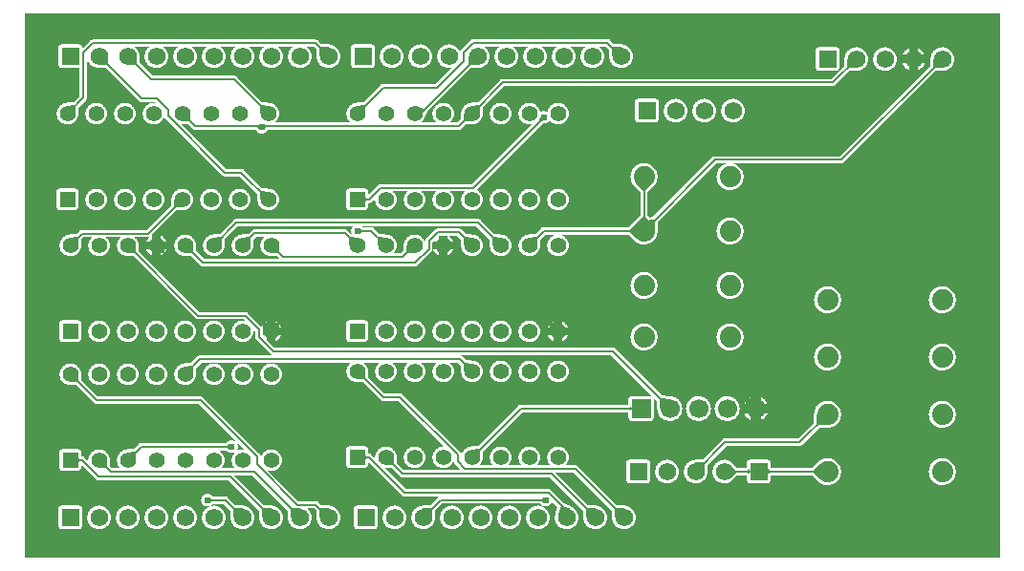
<source format=gtl>
G04 ---------------------------- Layer name :TOP LAYER*
G04 EasyEDA v5.8.19, Tue, 23 Oct 2018 04:56:52 GMT*
G04 ff24bd7eb87e4772a3a352ded0ffbd4c*
G04 Gerber Generator version 0.2*
G04 Scale: 100 percent, Rotated: No, Reflected: No *
G04 Dimensions in inches *
G04 leading zeros omitted , absolute positions ,2 integer and 4 decimal *
%FSLAX24Y24*%
%MOIN*%
G90*
G70D02*

%ADD11C,0.006000*%
%ADD12C,0.024000*%
%ADD13R,0.055000X0.055000*%
%ADD14C,0.055000*%
%ADD15C,0.062000*%
%ADD16R,0.062000X0.062000*%
%ADD17C,0.074000*%
%ADD18R,0.066929X0.066929*%
%ADD19C,0.066929*%

%LPD*%
G36*
G01X34000Y0D02*
G01X0Y0D01*
G01X0Y19000D01*
G01X34000Y19000D01*
G01X34000Y0D01*
G37*

%LPC*%
G36*
G01X31941Y8532D02*
G01X31988Y8529D01*
G01X32035Y8530D01*
G01X32081Y8536D01*
G01X32127Y8546D01*
G01X32172Y8561D01*
G01X32214Y8580D01*
G01X32255Y8604D01*
G01X32293Y8631D01*
G01X32328Y8662D01*
G01X32360Y8697D01*
G01X32389Y8734D01*
G01X32413Y8774D01*
G01X32434Y8817D01*
G01X32450Y8861D01*
G01X32461Y8906D01*
G01X32468Y8953D01*
G01X32471Y9000D01*
G01X32468Y9046D01*
G01X32461Y9093D01*
G01X32450Y9138D01*
G01X32434Y9182D01*
G01X32413Y9225D01*
G01X32389Y9265D01*
G01X32360Y9302D01*
G01X32328Y9337D01*
G01X32293Y9368D01*
G01X32255Y9395D01*
G01X32214Y9419D01*
G01X32172Y9438D01*
G01X32127Y9453D01*
G01X32081Y9463D01*
G01X32035Y9469D01*
G01X31988Y9470D01*
G01X31941Y9467D01*
G01X31895Y9459D01*
G01X31849Y9446D01*
G01X31806Y9429D01*
G01X31764Y9407D01*
G01X31725Y9382D01*
G01X31688Y9353D01*
G01X31654Y9320D01*
G01X31624Y9284D01*
G01X31598Y9245D01*
G01X31575Y9204D01*
G01X31557Y9161D01*
G01X31543Y9116D01*
G01X31534Y9070D01*
G01X31529Y9023D01*
G01X31529Y8976D01*
G01X31534Y8929D01*
G01X31543Y8883D01*
G01X31557Y8838D01*
G01X31575Y8795D01*
G01X31598Y8754D01*
G01X31624Y8715D01*
G01X31654Y8679D01*
G01X31688Y8646D01*
G01X31725Y8617D01*
G01X31764Y8592D01*
G01X31806Y8570D01*
G01X31849Y8553D01*
G01X31895Y8540D01*
G01X31941Y8532D01*
G37*
G36*
G01X13848Y992D02*
G01X13889Y989D01*
G01X13930Y990D01*
G01X13971Y995D01*
G01X14011Y1004D01*
G01X14050Y1017D01*
G01X14087Y1034D01*
G01X14122Y1054D01*
G01X14156Y1078D01*
G01X14186Y1105D01*
G01X14214Y1135D01*
G01X14239Y1168D01*
G01X14260Y1203D01*
G01X14278Y1240D01*
G01X14292Y1278D01*
G01X14302Y1318D01*
G01X14308Y1359D01*
G01X14310Y1400D01*
G01X14310Y1410D01*
G01X14318Y1634D01*
G01X14560Y1876D01*
G01X17974Y1876D01*
G01X18021Y1843D01*
G01X18023Y1841D01*
G01X18040Y1827D01*
G01X18059Y1815D01*
G01X18079Y1805D01*
G01X18099Y1797D01*
G01X18120Y1791D01*
G01X18142Y1787D01*
G01X18164Y1786D01*
G01X18186Y1786D01*
G01X18208Y1789D01*
G01X18229Y1794D01*
G01X18250Y1801D01*
G01X18270Y1810D01*
G01X18289Y1821D01*
G01X18307Y1834D01*
G01X18324Y1848D01*
G01X18339Y1864D01*
G01X18352Y1882D01*
G01X18364Y1901D01*
G01X18373Y1921D01*
G01X18381Y1941D01*
G01X18386Y1961D01*
G01X18594Y1753D01*
G01X18523Y1564D01*
G01X18513Y1540D01*
G01X18501Y1501D01*
G01X18493Y1461D01*
G01X18489Y1420D01*
G01X18489Y1379D01*
G01X18493Y1338D01*
G01X18501Y1298D01*
G01X18513Y1259D01*
G01X18529Y1221D01*
G01X18549Y1185D01*
G01X18572Y1151D01*
G01X18598Y1120D01*
G01X18628Y1091D01*
G01X18660Y1066D01*
G01X18694Y1044D01*
G01X18730Y1025D01*
G01X18769Y1010D01*
G01X18808Y999D01*
G01X18848Y992D01*
G01X18889Y989D01*
G01X18930Y990D01*
G01X18971Y995D01*
G01X19011Y1004D01*
G01X19050Y1017D01*
G01X19087Y1034D01*
G01X19122Y1054D01*
G01X19156Y1078D01*
G01X19186Y1105D01*
G01X19214Y1135D01*
G01X19239Y1168D01*
G01X19260Y1203D01*
G01X19278Y1240D01*
G01X19292Y1278D01*
G01X19302Y1318D01*
G01X19308Y1359D01*
G01X19310Y1400D01*
G01X19308Y1440D01*
G01X19302Y1481D01*
G01X19292Y1521D01*
G01X19278Y1559D01*
G01X19260Y1596D01*
G01X19239Y1631D01*
G01X19214Y1664D01*
G01X19186Y1694D01*
G01X19156Y1721D01*
G01X19122Y1745D01*
G01X19087Y1765D01*
G01X19050Y1782D01*
G01X19048Y1783D01*
G01X18829Y1886D01*
G01X18365Y2349D01*
G01X18362Y2353D01*
G01X18358Y2356D01*
G01X18355Y2359D01*
G01X18351Y2362D01*
G01X18347Y2365D01*
G01X18343Y2368D01*
G01X18339Y2370D01*
G01X18334Y2372D01*
G01X18330Y2375D01*
G01X18325Y2377D01*
G01X18321Y2379D01*
G01X18316Y2380D01*
G01X18312Y2382D01*
G01X18307Y2383D01*
G01X18302Y2384D01*
G01X18298Y2385D01*
G01X18293Y2386D01*
G01X18288Y2387D01*
G01X18283Y2387D01*
G01X18278Y2387D01*
G01X18273Y2388D01*
G01X13301Y2388D01*
G01X12563Y3126D01*
G01X12590Y3124D01*
G01X12604Y3124D01*
G01X12800Y3115D01*
G01X13075Y2841D01*
G01X13078Y2837D01*
G01X13082Y2834D01*
G01X13085Y2831D01*
G01X13089Y2828D01*
G01X13093Y2825D01*
G01X13097Y2822D01*
G01X13102Y2820D01*
G01X13106Y2818D01*
G01X13110Y2815D01*
G01X13115Y2813D01*
G01X13119Y2811D01*
G01X13124Y2810D01*
G01X13128Y2808D01*
G01X13133Y2807D01*
G01X13138Y2806D01*
G01X13142Y2805D01*
G01X13147Y2804D01*
G01X13152Y2803D01*
G01X13157Y2803D01*
G01X13162Y2803D01*
G01X13167Y2803D01*
G01X18313Y2803D01*
G01X19481Y1634D01*
G01X19489Y1410D01*
G01X19489Y1379D01*
G01X19493Y1338D01*
G01X19501Y1298D01*
G01X19513Y1259D01*
G01X19529Y1221D01*
G01X19549Y1185D01*
G01X19572Y1151D01*
G01X19598Y1120D01*
G01X19628Y1091D01*
G01X19660Y1066D01*
G01X19694Y1044D01*
G01X19730Y1025D01*
G01X19769Y1010D01*
G01X19808Y999D01*
G01X19848Y992D01*
G01X19889Y989D01*
G01X19930Y990D01*
G01X19971Y995D01*
G01X20011Y1004D01*
G01X20050Y1017D01*
G01X20087Y1034D01*
G01X20122Y1054D01*
G01X20156Y1078D01*
G01X20186Y1105D01*
G01X20214Y1135D01*
G01X20239Y1168D01*
G01X20260Y1203D01*
G01X20278Y1240D01*
G01X20292Y1278D01*
G01X20302Y1318D01*
G01X20308Y1359D01*
G01X20310Y1400D01*
G01X20308Y1440D01*
G01X20302Y1481D01*
G01X20292Y1521D01*
G01X20278Y1559D01*
G01X20260Y1596D01*
G01X20239Y1631D01*
G01X20214Y1664D01*
G01X20186Y1694D01*
G01X20156Y1721D01*
G01X20122Y1745D01*
G01X20087Y1765D01*
G01X20050Y1782D01*
G01X20011Y1795D01*
G01X19971Y1804D01*
G01X19930Y1809D01*
G01X19889Y1810D01*
G01X19886Y1810D01*
G01X19665Y1818D01*
G01X18519Y2963D01*
G01X19152Y2963D01*
G01X20481Y1634D01*
G01X20489Y1410D01*
G01X20489Y1379D01*
G01X20493Y1338D01*
G01X20501Y1298D01*
G01X20513Y1259D01*
G01X20529Y1221D01*
G01X20549Y1185D01*
G01X20572Y1151D01*
G01X20598Y1120D01*
G01X20628Y1091D01*
G01X20660Y1066D01*
G01X20694Y1044D01*
G01X20730Y1025D01*
G01X20769Y1010D01*
G01X20808Y999D01*
G01X20848Y992D01*
G01X20889Y989D01*
G01X20930Y990D01*
G01X20971Y995D01*
G01X21011Y1004D01*
G01X21050Y1017D01*
G01X21087Y1034D01*
G01X21122Y1054D01*
G01X21156Y1078D01*
G01X21186Y1105D01*
G01X21214Y1135D01*
G01X21239Y1168D01*
G01X21260Y1203D01*
G01X21278Y1240D01*
G01X21292Y1278D01*
G01X21302Y1318D01*
G01X21308Y1359D01*
G01X21310Y1400D01*
G01X21308Y1440D01*
G01X21302Y1481D01*
G01X21292Y1521D01*
G01X21278Y1559D01*
G01X21260Y1596D01*
G01X21239Y1631D01*
G01X21214Y1664D01*
G01X21186Y1694D01*
G01X21156Y1721D01*
G01X21122Y1745D01*
G01X21087Y1765D01*
G01X21050Y1782D01*
G01X21011Y1795D01*
G01X20971Y1804D01*
G01X20930Y1809D01*
G01X20889Y1810D01*
G01X20886Y1810D01*
G01X20665Y1818D01*
G01X19297Y3185D01*
G01X19294Y3189D01*
G01X19290Y3192D01*
G01X19287Y3195D01*
G01X19283Y3198D01*
G01X19279Y3201D01*
G01X19275Y3204D01*
G01X19271Y3206D01*
G01X19266Y3208D01*
G01X19262Y3211D01*
G01X19257Y3213D01*
G01X19253Y3215D01*
G01X19248Y3216D01*
G01X19244Y3218D01*
G01X19239Y3219D01*
G01X19234Y3220D01*
G01X19230Y3221D01*
G01X19225Y3222D01*
G01X19220Y3223D01*
G01X19215Y3223D01*
G01X19210Y3223D01*
G01X19206Y3223D01*
G01X18854Y3223D01*
G01X18862Y3230D01*
G01X18888Y3258D01*
G01X18910Y3288D01*
G01X18930Y3320D01*
G01X18946Y3353D01*
G01X18959Y3389D01*
G01X18968Y3425D01*
G01X18974Y3462D01*
G01X18976Y3500D01*
G01X18974Y3537D01*
G01X18968Y3574D01*
G01X18959Y3610D01*
G01X18946Y3646D01*
G01X18930Y3679D01*
G01X18910Y3711D01*
G01X18888Y3741D01*
G01X18862Y3769D01*
G01X18834Y3793D01*
G01X18803Y3815D01*
G01X18771Y3834D01*
G01X18737Y3850D01*
G01X18701Y3861D01*
G01X18665Y3870D01*
G01X18628Y3874D01*
G01X18590Y3875D01*
G01X18553Y3873D01*
G01X18516Y3866D01*
G01X18480Y3856D01*
G01X18445Y3842D01*
G01X18411Y3825D01*
G01X18380Y3805D01*
G01X18351Y3781D01*
G01X18324Y3755D01*
G01X18300Y3727D01*
G01X18279Y3696D01*
G01X18261Y3663D01*
G01X18246Y3628D01*
G01X18235Y3592D01*
G01X18228Y3556D01*
G01X18224Y3518D01*
G01X18224Y3481D01*
G01X18228Y3443D01*
G01X18235Y3407D01*
G01X18246Y3371D01*
G01X18261Y3336D01*
G01X18279Y3303D01*
G01X18300Y3272D01*
G01X18324Y3244D01*
G01X18345Y3223D01*
G01X17854Y3223D01*
G01X17862Y3230D01*
G01X17888Y3258D01*
G01X17910Y3288D01*
G01X17930Y3320D01*
G01X17946Y3353D01*
G01X17959Y3389D01*
G01X17968Y3425D01*
G01X17974Y3462D01*
G01X17976Y3500D01*
G01X17974Y3537D01*
G01X17968Y3574D01*
G01X17959Y3610D01*
G01X17946Y3646D01*
G01X17930Y3679D01*
G01X17910Y3711D01*
G01X17888Y3741D01*
G01X17862Y3769D01*
G01X17834Y3793D01*
G01X17803Y3815D01*
G01X17771Y3834D01*
G01X17737Y3850D01*
G01X17701Y3861D01*
G01X17665Y3870D01*
G01X17628Y3874D01*
G01X17590Y3875D01*
G01X17553Y3873D01*
G01X17516Y3866D01*
G01X17480Y3856D01*
G01X17445Y3842D01*
G01X17411Y3825D01*
G01X17380Y3805D01*
G01X17351Y3781D01*
G01X17324Y3755D01*
G01X17300Y3727D01*
G01X17279Y3696D01*
G01X17261Y3663D01*
G01X17246Y3628D01*
G01X17235Y3592D01*
G01X17228Y3556D01*
G01X17224Y3518D01*
G01X17224Y3481D01*
G01X17228Y3443D01*
G01X17235Y3407D01*
G01X17246Y3371D01*
G01X17261Y3336D01*
G01X17279Y3303D01*
G01X17300Y3272D01*
G01X17324Y3244D01*
G01X17345Y3223D01*
G01X16854Y3223D01*
G01X16862Y3230D01*
G01X16888Y3258D01*
G01X16910Y3288D01*
G01X16930Y3320D01*
G01X16946Y3353D01*
G01X16959Y3389D01*
G01X16968Y3425D01*
G01X16974Y3462D01*
G01X16976Y3500D01*
G01X16974Y3537D01*
G01X16968Y3574D01*
G01X16959Y3610D01*
G01X16946Y3646D01*
G01X16930Y3679D01*
G01X16910Y3711D01*
G01X16888Y3741D01*
G01X16862Y3769D01*
G01X16834Y3793D01*
G01X16803Y3815D01*
G01X16771Y3834D01*
G01X16737Y3850D01*
G01X16701Y3861D01*
G01X16665Y3870D01*
G01X16628Y3874D01*
G01X16590Y3875D01*
G01X16553Y3873D01*
G01X16516Y3866D01*
G01X16480Y3856D01*
G01X16445Y3842D01*
G01X16411Y3825D01*
G01X16380Y3805D01*
G01X16351Y3781D01*
G01X16324Y3755D01*
G01X16300Y3727D01*
G01X16279Y3696D01*
G01X16261Y3663D01*
G01X16246Y3628D01*
G01X16235Y3592D01*
G01X16228Y3556D01*
G01X16224Y3518D01*
G01X16224Y3481D01*
G01X16228Y3443D01*
G01X16235Y3407D01*
G01X16246Y3371D01*
G01X16261Y3336D01*
G01X16279Y3303D01*
G01X16300Y3272D01*
G01X16324Y3244D01*
G01X16345Y3223D01*
G01X15854Y3223D01*
G01X15862Y3230D01*
G01X15888Y3258D01*
G01X15910Y3288D01*
G01X15930Y3320D01*
G01X15946Y3353D01*
G01X15959Y3389D01*
G01X15968Y3425D01*
G01X15974Y3462D01*
G01X15976Y3500D01*
G01X15975Y3507D01*
G01X15984Y3700D01*
G01X17353Y5069D01*
G01X21051Y5069D01*
G01X21065Y5063D01*
G01X21065Y4865D01*
G01X21065Y4861D01*
G01X21065Y4857D01*
G01X21066Y4853D01*
G01X21066Y4848D01*
G01X21067Y4844D01*
G01X21068Y4840D01*
G01X21069Y4836D01*
G01X21070Y4832D01*
G01X21072Y4829D01*
G01X21073Y4825D01*
G01X21075Y4821D01*
G01X21077Y4817D01*
G01X21079Y4814D01*
G01X21081Y4810D01*
G01X21084Y4807D01*
G01X21086Y4803D01*
G01X21089Y4800D01*
G01X21091Y4797D01*
G01X21094Y4794D01*
G01X21097Y4791D01*
G01X21100Y4789D01*
G01X21103Y4786D01*
G01X21107Y4784D01*
G01X21110Y4781D01*
G01X21114Y4779D01*
G01X21117Y4777D01*
G01X21121Y4775D01*
G01X21125Y4773D01*
G01X21129Y4772D01*
G01X21132Y4770D01*
G01X21136Y4769D01*
G01X21140Y4768D01*
G01X21144Y4767D01*
G01X21148Y4766D01*
G01X21153Y4766D01*
G01X21157Y4765D01*
G01X21161Y4765D01*
G01X21165Y4765D01*
G01X21834Y4765D01*
G01X21838Y4765D01*
G01X21842Y4765D01*
G01X21846Y4766D01*
G01X21851Y4766D01*
G01X21855Y4767D01*
G01X21859Y4768D01*
G01X21863Y4769D01*
G01X21867Y4770D01*
G01X21870Y4772D01*
G01X21874Y4773D01*
G01X21878Y4775D01*
G01X21882Y4777D01*
G01X21885Y4779D01*
G01X21889Y4781D01*
G01X21892Y4784D01*
G01X21896Y4786D01*
G01X21899Y4789D01*
G01X21902Y4791D01*
G01X21905Y4794D01*
G01X21908Y4797D01*
G01X21910Y4800D01*
G01X21913Y4803D01*
G01X21915Y4807D01*
G01X21918Y4810D01*
G01X21920Y4814D01*
G01X21922Y4817D01*
G01X21924Y4821D01*
G01X21926Y4825D01*
G01X21927Y4829D01*
G01X21929Y4832D01*
G01X21930Y4836D01*
G01X21931Y4840D01*
G01X21932Y4844D01*
G01X21933Y4848D01*
G01X21933Y4853D01*
G01X21934Y4857D01*
G01X21934Y4861D01*
G01X21934Y4865D01*
G01X21934Y5534D01*
G01X21934Y5538D01*
G01X21934Y5542D01*
G01X21933Y5546D01*
G01X21933Y5551D01*
G01X21932Y5555D01*
G01X21931Y5559D01*
G01X21930Y5563D01*
G01X21929Y5567D01*
G01X21927Y5570D01*
G01X21926Y5574D01*
G01X21924Y5578D01*
G01X21922Y5582D01*
G01X21920Y5585D01*
G01X21918Y5589D01*
G01X21915Y5592D01*
G01X21913Y5596D01*
G01X21910Y5599D01*
G01X21908Y5602D01*
G01X21905Y5605D01*
G01X21902Y5608D01*
G01X21899Y5610D01*
G01X21896Y5613D01*
G01X21892Y5615D01*
G01X21889Y5618D01*
G01X21885Y5620D01*
G01X21882Y5622D01*
G01X21878Y5624D01*
G01X21874Y5626D01*
G01X21870Y5627D01*
G01X21867Y5629D01*
G01X21863Y5630D01*
G01X21859Y5631D01*
G01X21855Y5632D01*
G01X21851Y5633D01*
G01X21846Y5633D01*
G01X21842Y5634D01*
G01X21838Y5634D01*
G01X21834Y5634D01*
G01X21165Y5634D01*
G01X21161Y5634D01*
G01X21157Y5634D01*
G01X21153Y5633D01*
G01X21148Y5633D01*
G01X21144Y5632D01*
G01X21140Y5631D01*
G01X21136Y5630D01*
G01X21132Y5629D01*
G01X21129Y5627D01*
G01X21125Y5626D01*
G01X21121Y5624D01*
G01X21117Y5622D01*
G01X21114Y5620D01*
G01X21110Y5618D01*
G01X21107Y5615D01*
G01X21103Y5613D01*
G01X21100Y5610D01*
G01X21097Y5608D01*
G01X21094Y5605D01*
G01X21091Y5602D01*
G01X21089Y5599D01*
G01X21086Y5596D01*
G01X21084Y5592D01*
G01X21081Y5589D01*
G01X21079Y5585D01*
G01X21077Y5582D01*
G01X21075Y5578D01*
G01X21073Y5574D01*
G01X21072Y5570D01*
G01X21070Y5567D01*
G01X21069Y5563D01*
G01X21068Y5559D01*
G01X21067Y5555D01*
G01X21066Y5551D01*
G01X21066Y5546D01*
G01X21065Y5542D01*
G01X21065Y5538D01*
G01X21065Y5534D01*
G01X21065Y5336D01*
G01X21051Y5330D01*
G01X17300Y5330D01*
G01X17295Y5329D01*
G01X17290Y5329D01*
G01X17285Y5329D01*
G01X17280Y5328D01*
G01X17275Y5327D01*
G01X17271Y5326D01*
G01X17266Y5325D01*
G01X17261Y5324D01*
G01X17257Y5322D01*
G01X17252Y5321D01*
G01X17248Y5319D01*
G01X17243Y5317D01*
G01X17239Y5314D01*
G01X17235Y5312D01*
G01X17230Y5310D01*
G01X17226Y5307D01*
G01X17222Y5304D01*
G01X17218Y5301D01*
G01X17215Y5298D01*
G01X17211Y5295D01*
G01X17208Y5291D01*
G01X15800Y3884D01*
G01X15604Y3875D01*
G01X15590Y3875D01*
G01X15553Y3873D01*
G01X15516Y3866D01*
G01X15480Y3856D01*
G01X15445Y3842D01*
G01X15411Y3825D01*
G01X15380Y3805D01*
G01X15351Y3781D01*
G01X15324Y3755D01*
G01X15300Y3727D01*
G01X15279Y3696D01*
G01X15261Y3663D01*
G01X15246Y3628D01*
G01X15235Y3592D01*
G01X15230Y3564D01*
G01X15230Y3586D01*
G01X15229Y3591D01*
G01X15229Y3596D01*
G01X15229Y3601D01*
G01X15228Y3606D01*
G01X15227Y3611D01*
G01X15226Y3615D01*
G01X15225Y3620D01*
G01X15224Y3625D01*
G01X15222Y3629D01*
G01X15221Y3634D01*
G01X15219Y3638D01*
G01X15217Y3643D01*
G01X15214Y3647D01*
G01X15212Y3651D01*
G01X15210Y3656D01*
G01X15207Y3660D01*
G01X15204Y3664D01*
G01X15201Y3668D01*
G01X15198Y3671D01*
G01X15195Y3675D01*
G01X15191Y3678D01*
G01X13184Y5685D01*
G01X13181Y5689D01*
G01X13177Y5692D01*
G01X13174Y5695D01*
G01X13170Y5698D01*
G01X13166Y5701D01*
G01X13162Y5704D01*
G01X13157Y5706D01*
G01X13153Y5708D01*
G01X13149Y5711D01*
G01X13144Y5713D01*
G01X13140Y5715D01*
G01X13135Y5716D01*
G01X13131Y5718D01*
G01X13126Y5719D01*
G01X13121Y5720D01*
G01X13117Y5721D01*
G01X13112Y5722D01*
G01X13107Y5723D01*
G01X13102Y5723D01*
G01X13097Y5723D01*
G01X13093Y5723D01*
G01X12559Y5723D01*
G01X11984Y6299D01*
G01X11975Y6492D01*
G01X11976Y6500D01*
G01X11974Y6537D01*
G01X11968Y6574D01*
G01X11959Y6610D01*
G01X11946Y6646D01*
G01X11930Y6679D01*
G01X11910Y6711D01*
G01X11888Y6741D01*
G01X11862Y6769D01*
G01X11841Y6788D01*
G01X12358Y6788D01*
G01X12351Y6781D01*
G01X12324Y6755D01*
G01X12300Y6727D01*
G01X12279Y6696D01*
G01X12261Y6663D01*
G01X12246Y6628D01*
G01X12235Y6592D01*
G01X12228Y6556D01*
G01X12224Y6518D01*
G01X12224Y6481D01*
G01X12228Y6443D01*
G01X12235Y6407D01*
G01X12246Y6371D01*
G01X12261Y6336D01*
G01X12279Y6303D01*
G01X12300Y6272D01*
G01X12324Y6244D01*
G01X12351Y6218D01*
G01X12380Y6194D01*
G01X12411Y6174D01*
G01X12445Y6157D01*
G01X12480Y6143D01*
G01X12516Y6133D01*
G01X12553Y6126D01*
G01X12590Y6124D01*
G01X12628Y6125D01*
G01X12665Y6129D01*
G01X12701Y6138D01*
G01X12737Y6149D01*
G01X12771Y6165D01*
G01X12803Y6184D01*
G01X12834Y6206D01*
G01X12862Y6230D01*
G01X12888Y6258D01*
G01X12910Y6288D01*
G01X12930Y6320D01*
G01X12946Y6353D01*
G01X12959Y6389D01*
G01X12968Y6425D01*
G01X12974Y6462D01*
G01X12976Y6500D01*
G01X12974Y6537D01*
G01X12968Y6574D01*
G01X12959Y6610D01*
G01X12946Y6646D01*
G01X12930Y6679D01*
G01X12910Y6711D01*
G01X12888Y6741D01*
G01X12862Y6769D01*
G01X12841Y6788D01*
G01X13358Y6788D01*
G01X13351Y6781D01*
G01X13324Y6755D01*
G01X13300Y6727D01*
G01X13279Y6696D01*
G01X13261Y6663D01*
G01X13246Y6628D01*
G01X13235Y6592D01*
G01X13228Y6556D01*
G01X13224Y6518D01*
G01X13224Y6481D01*
G01X13228Y6443D01*
G01X13235Y6407D01*
G01X13246Y6371D01*
G01X13261Y6336D01*
G01X13279Y6303D01*
G01X13300Y6272D01*
G01X13324Y6244D01*
G01X13351Y6218D01*
G01X13380Y6194D01*
G01X13411Y6174D01*
G01X13445Y6157D01*
G01X13480Y6143D01*
G01X13516Y6133D01*
G01X13553Y6126D01*
G01X13590Y6124D01*
G01X13628Y6125D01*
G01X13665Y6129D01*
G01X13701Y6138D01*
G01X13737Y6149D01*
G01X13771Y6165D01*
G01X13803Y6184D01*
G01X13834Y6206D01*
G01X13862Y6230D01*
G01X13888Y6258D01*
G01X13910Y6288D01*
G01X13930Y6320D01*
G01X13946Y6353D01*
G01X13959Y6389D01*
G01X13968Y6425D01*
G01X13974Y6462D01*
G01X13976Y6500D01*
G01X13974Y6537D01*
G01X13968Y6574D01*
G01X13959Y6610D01*
G01X13946Y6646D01*
G01X13930Y6679D01*
G01X13910Y6711D01*
G01X13888Y6741D01*
G01X13862Y6769D01*
G01X13841Y6788D01*
G01X14358Y6788D01*
G01X14351Y6781D01*
G01X14324Y6755D01*
G01X14300Y6727D01*
G01X14279Y6696D01*
G01X14261Y6663D01*
G01X14246Y6628D01*
G01X14235Y6592D01*
G01X14228Y6556D01*
G01X14224Y6518D01*
G01X14224Y6481D01*
G01X14228Y6443D01*
G01X14235Y6407D01*
G01X14246Y6371D01*
G01X14261Y6336D01*
G01X14279Y6303D01*
G01X14300Y6272D01*
G01X14324Y6244D01*
G01X14351Y6218D01*
G01X14380Y6194D01*
G01X14411Y6174D01*
G01X14445Y6157D01*
G01X14480Y6143D01*
G01X14516Y6133D01*
G01X14553Y6126D01*
G01X14590Y6124D01*
G01X14628Y6125D01*
G01X14665Y6129D01*
G01X14701Y6138D01*
G01X14737Y6149D01*
G01X14771Y6165D01*
G01X14803Y6184D01*
G01X14834Y6206D01*
G01X14862Y6230D01*
G01X14888Y6258D01*
G01X14910Y6288D01*
G01X14930Y6320D01*
G01X14946Y6353D01*
G01X14959Y6389D01*
G01X14968Y6425D01*
G01X14974Y6462D01*
G01X14976Y6500D01*
G01X14974Y6537D01*
G01X14968Y6574D01*
G01X14959Y6610D01*
G01X14946Y6646D01*
G01X14930Y6679D01*
G01X14910Y6711D01*
G01X14888Y6741D01*
G01X14862Y6769D01*
G01X14841Y6788D01*
G01X15128Y6788D01*
G01X15215Y6700D01*
G01X15224Y6504D01*
G01X15224Y6481D01*
G01X15228Y6443D01*
G01X15235Y6407D01*
G01X15246Y6371D01*
G01X15261Y6336D01*
G01X15279Y6303D01*
G01X15300Y6272D01*
G01X15324Y6244D01*
G01X15351Y6218D01*
G01X15380Y6194D01*
G01X15411Y6174D01*
G01X15445Y6157D01*
G01X15480Y6143D01*
G01X15516Y6133D01*
G01X15553Y6126D01*
G01X15590Y6124D01*
G01X15628Y6125D01*
G01X15665Y6129D01*
G01X15701Y6138D01*
G01X15737Y6149D01*
G01X15771Y6165D01*
G01X15803Y6184D01*
G01X15834Y6206D01*
G01X15862Y6230D01*
G01X15888Y6258D01*
G01X15910Y6288D01*
G01X15930Y6320D01*
G01X15946Y6353D01*
G01X15959Y6389D01*
G01X15968Y6425D01*
G01X15974Y6462D01*
G01X15976Y6500D01*
G01X15974Y6537D01*
G01X15968Y6574D01*
G01X15959Y6610D01*
G01X15946Y6646D01*
G01X15930Y6679D01*
G01X15910Y6711D01*
G01X15888Y6741D01*
G01X15862Y6769D01*
G01X15834Y6793D01*
G01X15803Y6815D01*
G01X15771Y6834D01*
G01X15737Y6850D01*
G01X15701Y6861D01*
G01X15665Y6870D01*
G01X15628Y6874D01*
G01X15590Y6875D01*
G01X15589Y6875D01*
G01X15399Y6884D01*
G01X15273Y7009D01*
G01X15270Y7013D01*
G01X15266Y7016D01*
G01X15263Y7019D01*
G01X15259Y7022D01*
G01X15255Y7025D01*
G01X15251Y7028D01*
G01X15247Y7030D01*
G01X15242Y7032D01*
G01X15238Y7035D01*
G01X15233Y7037D01*
G01X15229Y7039D01*
G01X15224Y7040D01*
G01X15220Y7042D01*
G01X15215Y7043D01*
G01X15210Y7044D01*
G01X15206Y7045D01*
G01X15201Y7046D01*
G01X15196Y7047D01*
G01X15191Y7047D01*
G01X15186Y7047D01*
G01X15181Y7048D01*
G01X6118Y7048D01*
G01X6113Y7047D01*
G01X6108Y7047D01*
G01X6103Y7047D01*
G01X6098Y7046D01*
G01X6093Y7045D01*
G01X6089Y7044D01*
G01X6084Y7043D01*
G01X6079Y7042D01*
G01X6075Y7040D01*
G01X6070Y7039D01*
G01X6066Y7037D01*
G01X6061Y7035D01*
G01X6057Y7032D01*
G01X6052Y7030D01*
G01X6048Y7028D01*
G01X6044Y7025D01*
G01X6040Y7022D01*
G01X6036Y7019D01*
G01X6033Y7016D01*
G01X6029Y7013D01*
G01X6026Y7009D01*
G01X5800Y6784D01*
G01X5604Y6775D01*
G01X5590Y6775D01*
G01X5553Y6773D01*
G01X5516Y6766D01*
G01X5480Y6756D01*
G01X5445Y6742D01*
G01X5411Y6725D01*
G01X5380Y6705D01*
G01X5351Y6681D01*
G01X5324Y6655D01*
G01X5300Y6627D01*
G01X5279Y6596D01*
G01X5261Y6563D01*
G01X5246Y6528D01*
G01X5235Y6492D01*
G01X5228Y6456D01*
G01X5224Y6418D01*
G01X5224Y6381D01*
G01X5228Y6343D01*
G01X5235Y6307D01*
G01X5246Y6271D01*
G01X5261Y6236D01*
G01X5279Y6203D01*
G01X5300Y6172D01*
G01X5324Y6144D01*
G01X5351Y6118D01*
G01X5380Y6094D01*
G01X5411Y6074D01*
G01X5445Y6057D01*
G01X5480Y6043D01*
G01X5516Y6033D01*
G01X5553Y6026D01*
G01X5590Y6024D01*
G01X5628Y6025D01*
G01X5665Y6029D01*
G01X5701Y6038D01*
G01X5737Y6049D01*
G01X5771Y6065D01*
G01X5803Y6084D01*
G01X5834Y6106D01*
G01X5862Y6130D01*
G01X5888Y6158D01*
G01X5910Y6188D01*
G01X5930Y6220D01*
G01X5946Y6253D01*
G01X5959Y6289D01*
G01X5968Y6325D01*
G01X5974Y6362D01*
G01X5976Y6400D01*
G01X5975Y6407D01*
G01X5984Y6600D01*
G01X6171Y6788D01*
G01X11358Y6788D01*
G01X11351Y6781D01*
G01X11324Y6755D01*
G01X11300Y6727D01*
G01X11279Y6696D01*
G01X11261Y6663D01*
G01X11246Y6628D01*
G01X11235Y6592D01*
G01X11228Y6556D01*
G01X11224Y6518D01*
G01X11224Y6481D01*
G01X11228Y6443D01*
G01X11235Y6407D01*
G01X11246Y6371D01*
G01X11261Y6336D01*
G01X11279Y6303D01*
G01X11300Y6272D01*
G01X11324Y6244D01*
G01X11351Y6218D01*
G01X11380Y6194D01*
G01X11411Y6174D01*
G01X11445Y6157D01*
G01X11480Y6143D01*
G01X11516Y6133D01*
G01X11553Y6126D01*
G01X11590Y6124D01*
G01X11604Y6124D01*
G01X11800Y6115D01*
G01X12414Y5502D01*
G01X12417Y5498D01*
G01X12421Y5495D01*
G01X12424Y5492D01*
G01X12428Y5489D01*
G01X12432Y5486D01*
G01X12436Y5483D01*
G01X12440Y5481D01*
G01X12445Y5479D01*
G01X12449Y5476D01*
G01X12454Y5474D01*
G01X12458Y5472D01*
G01X12463Y5471D01*
G01X12467Y5469D01*
G01X12472Y5468D01*
G01X12477Y5467D01*
G01X12481Y5466D01*
G01X12486Y5465D01*
G01X12491Y5464D01*
G01X12496Y5464D01*
G01X12501Y5464D01*
G01X12506Y5463D01*
G01X13039Y5463D01*
G01X14628Y3874D01*
G01X14628Y3874D01*
G01X14590Y3875D01*
G01X14553Y3873D01*
G01X14516Y3866D01*
G01X14480Y3856D01*
G01X14445Y3842D01*
G01X14411Y3825D01*
G01X14380Y3805D01*
G01X14351Y3781D01*
G01X14324Y3755D01*
G01X14300Y3727D01*
G01X14279Y3696D01*
G01X14261Y3663D01*
G01X14246Y3628D01*
G01X14235Y3592D01*
G01X14228Y3556D01*
G01X14224Y3518D01*
G01X14224Y3481D01*
G01X14228Y3443D01*
G01X14235Y3407D01*
G01X14246Y3371D01*
G01X14261Y3336D01*
G01X14279Y3303D01*
G01X14300Y3272D01*
G01X14324Y3244D01*
G01X14351Y3218D01*
G01X14380Y3194D01*
G01X14411Y3174D01*
G01X14445Y3157D01*
G01X14480Y3143D01*
G01X14516Y3133D01*
G01X14553Y3126D01*
G01X14590Y3124D01*
G01X14628Y3125D01*
G01X14665Y3129D01*
G01X14701Y3138D01*
G01X14737Y3149D01*
G01X14771Y3165D01*
G01X14803Y3184D01*
G01X14834Y3206D01*
G01X14862Y3230D01*
G01X14888Y3258D01*
G01X14910Y3288D01*
G01X14930Y3320D01*
G01X14946Y3353D01*
G01X14959Y3389D01*
G01X14968Y3425D01*
G01X14969Y3435D01*
G01X14969Y3348D01*
G01X14970Y3344D01*
G01X14970Y3339D01*
G01X14970Y3334D01*
G01X14971Y3329D01*
G01X14972Y3324D01*
G01X14973Y3320D01*
G01X14974Y3315D01*
G01X14975Y3310D01*
G01X14977Y3306D01*
G01X14978Y3301D01*
G01X14980Y3297D01*
G01X14982Y3292D01*
G01X14985Y3288D01*
G01X14987Y3284D01*
G01X14989Y3279D01*
G01X14992Y3275D01*
G01X14995Y3271D01*
G01X14998Y3267D01*
G01X15001Y3264D01*
G01X15004Y3260D01*
G01X15008Y3257D01*
G01X15202Y3063D01*
G01X13220Y3063D01*
G01X12984Y3299D01*
G01X12975Y3492D01*
G01X12976Y3500D01*
G01X12974Y3537D01*
G01X12968Y3574D01*
G01X12959Y3610D01*
G01X12946Y3646D01*
G01X12930Y3679D01*
G01X12910Y3711D01*
G01X12888Y3741D01*
G01X12862Y3769D01*
G01X12834Y3793D01*
G01X12803Y3815D01*
G01X12771Y3834D01*
G01X12737Y3850D01*
G01X12701Y3861D01*
G01X12665Y3870D01*
G01X12628Y3874D01*
G01X12590Y3875D01*
G01X12553Y3873D01*
G01X12516Y3866D01*
G01X12480Y3856D01*
G01X12445Y3842D01*
G01X12411Y3825D01*
G01X12380Y3805D01*
G01X12351Y3781D01*
G01X12324Y3755D01*
G01X12300Y3727D01*
G01X12279Y3696D01*
G01X12261Y3663D01*
G01X12246Y3628D01*
G01X12235Y3592D01*
G01X12228Y3556D01*
G01X12224Y3518D01*
G01X12224Y3481D01*
G01X12226Y3463D01*
G01X12097Y3591D01*
G01X12096Y3593D01*
G01X12094Y3595D01*
G01X12093Y3595D01*
G01X12093Y3596D01*
G01X12091Y3597D01*
G01X12089Y3599D01*
G01X12088Y3600D01*
G01X12088Y3600D01*
G01X12086Y3602D01*
G01X12084Y3603D01*
G01X12083Y3604D01*
G01X12083Y3604D01*
G01X12080Y3606D01*
G01X12079Y3607D01*
G01X12078Y3607D01*
G01X12077Y3608D01*
G01X12075Y3609D01*
G01X12073Y3610D01*
G01X12072Y3611D01*
G01X12072Y3611D01*
G01X12070Y3613D01*
G01X12068Y3614D01*
G01X12067Y3614D01*
G01X12066Y3614D01*
G01X12064Y3616D01*
G01X12062Y3617D01*
G01X12061Y3617D01*
G01X12060Y3617D01*
G01X12058Y3618D01*
G01X12056Y3619D01*
G01X12055Y3620D01*
G01X12055Y3620D01*
G01X12052Y3621D01*
G01X12050Y3622D01*
G01X12049Y3622D01*
G01X12048Y3622D01*
G01X12046Y3623D01*
G01X12044Y3624D01*
G01X12043Y3624D01*
G01X12042Y3624D01*
G01X12040Y3625D01*
G01X12038Y3625D01*
G01X12037Y3626D01*
G01X12036Y3626D01*
G01X12034Y3626D01*
G01X12031Y3627D01*
G01X12030Y3627D01*
G01X12030Y3627D01*
G01X12027Y3628D01*
G01X12025Y3628D01*
G01X12024Y3628D01*
G01X12023Y3628D01*
G01X12021Y3629D01*
G01X12018Y3629D01*
G01X12018Y3629D01*
G01X12017Y3629D01*
G01X12014Y3629D01*
G01X12012Y3629D01*
G01X12011Y3629D01*
G01X12010Y3629D01*
G01X12008Y3629D01*
G01X12006Y3630D01*
G01X11988Y3630D01*
G01X11975Y3636D01*
G01X11975Y3775D01*
G01X11974Y3779D01*
G01X11974Y3783D01*
G01X11974Y3787D01*
G01X11973Y3791D01*
G01X11972Y3795D01*
G01X11971Y3799D01*
G01X11970Y3803D01*
G01X11969Y3807D01*
G01X11968Y3811D01*
G01X11966Y3815D01*
G01X11964Y3818D01*
G01X11962Y3822D01*
G01X11960Y3826D01*
G01X11958Y3829D01*
G01X11956Y3833D01*
G01X11953Y3836D01*
G01X11951Y3839D01*
G01X11948Y3842D01*
G01X11945Y3845D01*
G01X11942Y3848D01*
G01X11939Y3851D01*
G01X11936Y3853D01*
G01X11933Y3856D01*
G01X11929Y3858D01*
G01X11926Y3860D01*
G01X11922Y3862D01*
G01X11918Y3864D01*
G01X11915Y3866D01*
G01X11911Y3868D01*
G01X11907Y3869D01*
G01X11903Y3870D01*
G01X11899Y3871D01*
G01X11895Y3872D01*
G01X11891Y3873D01*
G01X11887Y3874D01*
G01X11883Y3874D01*
G01X11879Y3874D01*
G01X11875Y3875D01*
G01X11325Y3875D01*
G01X11320Y3874D01*
G01X11316Y3874D01*
G01X11312Y3874D01*
G01X11308Y3873D01*
G01X11304Y3872D01*
G01X11300Y3871D01*
G01X11296Y3870D01*
G01X11292Y3869D01*
G01X11288Y3868D01*
G01X11284Y3866D01*
G01X11281Y3864D01*
G01X11277Y3862D01*
G01X11273Y3860D01*
G01X11270Y3858D01*
G01X11266Y3856D01*
G01X11263Y3853D01*
G01X11260Y3851D01*
G01X11257Y3848D01*
G01X11254Y3845D01*
G01X11251Y3842D01*
G01X11248Y3839D01*
G01X11246Y3836D01*
G01X11243Y3833D01*
G01X11241Y3829D01*
G01X11239Y3826D01*
G01X11237Y3822D01*
G01X11235Y3818D01*
G01X11233Y3815D01*
G01X11231Y3811D01*
G01X11230Y3807D01*
G01X11229Y3803D01*
G01X11228Y3799D01*
G01X11227Y3795D01*
G01X11226Y3791D01*
G01X11225Y3787D01*
G01X11225Y3783D01*
G01X11225Y3779D01*
G01X11225Y3775D01*
G01X11225Y3225D01*
G01X11225Y3220D01*
G01X11225Y3216D01*
G01X11225Y3212D01*
G01X11226Y3208D01*
G01X11227Y3204D01*
G01X11228Y3200D01*
G01X11229Y3196D01*
G01X11230Y3192D01*
G01X11231Y3188D01*
G01X11233Y3184D01*
G01X11235Y3181D01*
G01X11237Y3177D01*
G01X11239Y3173D01*
G01X11241Y3170D01*
G01X11243Y3166D01*
G01X11246Y3163D01*
G01X11248Y3160D01*
G01X11251Y3157D01*
G01X11254Y3154D01*
G01X11257Y3151D01*
G01X11260Y3148D01*
G01X11263Y3146D01*
G01X11266Y3143D01*
G01X11270Y3141D01*
G01X11273Y3139D01*
G01X11277Y3137D01*
G01X11281Y3135D01*
G01X11284Y3133D01*
G01X11288Y3131D01*
G01X11292Y3130D01*
G01X11296Y3129D01*
G01X11300Y3128D01*
G01X11304Y3127D01*
G01X11308Y3126D01*
G01X11312Y3125D01*
G01X11316Y3125D01*
G01X11320Y3125D01*
G01X11325Y3125D01*
G01X11875Y3125D01*
G01X11879Y3125D01*
G01X11883Y3125D01*
G01X11887Y3125D01*
G01X11891Y3126D01*
G01X11895Y3127D01*
G01X11899Y3128D01*
G01X11903Y3129D01*
G01X11907Y3130D01*
G01X11911Y3131D01*
G01X11915Y3133D01*
G01X11918Y3135D01*
G01X11922Y3137D01*
G01X11926Y3139D01*
G01X11929Y3141D01*
G01X11933Y3143D01*
G01X11936Y3146D01*
G01X11939Y3148D01*
G01X11942Y3151D01*
G01X11945Y3154D01*
G01X11948Y3157D01*
G01X11951Y3160D01*
G01X11953Y3163D01*
G01X11956Y3166D01*
G01X11958Y3170D01*
G01X11960Y3173D01*
G01X11962Y3177D01*
G01X11964Y3181D01*
G01X11966Y3184D01*
G01X11968Y3188D01*
G01X11969Y3192D01*
G01X11970Y3196D01*
G01X11971Y3200D01*
G01X11972Y3204D01*
G01X11973Y3208D01*
G01X11974Y3212D01*
G01X11974Y3216D01*
G01X11974Y3220D01*
G01X11975Y3225D01*
G01X11975Y3347D01*
G01X13156Y2166D01*
G01X13159Y2162D01*
G01X13163Y2159D01*
G01X13166Y2156D01*
G01X13170Y2153D01*
G01X13174Y2150D01*
G01X13178Y2147D01*
G01X13182Y2145D01*
G01X13187Y2143D01*
G01X13191Y2140D01*
G01X13196Y2138D01*
G01X13200Y2136D01*
G01X13205Y2135D01*
G01X13209Y2133D01*
G01X13214Y2132D01*
G01X13219Y2131D01*
G01X13223Y2130D01*
G01X13228Y2129D01*
G01X13233Y2128D01*
G01X13238Y2128D01*
G01X13243Y2128D01*
G01X13247Y2128D01*
G01X14459Y2128D01*
G01X14455Y2126D01*
G01X14450Y2124D01*
G01X14446Y2121D01*
G01X14442Y2119D01*
G01X14437Y2117D01*
G01X14433Y2114D01*
G01X14429Y2111D01*
G01X14425Y2108D01*
G01X14422Y2105D01*
G01X14418Y2102D01*
G01X14415Y2098D01*
G01X14134Y1818D01*
G01X13908Y1810D01*
G01X13889Y1810D01*
G01X13848Y1807D01*
G01X13808Y1800D01*
G01X13769Y1789D01*
G01X13730Y1774D01*
G01X13694Y1755D01*
G01X13660Y1733D01*
G01X13628Y1708D01*
G01X13598Y1679D01*
G01X13572Y1648D01*
G01X13549Y1614D01*
G01X13529Y1578D01*
G01X13513Y1540D01*
G01X13501Y1501D01*
G01X13493Y1461D01*
G01X13489Y1420D01*
G01X13489Y1379D01*
G01X13493Y1338D01*
G01X13501Y1298D01*
G01X13513Y1259D01*
G01X13529Y1221D01*
G01X13549Y1185D01*
G01X13572Y1151D01*
G01X13598Y1120D01*
G01X13628Y1091D01*
G01X13660Y1066D01*
G01X13694Y1044D01*
G01X13730Y1025D01*
G01X13769Y1010D01*
G01X13808Y999D01*
G01X13848Y992D01*
G37*
G36*
G01X14848Y992D02*
G01X14889Y989D01*
G01X14930Y990D01*
G01X14971Y995D01*
G01X15011Y1004D01*
G01X15050Y1017D01*
G01X15087Y1034D01*
G01X15122Y1054D01*
G01X15156Y1078D01*
G01X15186Y1105D01*
G01X15214Y1135D01*
G01X15239Y1168D01*
G01X15260Y1203D01*
G01X15278Y1240D01*
G01X15292Y1278D01*
G01X15302Y1318D01*
G01X15308Y1359D01*
G01X15310Y1400D01*
G01X15308Y1440D01*
G01X15302Y1481D01*
G01X15292Y1521D01*
G01X15278Y1559D01*
G01X15260Y1596D01*
G01X15239Y1631D01*
G01X15214Y1664D01*
G01X15186Y1694D01*
G01X15156Y1721D01*
G01X15122Y1745D01*
G01X15087Y1765D01*
G01X15050Y1782D01*
G01X15011Y1795D01*
G01X14971Y1804D01*
G01X14930Y1809D01*
G01X14889Y1810D01*
G01X14848Y1807D01*
G01X14808Y1800D01*
G01X14769Y1789D01*
G01X14730Y1774D01*
G01X14694Y1755D01*
G01X14660Y1733D01*
G01X14628Y1708D01*
G01X14598Y1679D01*
G01X14572Y1648D01*
G01X14549Y1614D01*
G01X14529Y1578D01*
G01X14513Y1540D01*
G01X14501Y1501D01*
G01X14493Y1461D01*
G01X14489Y1420D01*
G01X14489Y1379D01*
G01X14493Y1338D01*
G01X14501Y1298D01*
G01X14513Y1259D01*
G01X14529Y1221D01*
G01X14549Y1185D01*
G01X14572Y1151D01*
G01X14598Y1120D01*
G01X14628Y1091D01*
G01X14660Y1066D01*
G01X14694Y1044D01*
G01X14730Y1025D01*
G01X14769Y1010D01*
G01X14808Y999D01*
G01X14848Y992D01*
G37*
G36*
G01X15848Y992D02*
G01X15889Y989D01*
G01X15930Y990D01*
G01X15971Y995D01*
G01X16011Y1004D01*
G01X16050Y1017D01*
G01X16087Y1034D01*
G01X16122Y1054D01*
G01X16156Y1078D01*
G01X16186Y1105D01*
G01X16214Y1135D01*
G01X16239Y1168D01*
G01X16260Y1203D01*
G01X16278Y1240D01*
G01X16292Y1278D01*
G01X16302Y1318D01*
G01X16308Y1359D01*
G01X16310Y1400D01*
G01X16308Y1440D01*
G01X16302Y1481D01*
G01X16292Y1521D01*
G01X16278Y1559D01*
G01X16260Y1596D01*
G01X16239Y1631D01*
G01X16214Y1664D01*
G01X16186Y1694D01*
G01X16156Y1721D01*
G01X16122Y1745D01*
G01X16087Y1765D01*
G01X16050Y1782D01*
G01X16011Y1795D01*
G01X15971Y1804D01*
G01X15930Y1809D01*
G01X15889Y1810D01*
G01X15848Y1807D01*
G01X15808Y1800D01*
G01X15769Y1789D01*
G01X15730Y1774D01*
G01X15694Y1755D01*
G01X15660Y1733D01*
G01X15628Y1708D01*
G01X15598Y1679D01*
G01X15572Y1648D01*
G01X15549Y1614D01*
G01X15529Y1578D01*
G01X15513Y1540D01*
G01X15501Y1501D01*
G01X15493Y1461D01*
G01X15489Y1420D01*
G01X15489Y1379D01*
G01X15493Y1338D01*
G01X15501Y1298D01*
G01X15513Y1259D01*
G01X15529Y1221D01*
G01X15549Y1185D01*
G01X15572Y1151D01*
G01X15598Y1120D01*
G01X15628Y1091D01*
G01X15660Y1066D01*
G01X15694Y1044D01*
G01X15730Y1025D01*
G01X15769Y1010D01*
G01X15808Y999D01*
G01X15848Y992D01*
G37*
G36*
G01X16848Y992D02*
G01X16889Y989D01*
G01X16930Y990D01*
G01X16971Y995D01*
G01X17011Y1004D01*
G01X17050Y1017D01*
G01X17087Y1034D01*
G01X17122Y1054D01*
G01X17156Y1078D01*
G01X17186Y1105D01*
G01X17214Y1135D01*
G01X17239Y1168D01*
G01X17260Y1203D01*
G01X17278Y1240D01*
G01X17292Y1278D01*
G01X17302Y1318D01*
G01X17308Y1359D01*
G01X17310Y1400D01*
G01X17308Y1440D01*
G01X17302Y1481D01*
G01X17292Y1521D01*
G01X17278Y1559D01*
G01X17260Y1596D01*
G01X17239Y1631D01*
G01X17214Y1664D01*
G01X17186Y1694D01*
G01X17156Y1721D01*
G01X17122Y1745D01*
G01X17087Y1765D01*
G01X17050Y1782D01*
G01X17011Y1795D01*
G01X16971Y1804D01*
G01X16930Y1809D01*
G01X16889Y1810D01*
G01X16848Y1807D01*
G01X16808Y1800D01*
G01X16769Y1789D01*
G01X16730Y1774D01*
G01X16694Y1755D01*
G01X16660Y1733D01*
G01X16628Y1708D01*
G01X16598Y1679D01*
G01X16572Y1648D01*
G01X16549Y1614D01*
G01X16529Y1578D01*
G01X16513Y1540D01*
G01X16501Y1501D01*
G01X16493Y1461D01*
G01X16489Y1420D01*
G01X16489Y1379D01*
G01X16493Y1338D01*
G01X16501Y1298D01*
G01X16513Y1259D01*
G01X16529Y1221D01*
G01X16549Y1185D01*
G01X16572Y1151D01*
G01X16598Y1120D01*
G01X16628Y1091D01*
G01X16660Y1066D01*
G01X16694Y1044D01*
G01X16730Y1025D01*
G01X16769Y1010D01*
G01X16808Y999D01*
G01X16848Y992D01*
G37*
G36*
G01X17848Y992D02*
G01X17889Y989D01*
G01X17930Y990D01*
G01X17971Y995D01*
G01X18011Y1004D01*
G01X18050Y1017D01*
G01X18087Y1034D01*
G01X18122Y1054D01*
G01X18156Y1078D01*
G01X18186Y1105D01*
G01X18214Y1135D01*
G01X18239Y1168D01*
G01X18260Y1203D01*
G01X18278Y1240D01*
G01X18292Y1278D01*
G01X18302Y1318D01*
G01X18308Y1359D01*
G01X18310Y1400D01*
G01X18308Y1440D01*
G01X18302Y1481D01*
G01X18292Y1521D01*
G01X18278Y1559D01*
G01X18260Y1596D01*
G01X18239Y1631D01*
G01X18214Y1664D01*
G01X18186Y1694D01*
G01X18156Y1721D01*
G01X18122Y1745D01*
G01X18087Y1765D01*
G01X18050Y1782D01*
G01X18011Y1795D01*
G01X17971Y1804D01*
G01X17930Y1809D01*
G01X17889Y1810D01*
G01X17848Y1807D01*
G01X17808Y1800D01*
G01X17769Y1789D01*
G01X17730Y1774D01*
G01X17694Y1755D01*
G01X17660Y1733D01*
G01X17628Y1708D01*
G01X17598Y1679D01*
G01X17572Y1648D01*
G01X17549Y1614D01*
G01X17529Y1578D01*
G01X17513Y1540D01*
G01X17501Y1501D01*
G01X17493Y1461D01*
G01X17489Y1420D01*
G01X17489Y1379D01*
G01X17493Y1338D01*
G01X17501Y1298D01*
G01X17513Y1259D01*
G01X17529Y1221D01*
G01X17549Y1185D01*
G01X17572Y1151D01*
G01X17598Y1120D01*
G01X17628Y1091D01*
G01X17660Y1066D01*
G01X17694Y1044D01*
G01X17730Y1025D01*
G01X17769Y1010D01*
G01X17808Y999D01*
G01X17848Y992D01*
G37*
G36*
G01X30629Y17578D02*
G01X30619Y17555D01*
G01X30844Y17555D01*
G01X30844Y17780D01*
G01X30830Y17774D01*
G01X30794Y17755D01*
G01X30760Y17733D01*
G01X30728Y17708D01*
G01X30698Y17679D01*
G01X30672Y17648D01*
G01X30649Y17614D01*
G01X30629Y17578D01*
G37*
G36*
G01X31155Y17780D02*
G01X31155Y17555D01*
G01X31380Y17555D01*
G01X31378Y17559D01*
G01X31360Y17596D01*
G01X31339Y17631D01*
G01X31314Y17664D01*
G01X31286Y17694D01*
G01X31256Y17721D01*
G01X31222Y17745D01*
G01X31187Y17765D01*
G01X31155Y17780D01*
G37*
G36*
G01X11485Y17090D02*
G01X11489Y17090D01*
G01X12110Y17090D01*
G01X12114Y17090D01*
G01X12118Y17090D01*
G01X12122Y17090D01*
G01X12126Y17091D01*
G01X12130Y17092D01*
G01X12134Y17093D01*
G01X12138Y17094D01*
G01X12142Y17095D01*
G01X12146Y17096D01*
G01X12150Y17098D01*
G01X12153Y17100D01*
G01X12157Y17102D01*
G01X12161Y17104D01*
G01X12164Y17106D01*
G01X12168Y17108D01*
G01X12171Y17111D01*
G01X12174Y17113D01*
G01X12177Y17116D01*
G01X12180Y17119D01*
G01X12183Y17122D01*
G01X12186Y17125D01*
G01X12188Y17128D01*
G01X12191Y17131D01*
G01X12193Y17135D01*
G01X12195Y17138D01*
G01X12197Y17142D01*
G01X12199Y17146D01*
G01X12201Y17149D01*
G01X12203Y17153D01*
G01X12204Y17157D01*
G01X12205Y17161D01*
G01X12206Y17165D01*
G01X12207Y17169D01*
G01X12208Y17173D01*
G01X12209Y17177D01*
G01X12209Y17181D01*
G01X12209Y17185D01*
G01X12210Y17190D01*
G01X12210Y17809D01*
G01X12209Y17814D01*
G01X12209Y17818D01*
G01X12209Y17822D01*
G01X12208Y17826D01*
G01X12207Y17830D01*
G01X12206Y17834D01*
G01X12205Y17838D01*
G01X12204Y17842D01*
G01X12203Y17846D01*
G01X12201Y17850D01*
G01X12199Y17853D01*
G01X12197Y17857D01*
G01X12195Y17861D01*
G01X12193Y17864D01*
G01X12191Y17868D01*
G01X12188Y17871D01*
G01X12186Y17874D01*
G01X12183Y17877D01*
G01X12180Y17880D01*
G01X12177Y17883D01*
G01X12174Y17886D01*
G01X12171Y17888D01*
G01X12168Y17891D01*
G01X12164Y17893D01*
G01X12161Y17895D01*
G01X12157Y17897D01*
G01X12153Y17899D01*
G01X12150Y17901D01*
G01X12146Y17903D01*
G01X12142Y17904D01*
G01X12138Y17905D01*
G01X12134Y17906D01*
G01X12130Y17907D01*
G01X12126Y17908D01*
G01X12122Y17909D01*
G01X12118Y17909D01*
G01X12114Y17909D01*
G01X12110Y17909D01*
G01X11489Y17909D01*
G01X11485Y17909D01*
G01X11481Y17909D01*
G01X11477Y17909D01*
G01X11473Y17908D01*
G01X11469Y17907D01*
G01X11465Y17906D01*
G01X11461Y17905D01*
G01X11457Y17904D01*
G01X11453Y17903D01*
G01X11449Y17901D01*
G01X11446Y17899D01*
G01X11442Y17897D01*
G01X11438Y17895D01*
G01X11435Y17893D01*
G01X11431Y17891D01*
G01X11428Y17888D01*
G01X11425Y17886D01*
G01X11422Y17883D01*
G01X11419Y17880D01*
G01X11416Y17877D01*
G01X11413Y17874D01*
G01X11411Y17871D01*
G01X11408Y17868D01*
G01X11406Y17864D01*
G01X11404Y17861D01*
G01X11402Y17857D01*
G01X11400Y17853D01*
G01X11398Y17850D01*
G01X11396Y17846D01*
G01X11395Y17842D01*
G01X11394Y17838D01*
G01X11393Y17834D01*
G01X11392Y17830D01*
G01X11391Y17826D01*
G01X11390Y17822D01*
G01X11390Y17818D01*
G01X11390Y17814D01*
G01X11389Y17809D01*
G01X11389Y17190D01*
G01X11390Y17185D01*
G01X11390Y17181D01*
G01X11390Y17177D01*
G01X11391Y17173D01*
G01X11392Y17169D01*
G01X11393Y17165D01*
G01X11394Y17161D01*
G01X11395Y17157D01*
G01X11396Y17153D01*
G01X11398Y17149D01*
G01X11400Y17146D01*
G01X11402Y17142D01*
G01X11404Y17138D01*
G01X11406Y17135D01*
G01X11408Y17131D01*
G01X11411Y17128D01*
G01X11413Y17125D01*
G01X11416Y17122D01*
G01X11419Y17119D01*
G01X11422Y17116D01*
G01X11425Y17113D01*
G01X11428Y17111D01*
G01X11431Y17108D01*
G01X11435Y17106D01*
G01X11438Y17104D01*
G01X11442Y17102D01*
G01X11446Y17100D01*
G01X11449Y17098D01*
G01X11453Y17096D01*
G01X11457Y17095D01*
G01X11461Y17094D01*
G01X11465Y17093D01*
G01X11469Y17092D01*
G01X11473Y17091D01*
G01X11477Y17090D01*
G01X11481Y17090D01*
G01X11485Y17090D01*
G37*
G36*
G01X2548Y992D02*
G01X2589Y989D01*
G01X2630Y990D01*
G01X2671Y995D01*
G01X2711Y1004D01*
G01X2750Y1017D01*
G01X2787Y1034D01*
G01X2822Y1054D01*
G01X2856Y1078D01*
G01X2886Y1105D01*
G01X2914Y1135D01*
G01X2939Y1168D01*
G01X2960Y1203D01*
G01X2978Y1240D01*
G01X2992Y1278D01*
G01X3002Y1318D01*
G01X3008Y1359D01*
G01X3011Y1400D01*
G01X3008Y1440D01*
G01X3002Y1481D01*
G01X2992Y1521D01*
G01X2978Y1559D01*
G01X2960Y1596D01*
G01X2939Y1631D01*
G01X2914Y1664D01*
G01X2886Y1694D01*
G01X2856Y1721D01*
G01X2822Y1745D01*
G01X2787Y1765D01*
G01X2750Y1782D01*
G01X2711Y1795D01*
G01X2671Y1804D01*
G01X2630Y1809D01*
G01X2589Y1810D01*
G01X2548Y1807D01*
G01X2508Y1800D01*
G01X2469Y1789D01*
G01X2430Y1774D01*
G01X2394Y1755D01*
G01X2360Y1733D01*
G01X2328Y1708D01*
G01X2298Y1679D01*
G01X2272Y1648D01*
G01X2249Y1614D01*
G01X2229Y1578D01*
G01X2213Y1540D01*
G01X2201Y1501D01*
G01X2193Y1461D01*
G01X2189Y1420D01*
G01X2189Y1379D01*
G01X2193Y1338D01*
G01X2201Y1298D01*
G01X2213Y1259D01*
G01X2229Y1221D01*
G01X2249Y1185D01*
G01X2272Y1151D01*
G01X2298Y1120D01*
G01X2328Y1091D01*
G01X2360Y1066D01*
G01X2394Y1044D01*
G01X2430Y1025D01*
G01X2469Y1010D01*
G01X2508Y999D01*
G01X2548Y992D01*
G37*
G36*
G01X3548Y992D02*
G01X3589Y989D01*
G01X3630Y990D01*
G01X3671Y995D01*
G01X3711Y1004D01*
G01X3750Y1017D01*
G01X3787Y1034D01*
G01X3822Y1054D01*
G01X3856Y1078D01*
G01X3886Y1105D01*
G01X3914Y1135D01*
G01X3939Y1168D01*
G01X3960Y1203D01*
G01X3978Y1240D01*
G01X3992Y1278D01*
G01X4002Y1318D01*
G01X4008Y1359D01*
G01X4010Y1400D01*
G01X4008Y1440D01*
G01X4002Y1481D01*
G01X3992Y1521D01*
G01X3978Y1559D01*
G01X3960Y1596D01*
G01X3939Y1631D01*
G01X3914Y1664D01*
G01X3886Y1694D01*
G01X3856Y1721D01*
G01X3822Y1745D01*
G01X3787Y1765D01*
G01X3750Y1782D01*
G01X3711Y1795D01*
G01X3671Y1804D01*
G01X3630Y1809D01*
G01X3589Y1810D01*
G01X3548Y1807D01*
G01X3508Y1800D01*
G01X3469Y1789D01*
G01X3430Y1774D01*
G01X3394Y1755D01*
G01X3360Y1733D01*
G01X3328Y1708D01*
G01X3298Y1679D01*
G01X3272Y1648D01*
G01X3249Y1614D01*
G01X3229Y1578D01*
G01X3213Y1540D01*
G01X3201Y1501D01*
G01X3193Y1461D01*
G01X3189Y1420D01*
G01X3189Y1379D01*
G01X3193Y1338D01*
G01X3201Y1298D01*
G01X3213Y1259D01*
G01X3229Y1221D01*
G01X3249Y1185D01*
G01X3272Y1151D01*
G01X3298Y1120D01*
G01X3328Y1091D01*
G01X3360Y1066D01*
G01X3394Y1044D01*
G01X3430Y1025D01*
G01X3469Y1010D01*
G01X3508Y999D01*
G01X3548Y992D01*
G37*
G36*
G01X4548Y992D02*
G01X4589Y989D01*
G01X4630Y990D01*
G01X4671Y995D01*
G01X4711Y1004D01*
G01X4750Y1017D01*
G01X4787Y1034D01*
G01X4822Y1054D01*
G01X4856Y1078D01*
G01X4886Y1105D01*
G01X4914Y1135D01*
G01X4939Y1168D01*
G01X4960Y1203D01*
G01X4978Y1240D01*
G01X4992Y1278D01*
G01X5002Y1318D01*
G01X5008Y1359D01*
G01X5010Y1400D01*
G01X5008Y1440D01*
G01X5002Y1481D01*
G01X4992Y1521D01*
G01X4978Y1559D01*
G01X4960Y1596D01*
G01X4939Y1631D01*
G01X4914Y1664D01*
G01X4886Y1694D01*
G01X4856Y1721D01*
G01X4822Y1745D01*
G01X4787Y1765D01*
G01X4750Y1782D01*
G01X4711Y1795D01*
G01X4671Y1804D01*
G01X4630Y1809D01*
G01X4589Y1810D01*
G01X4548Y1807D01*
G01X4508Y1800D01*
G01X4469Y1789D01*
G01X4430Y1774D01*
G01X4394Y1755D01*
G01X4360Y1733D01*
G01X4328Y1708D01*
G01X4298Y1679D01*
G01X4272Y1648D01*
G01X4249Y1614D01*
G01X4229Y1578D01*
G01X4213Y1540D01*
G01X4201Y1501D01*
G01X4193Y1461D01*
G01X4189Y1420D01*
G01X4189Y1379D01*
G01X4193Y1338D01*
G01X4201Y1298D01*
G01X4213Y1259D01*
G01X4229Y1221D01*
G01X4249Y1185D01*
G01X4272Y1151D01*
G01X4298Y1120D01*
G01X4328Y1091D01*
G01X4360Y1066D01*
G01X4394Y1044D01*
G01X4430Y1025D01*
G01X4469Y1010D01*
G01X4508Y999D01*
G01X4548Y992D01*
G37*
G36*
G01X5548Y992D02*
G01X5589Y989D01*
G01X5630Y990D01*
G01X5671Y995D01*
G01X5711Y1004D01*
G01X5750Y1017D01*
G01X5787Y1034D01*
G01X5822Y1054D01*
G01X5856Y1078D01*
G01X5886Y1105D01*
G01X5914Y1135D01*
G01X5939Y1168D01*
G01X5960Y1203D01*
G01X5978Y1240D01*
G01X5992Y1278D01*
G01X6002Y1318D01*
G01X6008Y1359D01*
G01X6010Y1400D01*
G01X6008Y1440D01*
G01X6002Y1481D01*
G01X5992Y1521D01*
G01X5978Y1559D01*
G01X5960Y1596D01*
G01X5939Y1631D01*
G01X5914Y1664D01*
G01X5886Y1694D01*
G01X5856Y1721D01*
G01X5822Y1745D01*
G01X5787Y1765D01*
G01X5750Y1782D01*
G01X5711Y1795D01*
G01X5671Y1804D01*
G01X5630Y1809D01*
G01X5589Y1810D01*
G01X5548Y1807D01*
G01X5508Y1800D01*
G01X5469Y1789D01*
G01X5430Y1774D01*
G01X5394Y1755D01*
G01X5360Y1733D01*
G01X5328Y1708D01*
G01X5298Y1679D01*
G01X5272Y1648D01*
G01X5249Y1614D01*
G01X5229Y1578D01*
G01X5213Y1540D01*
G01X5201Y1501D01*
G01X5193Y1461D01*
G01X5189Y1420D01*
G01X5189Y1379D01*
G01X5193Y1338D01*
G01X5201Y1298D01*
G01X5213Y1259D01*
G01X5229Y1221D01*
G01X5249Y1185D01*
G01X5272Y1151D01*
G01X5298Y1120D01*
G01X5328Y1091D01*
G01X5360Y1066D01*
G01X5394Y1044D01*
G01X5430Y1025D01*
G01X5469Y1010D01*
G01X5508Y999D01*
G01X5548Y992D01*
G37*
G36*
G01X6548Y992D02*
G01X6589Y989D01*
G01X6630Y990D01*
G01X6671Y995D01*
G01X6711Y1004D01*
G01X6750Y1017D01*
G01X6787Y1034D01*
G01X6822Y1054D01*
G01X6856Y1078D01*
G01X6886Y1105D01*
G01X6914Y1135D01*
G01X6939Y1168D01*
G01X6960Y1203D01*
G01X6978Y1240D01*
G01X6992Y1278D01*
G01X7002Y1318D01*
G01X7008Y1359D01*
G01X7010Y1400D01*
G01X7008Y1440D01*
G01X7002Y1481D01*
G01X6992Y1521D01*
G01X6978Y1559D01*
G01X6960Y1596D01*
G01X6939Y1631D01*
G01X6914Y1664D01*
G01X6886Y1694D01*
G01X6856Y1721D01*
G01X6822Y1745D01*
G01X6787Y1765D01*
G01X6750Y1782D01*
G01X6711Y1795D01*
G01X6671Y1804D01*
G01X6630Y1809D01*
G01X6589Y1810D01*
G01X6548Y1807D01*
G01X6508Y1800D01*
G01X6469Y1789D01*
G01X6430Y1774D01*
G01X6394Y1755D01*
G01X6360Y1733D01*
G01X6328Y1708D01*
G01X6298Y1679D01*
G01X6272Y1648D01*
G01X6249Y1614D01*
G01X6229Y1578D01*
G01X6213Y1540D01*
G01X6201Y1501D01*
G01X6193Y1461D01*
G01X6189Y1420D01*
G01X6189Y1379D01*
G01X6193Y1338D01*
G01X6201Y1298D01*
G01X6213Y1259D01*
G01X6229Y1221D01*
G01X6249Y1185D01*
G01X6272Y1151D01*
G01X6298Y1120D01*
G01X6328Y1091D01*
G01X6360Y1066D01*
G01X6394Y1044D01*
G01X6430Y1025D01*
G01X6469Y1010D01*
G01X6508Y999D01*
G01X6548Y992D01*
G37*
G36*
G01X7548Y992D02*
G01X7589Y989D01*
G01X7630Y990D01*
G01X7671Y995D01*
G01X7711Y1004D01*
G01X7750Y1017D01*
G01X7787Y1034D01*
G01X7822Y1054D01*
G01X7856Y1078D01*
G01X7886Y1105D01*
G01X7914Y1135D01*
G01X7939Y1168D01*
G01X7960Y1203D01*
G01X7978Y1240D01*
G01X7992Y1278D01*
G01X8002Y1318D01*
G01X8008Y1359D01*
G01X8010Y1400D01*
G01X8008Y1440D01*
G01X8002Y1481D01*
G01X7992Y1521D01*
G01X7978Y1559D01*
G01X7960Y1596D01*
G01X7939Y1631D01*
G01X7914Y1664D01*
G01X7886Y1694D01*
G01X7856Y1721D01*
G01X7822Y1745D01*
G01X7787Y1765D01*
G01X7750Y1782D01*
G01X7711Y1795D01*
G01X7671Y1804D01*
G01X7630Y1809D01*
G01X7589Y1810D01*
G01X7586Y1810D01*
G01X7365Y1818D01*
G01X7091Y2091D01*
G01X7088Y2095D01*
G01X7084Y2098D01*
G01X7081Y2101D01*
G01X7077Y2104D01*
G01X7073Y2107D01*
G01X7069Y2110D01*
G01X7064Y2112D01*
G01X7060Y2114D01*
G01X7056Y2117D01*
G01X7051Y2119D01*
G01X7047Y2121D01*
G01X7042Y2122D01*
G01X7038Y2124D01*
G01X7033Y2125D01*
G01X7028Y2126D01*
G01X7024Y2127D01*
G01X7019Y2128D01*
G01X7014Y2129D01*
G01X7009Y2129D01*
G01X7004Y2129D01*
G01X7000Y2130D01*
G01X6577Y2130D01*
G01X6529Y2164D01*
G01X6519Y2172D01*
G01X6501Y2185D01*
G01X6482Y2196D01*
G01X6462Y2205D01*
G01X6441Y2212D01*
G01X6420Y2217D01*
G01X6398Y2220D01*
G01X6376Y2220D01*
G01X6354Y2219D01*
G01X6332Y2215D01*
G01X6311Y2209D01*
G01X6291Y2201D01*
G01X6271Y2191D01*
G01X6252Y2179D01*
G01X6235Y2165D01*
G01X6219Y2150D01*
G01X6205Y2133D01*
G01X6193Y2115D01*
G01X6182Y2095D01*
G01X6174Y2075D01*
G01X6167Y2054D01*
G01X6163Y2032D01*
G01X6161Y2011D01*
G01X6161Y1988D01*
G01X6163Y1967D01*
G01X6167Y1945D01*
G01X6174Y1924D01*
G01X6182Y1904D01*
G01X6193Y1884D01*
G01X6205Y1866D01*
G01X6219Y1849D01*
G01X6235Y1834D01*
G01X6252Y1820D01*
G01X6271Y1808D01*
G01X6291Y1798D01*
G01X6311Y1790D01*
G01X6332Y1784D01*
G01X6354Y1780D01*
G01X6376Y1779D01*
G01X6398Y1779D01*
G01X6420Y1782D01*
G01X6441Y1787D01*
G01X6462Y1794D01*
G01X6482Y1803D01*
G01X6501Y1814D01*
G01X6519Y1827D01*
G01X6529Y1835D01*
G01X6577Y1869D01*
G01X6946Y1869D01*
G01X7181Y1634D01*
G01X7189Y1410D01*
G01X7189Y1379D01*
G01X7193Y1338D01*
G01X7201Y1298D01*
G01X7213Y1259D01*
G01X7229Y1221D01*
G01X7249Y1185D01*
G01X7272Y1151D01*
G01X7298Y1120D01*
G01X7328Y1091D01*
G01X7360Y1066D01*
G01X7394Y1044D01*
G01X7430Y1025D01*
G01X7469Y1010D01*
G01X7508Y999D01*
G01X7548Y992D01*
G37*
G36*
G01X8548Y992D02*
G01X8589Y989D01*
G01X8630Y990D01*
G01X8671Y995D01*
G01X8711Y1004D01*
G01X8750Y1017D01*
G01X8787Y1034D01*
G01X8822Y1054D01*
G01X8856Y1078D01*
G01X8886Y1105D01*
G01X8914Y1135D01*
G01X8939Y1168D01*
G01X8960Y1203D01*
G01X8978Y1240D01*
G01X8992Y1278D01*
G01X9002Y1318D01*
G01X9008Y1359D01*
G01X9010Y1400D01*
G01X9008Y1440D01*
G01X9002Y1481D01*
G01X8992Y1521D01*
G01X8978Y1559D01*
G01X8960Y1596D01*
G01X8939Y1631D01*
G01X8914Y1664D01*
G01X8886Y1694D01*
G01X8856Y1721D01*
G01X8822Y1745D01*
G01X8787Y1765D01*
G01X8750Y1782D01*
G01X8711Y1795D01*
G01X8671Y1804D01*
G01X8630Y1809D01*
G01X8589Y1810D01*
G01X8586Y1810D01*
G01X8365Y1818D01*
G01X7319Y2863D01*
G01X7952Y2863D01*
G01X9181Y1634D01*
G01X9189Y1410D01*
G01X9189Y1379D01*
G01X9193Y1338D01*
G01X9201Y1298D01*
G01X9213Y1259D01*
G01X9229Y1221D01*
G01X9249Y1185D01*
G01X9272Y1151D01*
G01X9298Y1120D01*
G01X9328Y1091D01*
G01X9360Y1066D01*
G01X9394Y1044D01*
G01X9430Y1025D01*
G01X9469Y1010D01*
G01X9508Y999D01*
G01X9548Y992D01*
G01X9589Y989D01*
G01X9630Y990D01*
G01X9671Y995D01*
G01X9711Y1004D01*
G01X9750Y1017D01*
G01X9787Y1034D01*
G01X9822Y1054D01*
G01X9856Y1078D01*
G01X9886Y1105D01*
G01X9914Y1135D01*
G01X9939Y1168D01*
G01X9960Y1203D01*
G01X9978Y1240D01*
G01X9992Y1278D01*
G01X10002Y1318D01*
G01X10008Y1359D01*
G01X10010Y1400D01*
G01X10008Y1440D01*
G01X10002Y1481D01*
G01X9992Y1521D01*
G01X9978Y1559D01*
G01X9960Y1596D01*
G01X9939Y1631D01*
G01X9914Y1664D01*
G01X9886Y1694D01*
G01X9867Y1711D01*
G01X10105Y1711D01*
G01X10181Y1634D01*
G01X10189Y1410D01*
G01X10189Y1379D01*
G01X10193Y1338D01*
G01X10201Y1298D01*
G01X10213Y1259D01*
G01X10229Y1221D01*
G01X10249Y1185D01*
G01X10272Y1151D01*
G01X10298Y1120D01*
G01X10328Y1091D01*
G01X10360Y1066D01*
G01X10394Y1044D01*
G01X10430Y1025D01*
G01X10469Y1010D01*
G01X10508Y999D01*
G01X10548Y992D01*
G01X10589Y989D01*
G01X10630Y990D01*
G01X10671Y995D01*
G01X10711Y1004D01*
G01X10750Y1017D01*
G01X10787Y1034D01*
G01X10822Y1054D01*
G01X10856Y1078D01*
G01X10886Y1105D01*
G01X10914Y1135D01*
G01X10939Y1168D01*
G01X10960Y1203D01*
G01X10978Y1240D01*
G01X10992Y1278D01*
G01X11002Y1318D01*
G01X11008Y1359D01*
G01X11010Y1400D01*
G01X11008Y1440D01*
G01X11002Y1481D01*
G01X10992Y1521D01*
G01X10978Y1559D01*
G01X10960Y1596D01*
G01X10939Y1631D01*
G01X10914Y1664D01*
G01X10886Y1694D01*
G01X10856Y1721D01*
G01X10822Y1745D01*
G01X10787Y1765D01*
G01X10750Y1782D01*
G01X10711Y1795D01*
G01X10671Y1804D01*
G01X10630Y1809D01*
G01X10589Y1810D01*
G01X10586Y1810D01*
G01X10365Y1818D01*
G01X10250Y1932D01*
G01X10247Y1936D01*
G01X10243Y1939D01*
G01X10240Y1942D01*
G01X10236Y1945D01*
G01X10232Y1948D01*
G01X10228Y1951D01*
G01X10223Y1953D01*
G01X10219Y1955D01*
G01X10215Y1958D01*
G01X10210Y1960D01*
G01X10206Y1962D01*
G01X10201Y1963D01*
G01X10197Y1965D01*
G01X10192Y1966D01*
G01X10187Y1967D01*
G01X10183Y1968D01*
G01X10178Y1969D01*
G01X10173Y1970D01*
G01X10168Y1970D01*
G01X10163Y1970D01*
G01X10159Y1971D01*
G01X9561Y1971D01*
G01X8492Y3040D01*
G01X8516Y3033D01*
G01X8553Y3026D01*
G01X8590Y3024D01*
G01X8628Y3025D01*
G01X8665Y3029D01*
G01X8701Y3038D01*
G01X8737Y3049D01*
G01X8771Y3065D01*
G01X8803Y3084D01*
G01X8834Y3106D01*
G01X8862Y3130D01*
G01X8888Y3158D01*
G01X8910Y3188D01*
G01X8930Y3220D01*
G01X8946Y3253D01*
G01X8959Y3289D01*
G01X8968Y3325D01*
G01X8974Y3362D01*
G01X8976Y3400D01*
G01X8974Y3437D01*
G01X8968Y3474D01*
G01X8959Y3510D01*
G01X8946Y3546D01*
G01X8930Y3579D01*
G01X8910Y3611D01*
G01X8888Y3641D01*
G01X8862Y3669D01*
G01X8834Y3693D01*
G01X8803Y3715D01*
G01X8771Y3734D01*
G01X8737Y3750D01*
G01X8701Y3761D01*
G01X8665Y3770D01*
G01X8628Y3774D01*
G01X8590Y3775D01*
G01X8553Y3773D01*
G01X8516Y3766D01*
G01X8480Y3756D01*
G01X8445Y3742D01*
G01X8411Y3725D01*
G01X8380Y3705D01*
G01X8351Y3681D01*
G01X8324Y3655D01*
G01X8300Y3627D01*
G01X8279Y3596D01*
G01X8261Y3563D01*
G01X8246Y3528D01*
G01X8235Y3492D01*
G01X8230Y3464D01*
G01X8230Y3528D01*
G01X8229Y3532D01*
G01X8229Y3537D01*
G01X8229Y3542D01*
G01X8228Y3547D01*
G01X8227Y3552D01*
G01X8226Y3556D01*
G01X8225Y3561D01*
G01X8224Y3566D01*
G01X8222Y3570D01*
G01X8221Y3575D01*
G01X8219Y3579D01*
G01X8217Y3584D01*
G01X8214Y3588D01*
G01X8212Y3592D01*
G01X8210Y3597D01*
G01X8207Y3601D01*
G01X8204Y3605D01*
G01X8201Y3609D01*
G01X8198Y3612D01*
G01X8195Y3616D01*
G01X8191Y3619D01*
G01X6225Y5585D01*
G01X6222Y5589D01*
G01X6218Y5592D01*
G01X6215Y5595D01*
G01X6211Y5598D01*
G01X6207Y5601D01*
G01X6203Y5604D01*
G01X6198Y5606D01*
G01X6194Y5608D01*
G01X6190Y5611D01*
G01X6185Y5613D01*
G01X6181Y5615D01*
G01X6176Y5616D01*
G01X6172Y5618D01*
G01X6167Y5619D01*
G01X6162Y5620D01*
G01X6158Y5621D01*
G01X6153Y5622D01*
G01X6148Y5623D01*
G01X6143Y5623D01*
G01X6138Y5623D01*
G01X6134Y5623D01*
G01X2559Y5623D01*
G01X1984Y6199D01*
G01X1975Y6392D01*
G01X1976Y6400D01*
G01X1974Y6437D01*
G01X1968Y6474D01*
G01X1959Y6510D01*
G01X1946Y6546D01*
G01X1930Y6579D01*
G01X1910Y6611D01*
G01X1888Y6641D01*
G01X1862Y6669D01*
G01X1834Y6693D01*
G01X1803Y6715D01*
G01X1771Y6734D01*
G01X1737Y6750D01*
G01X1701Y6761D01*
G01X1665Y6770D01*
G01X1628Y6774D01*
G01X1590Y6775D01*
G01X1553Y6773D01*
G01X1516Y6766D01*
G01X1480Y6756D01*
G01X1445Y6742D01*
G01X1411Y6725D01*
G01X1380Y6705D01*
G01X1351Y6681D01*
G01X1324Y6655D01*
G01X1300Y6627D01*
G01X1279Y6596D01*
G01X1261Y6563D01*
G01X1246Y6528D01*
G01X1235Y6492D01*
G01X1228Y6456D01*
G01X1224Y6418D01*
G01X1224Y6381D01*
G01X1228Y6343D01*
G01X1235Y6307D01*
G01X1246Y6271D01*
G01X1261Y6236D01*
G01X1279Y6203D01*
G01X1300Y6172D01*
G01X1324Y6144D01*
G01X1351Y6118D01*
G01X1380Y6094D01*
G01X1411Y6074D01*
G01X1445Y6057D01*
G01X1480Y6043D01*
G01X1516Y6033D01*
G01X1553Y6026D01*
G01X1590Y6024D01*
G01X1604Y6024D01*
G01X1800Y6015D01*
G01X2414Y5402D01*
G01X2417Y5398D01*
G01X2421Y5395D01*
G01X2424Y5392D01*
G01X2428Y5389D01*
G01X2432Y5386D01*
G01X2436Y5383D01*
G01X2440Y5381D01*
G01X2445Y5379D01*
G01X2449Y5376D01*
G01X2454Y5374D01*
G01X2458Y5372D01*
G01X2463Y5371D01*
G01X2467Y5369D01*
G01X2472Y5368D01*
G01X2477Y5367D01*
G01X2481Y5366D01*
G01X2486Y5365D01*
G01X2491Y5364D01*
G01X2496Y5364D01*
G01X2501Y5364D01*
G01X2505Y5363D01*
G01X6080Y5363D01*
G01X7676Y3767D01*
G01X7665Y3770D01*
G01X7628Y3774D01*
G01X7590Y3775D01*
G01X7553Y3773D01*
G01X7516Y3766D01*
G01X7480Y3756D01*
G01X7445Y3742D01*
G01X7411Y3725D01*
G01X7380Y3705D01*
G01X7351Y3681D01*
G01X7324Y3655D01*
G01X7300Y3627D01*
G01X7279Y3596D01*
G01X7261Y3563D01*
G01X7246Y3528D01*
G01X7235Y3492D01*
G01X7228Y3456D01*
G01X7224Y3418D01*
G01X7224Y3381D01*
G01X7228Y3343D01*
G01X7235Y3307D01*
G01X7246Y3271D01*
G01X7261Y3236D01*
G01X7279Y3203D01*
G01X7300Y3172D01*
G01X7324Y3144D01*
G01X7345Y3123D01*
G01X6854Y3123D01*
G01X6862Y3130D01*
G01X6888Y3158D01*
G01X6910Y3188D01*
G01X6930Y3220D01*
G01X6946Y3253D01*
G01X6959Y3289D01*
G01X6968Y3325D01*
G01X6974Y3362D01*
G01X6976Y3400D01*
G01X6974Y3437D01*
G01X6968Y3474D01*
G01X6959Y3510D01*
G01X6946Y3546D01*
G01X6930Y3579D01*
G01X6910Y3611D01*
G01X6888Y3641D01*
G01X6862Y3669D01*
G01X6834Y3693D01*
G01X6803Y3715D01*
G01X6771Y3734D01*
G01X6763Y3738D01*
G01X7029Y3738D01*
G01X7076Y3704D01*
G01X7078Y3702D01*
G01X7095Y3688D01*
G01X7114Y3676D01*
G01X7134Y3666D01*
G01X7154Y3658D01*
G01X7175Y3652D01*
G01X7197Y3648D01*
G01X7219Y3647D01*
G01X7241Y3647D01*
G01X7263Y3650D01*
G01X7284Y3655D01*
G01X7305Y3662D01*
G01X7325Y3671D01*
G01X7344Y3682D01*
G01X7362Y3695D01*
G01X7379Y3709D01*
G01X7394Y3725D01*
G01X7407Y3743D01*
G01X7419Y3762D01*
G01X7428Y3782D01*
G01X7436Y3802D01*
G01X7441Y3824D01*
G01X7444Y3846D01*
G01X7446Y3867D01*
G01X7444Y3890D01*
G01X7441Y3911D01*
G01X7436Y3933D01*
G01X7428Y3953D01*
G01X7419Y3973D01*
G01X7407Y3992D01*
G01X7394Y4010D01*
G01X7379Y4026D01*
G01X7362Y4040D01*
G01X7344Y4053D01*
G01X7325Y4064D01*
G01X7305Y4073D01*
G01X7284Y4080D01*
G01X7263Y4085D01*
G01X7241Y4088D01*
G01X7219Y4088D01*
G01X7197Y4087D01*
G01X7175Y4083D01*
G01X7154Y4077D01*
G01X7134Y4069D01*
G01X7114Y4059D01*
G01X7095Y4047D01*
G01X7078Y4033D01*
G01X7076Y4031D01*
G01X7029Y3998D01*
G01X4068Y3998D01*
G01X4064Y3997D01*
G01X4059Y3997D01*
G01X4054Y3997D01*
G01X4049Y3996D01*
G01X4044Y3995D01*
G01X4040Y3994D01*
G01X4035Y3993D01*
G01X4030Y3992D01*
G01X4026Y3990D01*
G01X4021Y3989D01*
G01X4017Y3987D01*
G01X4012Y3985D01*
G01X4008Y3982D01*
G01X4004Y3980D01*
G01X3999Y3978D01*
G01X3995Y3975D01*
G01X3991Y3972D01*
G01X3988Y3969D01*
G01X3984Y3966D01*
G01X3980Y3963D01*
G01X3977Y3960D01*
G01X3800Y3783D01*
G01X3605Y3775D01*
G01X3590Y3775D01*
G01X3553Y3773D01*
G01X3516Y3766D01*
G01X3480Y3756D01*
G01X3445Y3742D01*
G01X3411Y3725D01*
G01X3380Y3705D01*
G01X3351Y3681D01*
G01X3324Y3655D01*
G01X3300Y3627D01*
G01X3279Y3596D01*
G01X3261Y3563D01*
G01X3246Y3528D01*
G01X3235Y3492D01*
G01X3228Y3456D01*
G01X3224Y3418D01*
G01X3224Y3381D01*
G01X3228Y3343D01*
G01X3235Y3307D01*
G01X3246Y3271D01*
G01X3261Y3236D01*
G01X3279Y3203D01*
G01X3300Y3172D01*
G01X3324Y3144D01*
G01X3345Y3123D01*
G01X3059Y3123D01*
G01X2984Y3199D01*
G01X2975Y3392D01*
G01X2976Y3400D01*
G01X2974Y3437D01*
G01X2968Y3474D01*
G01X2959Y3510D01*
G01X2946Y3546D01*
G01X2930Y3579D01*
G01X2910Y3611D01*
G01X2888Y3641D01*
G01X2862Y3669D01*
G01X2834Y3693D01*
G01X2803Y3715D01*
G01X2771Y3734D01*
G01X2737Y3750D01*
G01X2701Y3761D01*
G01X2665Y3770D01*
G01X2628Y3774D01*
G01X2590Y3775D01*
G01X2553Y3773D01*
G01X2516Y3766D01*
G01X2480Y3756D01*
G01X2445Y3742D01*
G01X2411Y3725D01*
G01X2380Y3705D01*
G01X2351Y3681D01*
G01X2324Y3655D01*
G01X2300Y3627D01*
G01X2279Y3596D01*
G01X2261Y3563D01*
G01X2246Y3528D01*
G01X2235Y3492D01*
G01X2228Y3456D01*
G01X2224Y3418D01*
G01X2224Y3381D01*
G01X2226Y3363D01*
G01X2097Y3491D01*
G01X2096Y3493D01*
G01X2094Y3495D01*
G01X2093Y3495D01*
G01X2093Y3496D01*
G01X2091Y3497D01*
G01X2089Y3499D01*
G01X2088Y3500D01*
G01X2088Y3500D01*
G01X2086Y3502D01*
G01X2084Y3503D01*
G01X2083Y3504D01*
G01X2083Y3504D01*
G01X2080Y3506D01*
G01X2079Y3507D01*
G01X2078Y3507D01*
G01X2077Y3508D01*
G01X2075Y3509D01*
G01X2073Y3510D01*
G01X2072Y3511D01*
G01X2072Y3511D01*
G01X2070Y3513D01*
G01X2068Y3514D01*
G01X2067Y3514D01*
G01X2066Y3514D01*
G01X2064Y3516D01*
G01X2062Y3517D01*
G01X2061Y3517D01*
G01X2060Y3517D01*
G01X2058Y3518D01*
G01X2056Y3519D01*
G01X2055Y3520D01*
G01X2055Y3520D01*
G01X2052Y3521D01*
G01X2050Y3522D01*
G01X2049Y3522D01*
G01X2048Y3522D01*
G01X2046Y3523D01*
G01X2044Y3524D01*
G01X2043Y3524D01*
G01X2042Y3524D01*
G01X2040Y3525D01*
G01X2038Y3525D01*
G01X2037Y3526D01*
G01X2036Y3526D01*
G01X2034Y3526D01*
G01X2031Y3527D01*
G01X2030Y3527D01*
G01X2030Y3527D01*
G01X2028Y3528D01*
G01X2025Y3528D01*
G01X2024Y3528D01*
G01X2023Y3528D01*
G01X2021Y3529D01*
G01X2018Y3529D01*
G01X2018Y3529D01*
G01X2017Y3529D01*
G01X2014Y3529D01*
G01X2012Y3529D01*
G01X2011Y3529D01*
G01X2010Y3529D01*
G01X2008Y3529D01*
G01X2005Y3530D01*
G01X1988Y3530D01*
G01X1975Y3536D01*
G01X1975Y3675D01*
G01X1974Y3679D01*
G01X1974Y3683D01*
G01X1974Y3687D01*
G01X1973Y3691D01*
G01X1972Y3695D01*
G01X1971Y3699D01*
G01X1970Y3703D01*
G01X1969Y3707D01*
G01X1968Y3711D01*
G01X1966Y3715D01*
G01X1964Y3718D01*
G01X1962Y3722D01*
G01X1960Y3726D01*
G01X1958Y3729D01*
G01X1956Y3733D01*
G01X1953Y3736D01*
G01X1951Y3739D01*
G01X1948Y3742D01*
G01X1945Y3745D01*
G01X1942Y3748D01*
G01X1939Y3751D01*
G01X1936Y3753D01*
G01X1933Y3756D01*
G01X1929Y3758D01*
G01X1926Y3760D01*
G01X1922Y3762D01*
G01X1918Y3764D01*
G01X1915Y3766D01*
G01X1911Y3768D01*
G01X1907Y3769D01*
G01X1903Y3770D01*
G01X1899Y3771D01*
G01X1895Y3772D01*
G01X1891Y3773D01*
G01X1887Y3774D01*
G01X1883Y3774D01*
G01X1879Y3774D01*
G01X1875Y3775D01*
G01X1325Y3775D01*
G01X1320Y3774D01*
G01X1316Y3774D01*
G01X1312Y3774D01*
G01X1308Y3773D01*
G01X1304Y3772D01*
G01X1300Y3771D01*
G01X1296Y3770D01*
G01X1292Y3769D01*
G01X1288Y3768D01*
G01X1284Y3766D01*
G01X1281Y3764D01*
G01X1277Y3762D01*
G01X1273Y3760D01*
G01X1270Y3758D01*
G01X1266Y3756D01*
G01X1263Y3753D01*
G01X1260Y3751D01*
G01X1257Y3748D01*
G01X1254Y3745D01*
G01X1251Y3742D01*
G01X1248Y3739D01*
G01X1246Y3736D01*
G01X1243Y3733D01*
G01X1241Y3729D01*
G01X1239Y3726D01*
G01X1237Y3722D01*
G01X1235Y3718D01*
G01X1233Y3715D01*
G01X1231Y3711D01*
G01X1230Y3707D01*
G01X1229Y3703D01*
G01X1228Y3699D01*
G01X1227Y3695D01*
G01X1226Y3691D01*
G01X1225Y3687D01*
G01X1225Y3683D01*
G01X1225Y3679D01*
G01X1225Y3675D01*
G01X1225Y3125D01*
G01X1225Y3120D01*
G01X1225Y3116D01*
G01X1225Y3112D01*
G01X1226Y3108D01*
G01X1227Y3104D01*
G01X1228Y3100D01*
G01X1229Y3096D01*
G01X1230Y3092D01*
G01X1231Y3088D01*
G01X1233Y3084D01*
G01X1235Y3081D01*
G01X1237Y3077D01*
G01X1239Y3073D01*
G01X1241Y3070D01*
G01X1243Y3066D01*
G01X1246Y3063D01*
G01X1248Y3060D01*
G01X1251Y3057D01*
G01X1254Y3054D01*
G01X1257Y3051D01*
G01X1260Y3048D01*
G01X1263Y3046D01*
G01X1266Y3043D01*
G01X1270Y3041D01*
G01X1273Y3039D01*
G01X1277Y3037D01*
G01X1281Y3035D01*
G01X1284Y3033D01*
G01X1288Y3031D01*
G01X1292Y3030D01*
G01X1296Y3029D01*
G01X1300Y3028D01*
G01X1304Y3027D01*
G01X1308Y3026D01*
G01X1312Y3025D01*
G01X1316Y3025D01*
G01X1320Y3025D01*
G01X1325Y3025D01*
G01X1875Y3025D01*
G01X1879Y3025D01*
G01X1883Y3025D01*
G01X1887Y3025D01*
G01X1891Y3026D01*
G01X1895Y3027D01*
G01X1899Y3028D01*
G01X1903Y3029D01*
G01X1907Y3030D01*
G01X1911Y3031D01*
G01X1915Y3033D01*
G01X1918Y3035D01*
G01X1922Y3037D01*
G01X1926Y3039D01*
G01X1929Y3041D01*
G01X1933Y3043D01*
G01X1936Y3046D01*
G01X1939Y3048D01*
G01X1942Y3051D01*
G01X1945Y3054D01*
G01X1948Y3057D01*
G01X1951Y3060D01*
G01X1953Y3063D01*
G01X1956Y3066D01*
G01X1958Y3070D01*
G01X1960Y3073D01*
G01X1962Y3077D01*
G01X1964Y3081D01*
G01X1966Y3084D01*
G01X1968Y3088D01*
G01X1969Y3092D01*
G01X1970Y3096D01*
G01X1971Y3100D01*
G01X1972Y3104D01*
G01X1973Y3108D01*
G01X1974Y3112D01*
G01X1974Y3116D01*
G01X1974Y3120D01*
G01X1975Y3125D01*
G01X1975Y3247D01*
G01X2481Y2741D01*
G01X2484Y2737D01*
G01X2488Y2734D01*
G01X2491Y2731D01*
G01X2495Y2728D01*
G01X2499Y2725D01*
G01X2503Y2722D01*
G01X2507Y2720D01*
G01X2512Y2718D01*
G01X2516Y2715D01*
G01X2521Y2713D01*
G01X2525Y2711D01*
G01X2530Y2710D01*
G01X2534Y2708D01*
G01X2539Y2707D01*
G01X2544Y2706D01*
G01X2548Y2705D01*
G01X2553Y2704D01*
G01X2558Y2703D01*
G01X2563Y2703D01*
G01X2568Y2703D01*
G01X2573Y2703D01*
G01X7113Y2703D01*
G01X8181Y1634D01*
G01X8189Y1410D01*
G01X8189Y1379D01*
G01X8193Y1338D01*
G01X8201Y1298D01*
G01X8213Y1259D01*
G01X8229Y1221D01*
G01X8249Y1185D01*
G01X8272Y1151D01*
G01X8298Y1120D01*
G01X8328Y1091D01*
G01X8360Y1066D01*
G01X8394Y1044D01*
G01X8430Y1025D01*
G01X8469Y1010D01*
G01X8508Y999D01*
G01X8548Y992D01*
G37*
G36*
G01X13748Y17092D02*
G01X13789Y17089D01*
G01X13830Y17090D01*
G01X13871Y17095D01*
G01X13911Y17104D01*
G01X13950Y17117D01*
G01X13987Y17134D01*
G01X14022Y17154D01*
G01X14056Y17178D01*
G01X14086Y17205D01*
G01X14114Y17235D01*
G01X14139Y17268D01*
G01X14160Y17303D01*
G01X14178Y17340D01*
G01X14192Y17378D01*
G01X14202Y17418D01*
G01X14208Y17459D01*
G01X14210Y17500D01*
G01X14208Y17540D01*
G01X14202Y17581D01*
G01X14192Y17621D01*
G01X14178Y17659D01*
G01X14160Y17696D01*
G01X14139Y17731D01*
G01X14114Y17764D01*
G01X14086Y17794D01*
G01X14056Y17821D01*
G01X14022Y17845D01*
G01X13987Y17865D01*
G01X13950Y17882D01*
G01X13911Y17895D01*
G01X13871Y17904D01*
G01X13830Y17909D01*
G01X13789Y17910D01*
G01X13748Y17907D01*
G01X13708Y17900D01*
G01X13669Y17889D01*
G01X13630Y17874D01*
G01X13594Y17855D01*
G01X13560Y17833D01*
G01X13528Y17808D01*
G01X13498Y17779D01*
G01X13472Y17748D01*
G01X13449Y17714D01*
G01X13429Y17678D01*
G01X13413Y17640D01*
G01X13401Y17601D01*
G01X13393Y17561D01*
G01X13389Y17520D01*
G01X13389Y17479D01*
G01X13393Y17438D01*
G01X13401Y17398D01*
G01X13413Y17359D01*
G01X13429Y17321D01*
G01X13449Y17285D01*
G01X13472Y17251D01*
G01X13498Y17220D01*
G01X13528Y17191D01*
G01X13560Y17166D01*
G01X13594Y17144D01*
G01X13630Y17125D01*
G01X13669Y17110D01*
G01X13708Y17099D01*
G01X13748Y17092D01*
G37*
G36*
G01X12748Y17092D02*
G01X12789Y17089D01*
G01X12830Y17090D01*
G01X12871Y17095D01*
G01X12911Y17104D01*
G01X12950Y17117D01*
G01X12987Y17134D01*
G01X13022Y17154D01*
G01X13056Y17178D01*
G01X13086Y17205D01*
G01X13114Y17235D01*
G01X13139Y17268D01*
G01X13160Y17303D01*
G01X13178Y17340D01*
G01X13192Y17378D01*
G01X13202Y17418D01*
G01X13208Y17459D01*
G01X13210Y17500D01*
G01X13208Y17540D01*
G01X13202Y17581D01*
G01X13192Y17621D01*
G01X13178Y17659D01*
G01X13160Y17696D01*
G01X13139Y17731D01*
G01X13114Y17764D01*
G01X13086Y17794D01*
G01X13056Y17821D01*
G01X13022Y17845D01*
G01X12987Y17865D01*
G01X12950Y17882D01*
G01X12911Y17895D01*
G01X12871Y17904D01*
G01X12830Y17909D01*
G01X12789Y17910D01*
G01X12748Y17907D01*
G01X12708Y17900D01*
G01X12669Y17889D01*
G01X12630Y17874D01*
G01X12594Y17855D01*
G01X12560Y17833D01*
G01X12528Y17808D01*
G01X12498Y17779D01*
G01X12472Y17748D01*
G01X12449Y17714D01*
G01X12429Y17678D01*
G01X12413Y17640D01*
G01X12401Y17601D01*
G01X12393Y17561D01*
G01X12389Y17520D01*
G01X12389Y17479D01*
G01X12393Y17438D01*
G01X12401Y17398D01*
G01X12413Y17359D01*
G01X12429Y17321D01*
G01X12449Y17285D01*
G01X12472Y17251D01*
G01X12498Y17220D01*
G01X12528Y17191D01*
G01X12560Y17166D01*
G01X12594Y17144D01*
G01X12630Y17125D01*
G01X12669Y17110D01*
G01X12708Y17099D01*
G01X12748Y17092D01*
G37*
G36*
G01X11585Y990D02*
G01X11589Y990D01*
G01X12210Y990D01*
G01X12214Y990D01*
G01X12218Y990D01*
G01X12222Y990D01*
G01X12226Y991D01*
G01X12230Y992D01*
G01X12234Y993D01*
G01X12238Y994D01*
G01X12242Y995D01*
G01X12246Y996D01*
G01X12250Y998D01*
G01X12253Y1000D01*
G01X12257Y1002D01*
G01X12261Y1004D01*
G01X12264Y1006D01*
G01X12268Y1008D01*
G01X12271Y1011D01*
G01X12274Y1013D01*
G01X12277Y1016D01*
G01X12280Y1019D01*
G01X12283Y1022D01*
G01X12286Y1025D01*
G01X12288Y1028D01*
G01X12291Y1031D01*
G01X12293Y1035D01*
G01X12295Y1038D01*
G01X12297Y1042D01*
G01X12299Y1046D01*
G01X12301Y1049D01*
G01X12303Y1053D01*
G01X12304Y1057D01*
G01X12305Y1061D01*
G01X12306Y1065D01*
G01X12307Y1069D01*
G01X12308Y1073D01*
G01X12309Y1077D01*
G01X12309Y1081D01*
G01X12309Y1085D01*
G01X12310Y1090D01*
G01X12310Y1709D01*
G01X12309Y1714D01*
G01X12309Y1718D01*
G01X12309Y1722D01*
G01X12308Y1726D01*
G01X12307Y1730D01*
G01X12306Y1734D01*
G01X12305Y1738D01*
G01X12304Y1742D01*
G01X12303Y1746D01*
G01X12301Y1750D01*
G01X12299Y1753D01*
G01X12297Y1757D01*
G01X12295Y1761D01*
G01X12293Y1764D01*
G01X12291Y1768D01*
G01X12288Y1771D01*
G01X12286Y1774D01*
G01X12283Y1777D01*
G01X12280Y1780D01*
G01X12277Y1783D01*
G01X12274Y1786D01*
G01X12271Y1788D01*
G01X12268Y1791D01*
G01X12264Y1793D01*
G01X12261Y1795D01*
G01X12257Y1797D01*
G01X12253Y1799D01*
G01X12250Y1801D01*
G01X12246Y1803D01*
G01X12242Y1804D01*
G01X12238Y1805D01*
G01X12234Y1806D01*
G01X12230Y1807D01*
G01X12226Y1808D01*
G01X12222Y1809D01*
G01X12218Y1809D01*
G01X12214Y1809D01*
G01X12210Y1809D01*
G01X11589Y1809D01*
G01X11585Y1809D01*
G01X11581Y1809D01*
G01X11577Y1809D01*
G01X11573Y1808D01*
G01X11569Y1807D01*
G01X11565Y1806D01*
G01X11561Y1805D01*
G01X11557Y1804D01*
G01X11553Y1803D01*
G01X11549Y1801D01*
G01X11546Y1799D01*
G01X11542Y1797D01*
G01X11538Y1795D01*
G01X11535Y1793D01*
G01X11531Y1791D01*
G01X11528Y1788D01*
G01X11525Y1786D01*
G01X11522Y1783D01*
G01X11519Y1780D01*
G01X11516Y1777D01*
G01X11513Y1774D01*
G01X11511Y1771D01*
G01X11508Y1768D01*
G01X11506Y1764D01*
G01X11504Y1761D01*
G01X11502Y1757D01*
G01X11500Y1753D01*
G01X11498Y1750D01*
G01X11496Y1746D01*
G01X11495Y1742D01*
G01X11494Y1738D01*
G01X11493Y1734D01*
G01X11492Y1730D01*
G01X11491Y1726D01*
G01X11490Y1722D01*
G01X11490Y1718D01*
G01X11490Y1714D01*
G01X11489Y1709D01*
G01X11489Y1090D01*
G01X11490Y1085D01*
G01X11490Y1081D01*
G01X11490Y1077D01*
G01X11491Y1073D01*
G01X11492Y1069D01*
G01X11493Y1065D01*
G01X11494Y1061D01*
G01X11495Y1057D01*
G01X11496Y1053D01*
G01X11498Y1049D01*
G01X11500Y1046D01*
G01X11502Y1042D01*
G01X11504Y1038D01*
G01X11506Y1035D01*
G01X11508Y1031D01*
G01X11511Y1028D01*
G01X11513Y1025D01*
G01X11516Y1022D01*
G01X11519Y1019D01*
G01X11522Y1016D01*
G01X11525Y1013D01*
G01X11528Y1011D01*
G01X11531Y1008D01*
G01X11535Y1006D01*
G01X11538Y1004D01*
G01X11542Y1002D01*
G01X11546Y1000D01*
G01X11549Y998D01*
G01X11553Y996D01*
G01X11557Y995D01*
G01X11561Y994D01*
G01X11565Y993D01*
G01X11569Y992D01*
G01X11573Y991D01*
G01X11577Y990D01*
G01X11581Y990D01*
G01X11585Y990D01*
G37*
G36*
G01X1285Y990D02*
G01X1290Y990D01*
G01X1909Y990D01*
G01X1914Y990D01*
G01X1918Y990D01*
G01X1922Y990D01*
G01X1926Y991D01*
G01X1930Y992D01*
G01X1934Y993D01*
G01X1938Y994D01*
G01X1942Y995D01*
G01X1946Y996D01*
G01X1950Y998D01*
G01X1953Y1000D01*
G01X1957Y1002D01*
G01X1961Y1004D01*
G01X1964Y1006D01*
G01X1968Y1008D01*
G01X1971Y1011D01*
G01X1974Y1013D01*
G01X1977Y1016D01*
G01X1980Y1019D01*
G01X1983Y1022D01*
G01X1986Y1025D01*
G01X1988Y1028D01*
G01X1991Y1031D01*
G01X1993Y1035D01*
G01X1995Y1038D01*
G01X1997Y1042D01*
G01X1999Y1046D01*
G01X2001Y1049D01*
G01X2003Y1053D01*
G01X2004Y1057D01*
G01X2005Y1061D01*
G01X2006Y1065D01*
G01X2007Y1069D01*
G01X2008Y1073D01*
G01X2009Y1077D01*
G01X2009Y1081D01*
G01X2009Y1085D01*
G01X2009Y1090D01*
G01X2009Y1709D01*
G01X2009Y1714D01*
G01X2009Y1718D01*
G01X2009Y1722D01*
G01X2008Y1726D01*
G01X2007Y1730D01*
G01X2006Y1734D01*
G01X2005Y1738D01*
G01X2004Y1742D01*
G01X2003Y1746D01*
G01X2001Y1750D01*
G01X1999Y1753D01*
G01X1997Y1757D01*
G01X1995Y1761D01*
G01X1993Y1764D01*
G01X1991Y1768D01*
G01X1988Y1771D01*
G01X1986Y1774D01*
G01X1983Y1777D01*
G01X1980Y1780D01*
G01X1977Y1783D01*
G01X1974Y1786D01*
G01X1971Y1788D01*
G01X1968Y1791D01*
G01X1964Y1793D01*
G01X1961Y1795D01*
G01X1957Y1797D01*
G01X1953Y1799D01*
G01X1950Y1801D01*
G01X1946Y1803D01*
G01X1942Y1804D01*
G01X1938Y1805D01*
G01X1934Y1806D01*
G01X1930Y1807D01*
G01X1926Y1808D01*
G01X1922Y1809D01*
G01X1918Y1809D01*
G01X1914Y1809D01*
G01X1909Y1809D01*
G01X1290Y1809D01*
G01X1285Y1809D01*
G01X1281Y1809D01*
G01X1277Y1809D01*
G01X1273Y1808D01*
G01X1269Y1807D01*
G01X1265Y1806D01*
G01X1261Y1805D01*
G01X1257Y1804D01*
G01X1253Y1803D01*
G01X1249Y1801D01*
G01X1246Y1799D01*
G01X1242Y1797D01*
G01X1238Y1795D01*
G01X1235Y1793D01*
G01X1231Y1791D01*
G01X1228Y1788D01*
G01X1225Y1786D01*
G01X1222Y1783D01*
G01X1219Y1780D01*
G01X1216Y1777D01*
G01X1213Y1774D01*
G01X1211Y1771D01*
G01X1208Y1768D01*
G01X1206Y1764D01*
G01X1204Y1761D01*
G01X1202Y1757D01*
G01X1200Y1753D01*
G01X1198Y1750D01*
G01X1196Y1746D01*
G01X1195Y1742D01*
G01X1194Y1738D01*
G01X1193Y1734D01*
G01X1192Y1730D01*
G01X1191Y1726D01*
G01X1190Y1722D01*
G01X1190Y1718D01*
G01X1190Y1714D01*
G01X1190Y1709D01*
G01X1190Y1090D01*
G01X1190Y1085D01*
G01X1190Y1081D01*
G01X1190Y1077D01*
G01X1191Y1073D01*
G01X1192Y1069D01*
G01X1193Y1065D01*
G01X1194Y1061D01*
G01X1195Y1057D01*
G01X1196Y1053D01*
G01X1198Y1049D01*
G01X1200Y1046D01*
G01X1202Y1042D01*
G01X1204Y1038D01*
G01X1206Y1035D01*
G01X1208Y1031D01*
G01X1211Y1028D01*
G01X1213Y1025D01*
G01X1216Y1022D01*
G01X1219Y1019D01*
G01X1222Y1016D01*
G01X1225Y1013D01*
G01X1228Y1011D01*
G01X1231Y1008D01*
G01X1235Y1006D01*
G01X1238Y1004D01*
G01X1242Y1002D01*
G01X1246Y1000D01*
G01X1249Y998D01*
G01X1253Y996D01*
G01X1257Y995D01*
G01X1261Y994D01*
G01X1265Y993D01*
G01X1269Y992D01*
G01X1273Y991D01*
G01X1277Y990D01*
G01X1281Y990D01*
G01X1285Y990D01*
G37*
G36*
G01X30830Y17025D02*
G01X30844Y17019D01*
G01X30844Y17244D01*
G01X30619Y17244D01*
G01X30629Y17221D01*
G01X30649Y17185D01*
G01X30672Y17151D01*
G01X30698Y17120D01*
G01X30728Y17091D01*
G01X30760Y17066D01*
G01X30794Y17044D01*
G01X30830Y17025D01*
G37*
G36*
G01X31155Y17244D02*
G01X31155Y17019D01*
G01X31187Y17034D01*
G01X31222Y17054D01*
G01X31256Y17078D01*
G01X31286Y17105D01*
G01X31314Y17135D01*
G01X31339Y17168D01*
G01X31360Y17203D01*
G01X31378Y17240D01*
G01X31380Y17244D01*
G01X31155Y17244D01*
G37*
G36*
G01X27685Y16990D02*
G01X27689Y16990D01*
G01X28310Y16990D01*
G01X28314Y16990D01*
G01X28318Y16990D01*
G01X28322Y16990D01*
G01X28326Y16991D01*
G01X28330Y16992D01*
G01X28334Y16993D01*
G01X28338Y16994D01*
G01X28342Y16995D01*
G01X28346Y16996D01*
G01X28350Y16998D01*
G01X28353Y17000D01*
G01X28357Y17002D01*
G01X28361Y17004D01*
G01X28364Y17006D01*
G01X28368Y17008D01*
G01X28371Y17011D01*
G01X28374Y17013D01*
G01X28377Y17016D01*
G01X28380Y17019D01*
G01X28383Y17022D01*
G01X28386Y17025D01*
G01X28388Y17028D01*
G01X28391Y17031D01*
G01X28393Y17035D01*
G01X28395Y17038D01*
G01X28397Y17042D01*
G01X28399Y17046D01*
G01X28401Y17049D01*
G01X28403Y17053D01*
G01X28404Y17057D01*
G01X28405Y17061D01*
G01X28406Y17065D01*
G01X28407Y17069D01*
G01X28408Y17073D01*
G01X28409Y17077D01*
G01X28409Y17081D01*
G01X28409Y17085D01*
G01X28410Y17090D01*
G01X28410Y17709D01*
G01X28409Y17714D01*
G01X28409Y17718D01*
G01X28409Y17722D01*
G01X28408Y17726D01*
G01X28407Y17730D01*
G01X28406Y17734D01*
G01X28405Y17738D01*
G01X28404Y17742D01*
G01X28403Y17746D01*
G01X28401Y17750D01*
G01X28399Y17753D01*
G01X28397Y17757D01*
G01X28395Y17761D01*
G01X28393Y17764D01*
G01X28391Y17768D01*
G01X28388Y17771D01*
G01X28386Y17774D01*
G01X28383Y17777D01*
G01X28380Y17780D01*
G01X28377Y17783D01*
G01X28374Y17786D01*
G01X28371Y17788D01*
G01X28368Y17791D01*
G01X28364Y17793D01*
G01X28361Y17795D01*
G01X28357Y17797D01*
G01X28353Y17799D01*
G01X28350Y17801D01*
G01X28346Y17803D01*
G01X28342Y17804D01*
G01X28338Y17805D01*
G01X28334Y17806D01*
G01X28330Y17807D01*
G01X28326Y17808D01*
G01X28322Y17809D01*
G01X28318Y17809D01*
G01X28314Y17809D01*
G01X28310Y17809D01*
G01X27689Y17809D01*
G01X27685Y17809D01*
G01X27681Y17809D01*
G01X27677Y17809D01*
G01X27673Y17808D01*
G01X27669Y17807D01*
G01X27665Y17806D01*
G01X27661Y17805D01*
G01X27657Y17804D01*
G01X27653Y17803D01*
G01X27649Y17801D01*
G01X27646Y17799D01*
G01X27642Y17797D01*
G01X27638Y17795D01*
G01X27635Y17793D01*
G01X27631Y17791D01*
G01X27628Y17788D01*
G01X27625Y17786D01*
G01X27622Y17783D01*
G01X27619Y17780D01*
G01X27616Y17777D01*
G01X27613Y17774D01*
G01X27611Y17771D01*
G01X27608Y17768D01*
G01X27606Y17764D01*
G01X27604Y17761D01*
G01X27602Y17757D01*
G01X27600Y17753D01*
G01X27598Y17750D01*
G01X27596Y17746D01*
G01X27595Y17742D01*
G01X27594Y17738D01*
G01X27593Y17734D01*
G01X27592Y17730D01*
G01X27591Y17726D01*
G01X27590Y17722D01*
G01X27590Y17718D01*
G01X27590Y17714D01*
G01X27589Y17709D01*
G01X27589Y17090D01*
G01X27590Y17085D01*
G01X27590Y17081D01*
G01X27590Y17077D01*
G01X27591Y17073D01*
G01X27592Y17069D01*
G01X27593Y17065D01*
G01X27594Y17061D01*
G01X27595Y17057D01*
G01X27596Y17053D01*
G01X27598Y17049D01*
G01X27600Y17046D01*
G01X27602Y17042D01*
G01X27604Y17038D01*
G01X27606Y17035D01*
G01X27608Y17031D01*
G01X27611Y17028D01*
G01X27613Y17025D01*
G01X27616Y17022D01*
G01X27619Y17019D01*
G01X27622Y17016D01*
G01X27625Y17013D01*
G01X27628Y17011D01*
G01X27631Y17008D01*
G01X27635Y17006D01*
G01X27638Y17004D01*
G01X27642Y17002D01*
G01X27646Y17000D01*
G01X27649Y16998D01*
G01X27653Y16996D01*
G01X27657Y16995D01*
G01X27661Y16994D01*
G01X27665Y16993D01*
G01X27669Y16992D01*
G01X27673Y16991D01*
G01X27677Y16990D01*
G01X27681Y16990D01*
G01X27685Y16990D01*
G37*
G36*
G01X29948Y16992D02*
G01X29989Y16989D01*
G01X30030Y16990D01*
G01X30071Y16995D01*
G01X30111Y17004D01*
G01X30150Y17017D01*
G01X30187Y17034D01*
G01X30222Y17054D01*
G01X30256Y17078D01*
G01X30286Y17105D01*
G01X30314Y17135D01*
G01X30339Y17168D01*
G01X30360Y17203D01*
G01X30378Y17240D01*
G01X30392Y17278D01*
G01X30402Y17318D01*
G01X30408Y17359D01*
G01X30410Y17400D01*
G01X30408Y17440D01*
G01X30402Y17481D01*
G01X30392Y17521D01*
G01X30378Y17559D01*
G01X30360Y17596D01*
G01X30339Y17631D01*
G01X30314Y17664D01*
G01X30286Y17694D01*
G01X30256Y17721D01*
G01X30222Y17745D01*
G01X30187Y17765D01*
G01X30150Y17782D01*
G01X30111Y17795D01*
G01X30071Y17804D01*
G01X30030Y17809D01*
G01X29989Y17810D01*
G01X29948Y17807D01*
G01X29908Y17800D01*
G01X29869Y17789D01*
G01X29830Y17774D01*
G01X29794Y17755D01*
G01X29760Y17733D01*
G01X29728Y17708D01*
G01X29698Y17679D01*
G01X29672Y17648D01*
G01X29649Y17614D01*
G01X29629Y17578D01*
G01X29613Y17540D01*
G01X29601Y17501D01*
G01X29593Y17461D01*
G01X29589Y17420D01*
G01X29589Y17379D01*
G01X29593Y17338D01*
G01X29601Y17298D01*
G01X29613Y17259D01*
G01X29629Y17221D01*
G01X29649Y17185D01*
G01X29672Y17151D01*
G01X29698Y17120D01*
G01X29728Y17091D01*
G01X29760Y17066D01*
G01X29794Y17044D01*
G01X29830Y17025D01*
G01X29869Y17010D01*
G01X29908Y16999D01*
G01X29948Y16992D01*
G37*
G36*
G01X21385Y15190D02*
G01X21389Y15190D01*
G01X22010Y15190D01*
G01X22014Y15190D01*
G01X22018Y15190D01*
G01X22022Y15190D01*
G01X22026Y15191D01*
G01X22030Y15192D01*
G01X22034Y15193D01*
G01X22038Y15194D01*
G01X22042Y15195D01*
G01X22046Y15196D01*
G01X22050Y15198D01*
G01X22053Y15200D01*
G01X22057Y15202D01*
G01X22061Y15204D01*
G01X22064Y15206D01*
G01X22068Y15208D01*
G01X22071Y15211D01*
G01X22074Y15213D01*
G01X22077Y15216D01*
G01X22080Y15219D01*
G01X22083Y15222D01*
G01X22086Y15225D01*
G01X22088Y15228D01*
G01X22091Y15231D01*
G01X22093Y15235D01*
G01X22095Y15238D01*
G01X22097Y15242D01*
G01X22099Y15246D01*
G01X22101Y15249D01*
G01X22103Y15253D01*
G01X22104Y15257D01*
G01X22105Y15261D01*
G01X22106Y15265D01*
G01X22107Y15269D01*
G01X22108Y15273D01*
G01X22109Y15277D01*
G01X22109Y15281D01*
G01X22109Y15285D01*
G01X22110Y15290D01*
G01X22110Y15909D01*
G01X22109Y15914D01*
G01X22109Y15918D01*
G01X22109Y15922D01*
G01X22108Y15926D01*
G01X22107Y15930D01*
G01X22106Y15934D01*
G01X22105Y15938D01*
G01X22104Y15942D01*
G01X22103Y15946D01*
G01X22101Y15950D01*
G01X22099Y15953D01*
G01X22097Y15957D01*
G01X22095Y15961D01*
G01X22093Y15964D01*
G01X22091Y15968D01*
G01X22088Y15971D01*
G01X22086Y15974D01*
G01X22083Y15977D01*
G01X22080Y15980D01*
G01X22077Y15983D01*
G01X22074Y15986D01*
G01X22071Y15988D01*
G01X22068Y15991D01*
G01X22064Y15993D01*
G01X22061Y15995D01*
G01X22057Y15997D01*
G01X22053Y15999D01*
G01X22050Y16001D01*
G01X22046Y16003D01*
G01X22042Y16004D01*
G01X22038Y16005D01*
G01X22034Y16006D01*
G01X22030Y16007D01*
G01X22026Y16008D01*
G01X22022Y16009D01*
G01X22018Y16009D01*
G01X22014Y16009D01*
G01X22010Y16009D01*
G01X21389Y16009D01*
G01X21385Y16009D01*
G01X21381Y16009D01*
G01X21377Y16009D01*
G01X21373Y16008D01*
G01X21369Y16007D01*
G01X21365Y16006D01*
G01X21361Y16005D01*
G01X21357Y16004D01*
G01X21353Y16003D01*
G01X21349Y16001D01*
G01X21346Y15999D01*
G01X21342Y15997D01*
G01X21338Y15995D01*
G01X21335Y15993D01*
G01X21331Y15991D01*
G01X21328Y15988D01*
G01X21325Y15986D01*
G01X21322Y15983D01*
G01X21319Y15980D01*
G01X21316Y15977D01*
G01X21313Y15974D01*
G01X21311Y15971D01*
G01X21308Y15968D01*
G01X21306Y15964D01*
G01X21304Y15961D01*
G01X21302Y15957D01*
G01X21300Y15953D01*
G01X21298Y15950D01*
G01X21296Y15946D01*
G01X21295Y15942D01*
G01X21294Y15938D01*
G01X21293Y15934D01*
G01X21292Y15930D01*
G01X21291Y15926D01*
G01X21290Y15922D01*
G01X21290Y15918D01*
G01X21290Y15914D01*
G01X21289Y15909D01*
G01X21289Y15290D01*
G01X21290Y15285D01*
G01X21290Y15281D01*
G01X21290Y15277D01*
G01X21291Y15273D01*
G01X21292Y15269D01*
G01X21293Y15265D01*
G01X21294Y15261D01*
G01X21295Y15257D01*
G01X21296Y15253D01*
G01X21298Y15249D01*
G01X21300Y15246D01*
G01X21302Y15242D01*
G01X21304Y15238D01*
G01X21306Y15235D01*
G01X21308Y15231D01*
G01X21311Y15228D01*
G01X21313Y15225D01*
G01X21316Y15222D01*
G01X21319Y15219D01*
G01X21322Y15216D01*
G01X21325Y15213D01*
G01X21328Y15211D01*
G01X21331Y15208D01*
G01X21335Y15206D01*
G01X21338Y15204D01*
G01X21342Y15202D01*
G01X21346Y15200D01*
G01X21349Y15198D01*
G01X21353Y15196D01*
G01X21357Y15195D01*
G01X21361Y15194D01*
G01X21365Y15193D01*
G01X21369Y15192D01*
G01X21373Y15191D01*
G01X21377Y15190D01*
G01X21381Y15190D01*
G01X21385Y15190D01*
G37*
G36*
G01X22648Y15192D02*
G01X22689Y15189D01*
G01X22730Y15190D01*
G01X22771Y15195D01*
G01X22811Y15204D01*
G01X22850Y15217D01*
G01X22887Y15234D01*
G01X22922Y15254D01*
G01X22956Y15278D01*
G01X22986Y15305D01*
G01X23014Y15335D01*
G01X23039Y15368D01*
G01X23060Y15403D01*
G01X23078Y15440D01*
G01X23092Y15478D01*
G01X23102Y15518D01*
G01X23108Y15559D01*
G01X23110Y15600D01*
G01X23108Y15640D01*
G01X23102Y15681D01*
G01X23092Y15721D01*
G01X23078Y15759D01*
G01X23060Y15796D01*
G01X23039Y15831D01*
G01X23014Y15864D01*
G01X22986Y15894D01*
G01X22956Y15921D01*
G01X22922Y15945D01*
G01X22887Y15965D01*
G01X22850Y15982D01*
G01X22811Y15995D01*
G01X22771Y16004D01*
G01X22730Y16009D01*
G01X22689Y16010D01*
G01X22648Y16007D01*
G01X22608Y16000D01*
G01X22569Y15989D01*
G01X22530Y15974D01*
G01X22494Y15955D01*
G01X22460Y15933D01*
G01X22428Y15908D01*
G01X22398Y15879D01*
G01X22372Y15848D01*
G01X22349Y15814D01*
G01X22329Y15778D01*
G01X22313Y15740D01*
G01X22301Y15701D01*
G01X22293Y15661D01*
G01X22289Y15620D01*
G01X22289Y15579D01*
G01X22293Y15538D01*
G01X22301Y15498D01*
G01X22313Y15459D01*
G01X22329Y15421D01*
G01X22349Y15385D01*
G01X22372Y15351D01*
G01X22398Y15320D01*
G01X22428Y15291D01*
G01X22460Y15266D01*
G01X22494Y15244D01*
G01X22530Y15225D01*
G01X22569Y15210D01*
G01X22608Y15199D01*
G01X22648Y15192D01*
G37*
G36*
G01X23648Y15192D02*
G01X23689Y15189D01*
G01X23730Y15190D01*
G01X23771Y15195D01*
G01X23811Y15204D01*
G01X23850Y15217D01*
G01X23887Y15234D01*
G01X23922Y15254D01*
G01X23956Y15278D01*
G01X23986Y15305D01*
G01X24014Y15335D01*
G01X24039Y15368D01*
G01X24060Y15403D01*
G01X24078Y15440D01*
G01X24092Y15478D01*
G01X24102Y15518D01*
G01X24108Y15559D01*
G01X24110Y15600D01*
G01X24108Y15640D01*
G01X24102Y15681D01*
G01X24092Y15721D01*
G01X24078Y15759D01*
G01X24060Y15796D01*
G01X24039Y15831D01*
G01X24014Y15864D01*
G01X23986Y15894D01*
G01X23956Y15921D01*
G01X23922Y15945D01*
G01X23887Y15965D01*
G01X23850Y15982D01*
G01X23811Y15995D01*
G01X23771Y16004D01*
G01X23730Y16009D01*
G01X23689Y16010D01*
G01X23648Y16007D01*
G01X23608Y16000D01*
G01X23569Y15989D01*
G01X23530Y15974D01*
G01X23494Y15955D01*
G01X23460Y15933D01*
G01X23428Y15908D01*
G01X23398Y15879D01*
G01X23372Y15848D01*
G01X23349Y15814D01*
G01X23329Y15778D01*
G01X23313Y15740D01*
G01X23301Y15701D01*
G01X23293Y15661D01*
G01X23289Y15620D01*
G01X23289Y15579D01*
G01X23293Y15538D01*
G01X23301Y15498D01*
G01X23313Y15459D01*
G01X23329Y15421D01*
G01X23349Y15385D01*
G01X23372Y15351D01*
G01X23398Y15320D01*
G01X23428Y15291D01*
G01X23460Y15266D01*
G01X23494Y15244D01*
G01X23530Y15225D01*
G01X23569Y15210D01*
G01X23608Y15199D01*
G01X23648Y15192D01*
G37*
G36*
G01X24648Y15192D02*
G01X24689Y15189D01*
G01X24730Y15190D01*
G01X24771Y15195D01*
G01X24811Y15204D01*
G01X24850Y15217D01*
G01X24887Y15234D01*
G01X24922Y15254D01*
G01X24956Y15278D01*
G01X24986Y15305D01*
G01X25014Y15335D01*
G01X25039Y15368D01*
G01X25060Y15403D01*
G01X25078Y15440D01*
G01X25092Y15478D01*
G01X25102Y15518D01*
G01X25108Y15559D01*
G01X25110Y15600D01*
G01X25108Y15640D01*
G01X25102Y15681D01*
G01X25092Y15721D01*
G01X25078Y15759D01*
G01X25060Y15796D01*
G01X25039Y15831D01*
G01X25014Y15864D01*
G01X24986Y15894D01*
G01X24956Y15921D01*
G01X24922Y15945D01*
G01X24887Y15965D01*
G01X24850Y15982D01*
G01X24811Y15995D01*
G01X24771Y16004D01*
G01X24730Y16009D01*
G01X24689Y16010D01*
G01X24648Y16007D01*
G01X24608Y16000D01*
G01X24569Y15989D01*
G01X24530Y15974D01*
G01X24494Y15955D01*
G01X24460Y15933D01*
G01X24428Y15908D01*
G01X24398Y15879D01*
G01X24372Y15848D01*
G01X24349Y15814D01*
G01X24329Y15778D01*
G01X24313Y15740D01*
G01X24301Y15701D01*
G01X24293Y15661D01*
G01X24289Y15620D01*
G01X24289Y15579D01*
G01X24293Y15538D01*
G01X24301Y15498D01*
G01X24313Y15459D01*
G01X24329Y15421D01*
G01X24349Y15385D01*
G01X24372Y15351D01*
G01X24398Y15320D01*
G01X24428Y15291D01*
G01X24460Y15266D01*
G01X24494Y15244D01*
G01X24530Y15225D01*
G01X24569Y15210D01*
G01X24608Y15199D01*
G01X24648Y15192D01*
G37*
G36*
G01X3453Y15126D02*
G01X3490Y15124D01*
G01X3528Y15125D01*
G01X3565Y15129D01*
G01X3601Y15138D01*
G01X3637Y15149D01*
G01X3671Y15165D01*
G01X3703Y15184D01*
G01X3734Y15206D01*
G01X3762Y15230D01*
G01X3788Y15258D01*
G01X3810Y15288D01*
G01X3830Y15320D01*
G01X3846Y15353D01*
G01X3859Y15389D01*
G01X3868Y15425D01*
G01X3874Y15462D01*
G01X3876Y15500D01*
G01X3874Y15537D01*
G01X3868Y15574D01*
G01X3859Y15610D01*
G01X3846Y15646D01*
G01X3830Y15679D01*
G01X3810Y15711D01*
G01X3788Y15741D01*
G01X3762Y15769D01*
G01X3734Y15793D01*
G01X3703Y15815D01*
G01X3671Y15834D01*
G01X3637Y15850D01*
G01X3601Y15861D01*
G01X3565Y15870D01*
G01X3528Y15874D01*
G01X3490Y15875D01*
G01X3453Y15873D01*
G01X3416Y15866D01*
G01X3380Y15856D01*
G01X3345Y15842D01*
G01X3311Y15825D01*
G01X3280Y15805D01*
G01X3251Y15781D01*
G01X3224Y15755D01*
G01X3200Y15727D01*
G01X3179Y15696D01*
G01X3161Y15663D01*
G01X3146Y15628D01*
G01X3135Y15592D01*
G01X3128Y15556D01*
G01X3124Y15518D01*
G01X3124Y15481D01*
G01X3128Y15443D01*
G01X3135Y15407D01*
G01X3146Y15371D01*
G01X3161Y15336D01*
G01X3179Y15303D01*
G01X3200Y15272D01*
G01X3224Y15244D01*
G01X3251Y15218D01*
G01X3280Y15194D01*
G01X3311Y15174D01*
G01X3345Y15157D01*
G01X3380Y15143D01*
G01X3416Y15133D01*
G01X3453Y15126D01*
G37*
G36*
G01X31941Y2532D02*
G01X31988Y2529D01*
G01X32035Y2530D01*
G01X32081Y2536D01*
G01X32127Y2546D01*
G01X32172Y2561D01*
G01X32214Y2580D01*
G01X32255Y2604D01*
G01X32293Y2631D01*
G01X32328Y2662D01*
G01X32360Y2697D01*
G01X32389Y2734D01*
G01X32413Y2774D01*
G01X32434Y2817D01*
G01X32450Y2861D01*
G01X32461Y2906D01*
G01X32468Y2953D01*
G01X32471Y3000D01*
G01X32468Y3046D01*
G01X32461Y3093D01*
G01X32450Y3138D01*
G01X32434Y3182D01*
G01X32413Y3225D01*
G01X32389Y3265D01*
G01X32360Y3302D01*
G01X32328Y3337D01*
G01X32293Y3368D01*
G01X32255Y3395D01*
G01X32214Y3419D01*
G01X32172Y3438D01*
G01X32127Y3453D01*
G01X32081Y3463D01*
G01X32035Y3469D01*
G01X31988Y3470D01*
G01X31941Y3467D01*
G01X31895Y3459D01*
G01X31849Y3446D01*
G01X31806Y3429D01*
G01X31764Y3407D01*
G01X31725Y3382D01*
G01X31688Y3353D01*
G01X31654Y3320D01*
G01X31624Y3284D01*
G01X31598Y3245D01*
G01X31575Y3204D01*
G01X31557Y3161D01*
G01X31543Y3116D01*
G01X31534Y3070D01*
G01X31529Y3023D01*
G01X31529Y2976D01*
G01X31534Y2929D01*
G01X31543Y2883D01*
G01X31557Y2838D01*
G01X31575Y2795D01*
G01X31598Y2754D01*
G01X31624Y2715D01*
G01X31654Y2679D01*
G01X31688Y2646D01*
G01X31725Y2617D01*
G01X31764Y2592D01*
G01X31806Y2570D01*
G01X31849Y2553D01*
G01X31895Y2540D01*
G01X31941Y2532D01*
G37*
G36*
G01X27941Y2532D02*
G01X27988Y2529D01*
G01X28035Y2530D01*
G01X28081Y2536D01*
G01X28127Y2546D01*
G01X28172Y2561D01*
G01X28214Y2580D01*
G01X28255Y2604D01*
G01X28293Y2631D01*
G01X28328Y2662D01*
G01X28360Y2697D01*
G01X28389Y2734D01*
G01X28413Y2774D01*
G01X28434Y2817D01*
G01X28450Y2861D01*
G01X28461Y2906D01*
G01X28468Y2953D01*
G01X28471Y3000D01*
G01X28468Y3046D01*
G01X28461Y3093D01*
G01X28450Y3138D01*
G01X28434Y3182D01*
G01X28413Y3225D01*
G01X28389Y3265D01*
G01X28360Y3302D01*
G01X28328Y3337D01*
G01X28293Y3368D01*
G01X28255Y3395D01*
G01X28214Y3419D01*
G01X28172Y3438D01*
G01X28127Y3453D01*
G01X28081Y3463D01*
G01X28035Y3469D01*
G01X27988Y3470D01*
G01X27941Y3467D01*
G01X27895Y3459D01*
G01X27849Y3446D01*
G01X27806Y3429D01*
G01X27764Y3407D01*
G01X27725Y3382D01*
G01X27688Y3353D01*
G01X27654Y3320D01*
G01X27652Y3317D01*
G01X27456Y3130D01*
G01X26023Y3130D01*
G01X26010Y3136D01*
G01X26010Y3309D01*
G01X26009Y3314D01*
G01X26009Y3318D01*
G01X26009Y3322D01*
G01X26008Y3326D01*
G01X26007Y3330D01*
G01X26006Y3334D01*
G01X26005Y3338D01*
G01X26004Y3342D01*
G01X26003Y3346D01*
G01X26001Y3350D01*
G01X25999Y3353D01*
G01X25997Y3357D01*
G01X25995Y3361D01*
G01X25993Y3364D01*
G01X25991Y3368D01*
G01X25988Y3371D01*
G01X25986Y3374D01*
G01X25983Y3377D01*
G01X25980Y3380D01*
G01X25977Y3383D01*
G01X25974Y3386D01*
G01X25971Y3388D01*
G01X25968Y3391D01*
G01X25964Y3393D01*
G01X25961Y3395D01*
G01X25957Y3397D01*
G01X25953Y3399D01*
G01X25950Y3401D01*
G01X25946Y3403D01*
G01X25942Y3404D01*
G01X25938Y3405D01*
G01X25934Y3406D01*
G01X25930Y3407D01*
G01X25926Y3408D01*
G01X25922Y3409D01*
G01X25918Y3409D01*
G01X25914Y3409D01*
G01X25910Y3409D01*
G01X25289Y3409D01*
G01X25285Y3409D01*
G01X25281Y3409D01*
G01X25277Y3409D01*
G01X25273Y3408D01*
G01X25269Y3407D01*
G01X25265Y3406D01*
G01X25261Y3405D01*
G01X25257Y3404D01*
G01X25253Y3403D01*
G01X25249Y3401D01*
G01X25246Y3399D01*
G01X25242Y3397D01*
G01X25238Y3395D01*
G01X25235Y3393D01*
G01X25231Y3391D01*
G01X25228Y3388D01*
G01X25225Y3386D01*
G01X25222Y3383D01*
G01X25219Y3380D01*
G01X25216Y3377D01*
G01X25213Y3374D01*
G01X25211Y3371D01*
G01X25208Y3368D01*
G01X25206Y3364D01*
G01X25204Y3361D01*
G01X25202Y3357D01*
G01X25200Y3353D01*
G01X25198Y3350D01*
G01X25196Y3346D01*
G01X25195Y3342D01*
G01X25194Y3338D01*
G01X25193Y3334D01*
G01X25192Y3330D01*
G01X25191Y3326D01*
G01X25190Y3322D01*
G01X25190Y3318D01*
G01X25190Y3314D01*
G01X25189Y3309D01*
G01X25189Y3136D01*
G01X25176Y3130D01*
G01X24861Y3130D01*
G01X24696Y3283D01*
G01X24686Y3294D01*
G01X24656Y3321D01*
G01X24622Y3345D01*
G01X24587Y3365D01*
G01X24550Y3382D01*
G01X24511Y3395D01*
G01X24471Y3404D01*
G01X24430Y3409D01*
G01X24389Y3410D01*
G01X24348Y3407D01*
G01X24308Y3400D01*
G01X24269Y3389D01*
G01X24230Y3374D01*
G01X24194Y3355D01*
G01X24160Y3333D01*
G01X24128Y3308D01*
G01X24098Y3279D01*
G01X24072Y3248D01*
G01X24049Y3214D01*
G01X24029Y3178D01*
G01X24013Y3140D01*
G01X24001Y3101D01*
G01X23993Y3061D01*
G01X23989Y3020D01*
G01X23989Y2979D01*
G01X23993Y2938D01*
G01X24001Y2898D01*
G01X24013Y2859D01*
G01X24029Y2821D01*
G01X24049Y2785D01*
G01X24072Y2751D01*
G01X24098Y2720D01*
G01X24128Y2691D01*
G01X24160Y2666D01*
G01X24194Y2644D01*
G01X24230Y2625D01*
G01X24269Y2610D01*
G01X24308Y2599D01*
G01X24348Y2592D01*
G01X24389Y2589D01*
G01X24430Y2590D01*
G01X24471Y2595D01*
G01X24511Y2604D01*
G01X24550Y2617D01*
G01X24587Y2634D01*
G01X24622Y2654D01*
G01X24656Y2678D01*
G01X24686Y2705D01*
G01X24696Y2716D01*
G01X24861Y2869D01*
G01X25176Y2869D01*
G01X25189Y2863D01*
G01X25189Y2690D01*
G01X25190Y2685D01*
G01X25190Y2681D01*
G01X25190Y2677D01*
G01X25191Y2673D01*
G01X25192Y2669D01*
G01X25193Y2665D01*
G01X25194Y2661D01*
G01X25195Y2657D01*
G01X25196Y2653D01*
G01X25198Y2649D01*
G01X25200Y2646D01*
G01X25202Y2642D01*
G01X25204Y2638D01*
G01X25206Y2635D01*
G01X25208Y2631D01*
G01X25211Y2628D01*
G01X25213Y2625D01*
G01X25216Y2622D01*
G01X25219Y2619D01*
G01X25222Y2616D01*
G01X25225Y2613D01*
G01X25228Y2611D01*
G01X25231Y2608D01*
G01X25235Y2606D01*
G01X25238Y2604D01*
G01X25242Y2602D01*
G01X25246Y2600D01*
G01X25249Y2598D01*
G01X25253Y2596D01*
G01X25257Y2595D01*
G01X25261Y2594D01*
G01X25265Y2593D01*
G01X25269Y2592D01*
G01X25273Y2591D01*
G01X25277Y2590D01*
G01X25281Y2590D01*
G01X25285Y2590D01*
G01X25289Y2590D01*
G01X25910Y2590D01*
G01X25914Y2590D01*
G01X25918Y2590D01*
G01X25922Y2590D01*
G01X25926Y2591D01*
G01X25930Y2592D01*
G01X25934Y2593D01*
G01X25938Y2594D01*
G01X25942Y2595D01*
G01X25946Y2596D01*
G01X25950Y2598D01*
G01X25953Y2600D01*
G01X25957Y2602D01*
G01X25961Y2604D01*
G01X25964Y2606D01*
G01X25968Y2608D01*
G01X25971Y2611D01*
G01X25974Y2613D01*
G01X25977Y2616D01*
G01X25980Y2619D01*
G01X25983Y2622D01*
G01X25986Y2625D01*
G01X25988Y2628D01*
G01X25991Y2631D01*
G01X25993Y2635D01*
G01X25995Y2638D01*
G01X25997Y2642D01*
G01X25999Y2646D01*
G01X26001Y2649D01*
G01X26003Y2653D01*
G01X26004Y2657D01*
G01X26005Y2661D01*
G01X26006Y2665D01*
G01X26007Y2669D01*
G01X26008Y2673D01*
G01X26009Y2677D01*
G01X26009Y2681D01*
G01X26009Y2685D01*
G01X26010Y2690D01*
G01X26010Y2863D01*
G01X26023Y2869D01*
G01X27456Y2869D01*
G01X27652Y2682D01*
G01X27654Y2679D01*
G01X27688Y2646D01*
G01X27725Y2617D01*
G01X27764Y2592D01*
G01X27806Y2570D01*
G01X27849Y2553D01*
G01X27895Y2540D01*
G01X27941Y2532D01*
G37*
G36*
G01X2453Y15126D02*
G01X2490Y15124D01*
G01X2528Y15125D01*
G01X2565Y15129D01*
G01X2601Y15138D01*
G01X2637Y15149D01*
G01X2671Y15165D01*
G01X2703Y15184D01*
G01X2734Y15206D01*
G01X2762Y15230D01*
G01X2788Y15258D01*
G01X2810Y15288D01*
G01X2830Y15320D01*
G01X2846Y15353D01*
G01X2859Y15389D01*
G01X2868Y15425D01*
G01X2874Y15462D01*
G01X2876Y15500D01*
G01X2874Y15537D01*
G01X2868Y15574D01*
G01X2859Y15610D01*
G01X2846Y15646D01*
G01X2830Y15679D01*
G01X2810Y15711D01*
G01X2788Y15741D01*
G01X2762Y15769D01*
G01X2734Y15793D01*
G01X2703Y15815D01*
G01X2671Y15834D01*
G01X2637Y15850D01*
G01X2601Y15861D01*
G01X2565Y15870D01*
G01X2528Y15874D01*
G01X2490Y15875D01*
G01X2453Y15873D01*
G01X2416Y15866D01*
G01X2380Y15856D01*
G01X2345Y15842D01*
G01X2311Y15825D01*
G01X2280Y15805D01*
G01X2251Y15781D01*
G01X2224Y15755D01*
G01X2200Y15727D01*
G01X2179Y15696D01*
G01X2161Y15663D01*
G01X2146Y15628D01*
G01X2135Y15592D01*
G01X2128Y15556D01*
G01X2124Y15518D01*
G01X2124Y15481D01*
G01X2128Y15443D01*
G01X2135Y15407D01*
G01X2146Y15371D01*
G01X2161Y15336D01*
G01X2179Y15303D01*
G01X2200Y15272D01*
G01X2224Y15244D01*
G01X2251Y15218D01*
G01X2280Y15194D01*
G01X2311Y15174D01*
G01X2345Y15157D01*
G01X2380Y15143D01*
G01X2416Y15133D01*
G01X2453Y15126D01*
G37*
G36*
G01X23348Y2592D02*
G01X23389Y2589D01*
G01X23430Y2590D01*
G01X23471Y2595D01*
G01X23511Y2604D01*
G01X23550Y2617D01*
G01X23587Y2634D01*
G01X23622Y2654D01*
G01X23656Y2678D01*
G01X23686Y2705D01*
G01X23714Y2735D01*
G01X23739Y2768D01*
G01X23760Y2803D01*
G01X23778Y2840D01*
G01X23792Y2878D01*
G01X23802Y2918D01*
G01X23808Y2959D01*
G01X23810Y3000D01*
G01X23810Y3010D01*
G01X23818Y3234D01*
G01X24484Y3900D01*
G01X27031Y3900D01*
G01X27035Y3900D01*
G01X27040Y3900D01*
G01X27045Y3900D01*
G01X27050Y3901D01*
G01X27055Y3902D01*
G01X27059Y3903D01*
G01X27064Y3904D01*
G01X27069Y3905D01*
G01X27073Y3907D01*
G01X27078Y3909D01*
G01X27083Y3910D01*
G01X27087Y3912D01*
G01X27091Y3915D01*
G01X27096Y3917D01*
G01X27100Y3919D01*
G01X27104Y3922D01*
G01X27108Y3925D01*
G01X27112Y3928D01*
G01X27115Y3931D01*
G01X27119Y3934D01*
G01X27122Y3938D01*
G01X27707Y4523D01*
G01X27980Y4529D01*
G01X27988Y4529D01*
G01X28035Y4530D01*
G01X28081Y4536D01*
G01X28127Y4546D01*
G01X28172Y4561D01*
G01X28214Y4580D01*
G01X28255Y4604D01*
G01X28293Y4631D01*
G01X28328Y4662D01*
G01X28360Y4697D01*
G01X28389Y4734D01*
G01X28413Y4774D01*
G01X28434Y4817D01*
G01X28450Y4861D01*
G01X28461Y4906D01*
G01X28468Y4953D01*
G01X28471Y5000D01*
G01X28468Y5046D01*
G01X28461Y5093D01*
G01X28450Y5138D01*
G01X28434Y5182D01*
G01X28413Y5225D01*
G01X28389Y5265D01*
G01X28360Y5302D01*
G01X28328Y5337D01*
G01X28293Y5368D01*
G01X28255Y5395D01*
G01X28214Y5419D01*
G01X28172Y5438D01*
G01X28127Y5453D01*
G01X28081Y5463D01*
G01X28035Y5469D01*
G01X27988Y5470D01*
G01X27941Y5467D01*
G01X27895Y5459D01*
G01X27849Y5446D01*
G01X27806Y5429D01*
G01X27764Y5407D01*
G01X27725Y5382D01*
G01X27688Y5353D01*
G01X27654Y5320D01*
G01X27624Y5284D01*
G01X27598Y5245D01*
G01X27575Y5204D01*
G01X27557Y5161D01*
G01X27543Y5116D01*
G01X27534Y5070D01*
G01X27529Y5023D01*
G01X27529Y4976D01*
G01X27529Y4976D01*
G01X27523Y4707D01*
G01X26977Y4159D01*
G01X24431Y4159D01*
G01X24426Y4159D01*
G01X24421Y4159D01*
G01X24416Y4159D01*
G01X24411Y4158D01*
G01X24406Y4157D01*
G01X24402Y4156D01*
G01X24397Y4155D01*
G01X24392Y4154D01*
G01X24388Y4152D01*
G01X24383Y4151D01*
G01X24379Y4149D01*
G01X24374Y4147D01*
G01X24370Y4144D01*
G01X24366Y4142D01*
G01X24361Y4140D01*
G01X24357Y4137D01*
G01X24353Y4134D01*
G01X24349Y4131D01*
G01X24346Y4128D01*
G01X24342Y4125D01*
G01X24339Y4121D01*
G01X23634Y3418D01*
G01X23408Y3410D01*
G01X23389Y3410D01*
G01X23348Y3407D01*
G01X23308Y3400D01*
G01X23269Y3389D01*
G01X23230Y3374D01*
G01X23194Y3355D01*
G01X23160Y3333D01*
G01X23128Y3308D01*
G01X23098Y3279D01*
G01X23072Y3248D01*
G01X23049Y3214D01*
G01X23029Y3178D01*
G01X23013Y3140D01*
G01X23001Y3101D01*
G01X22993Y3061D01*
G01X22989Y3020D01*
G01X22989Y2979D01*
G01X22993Y2938D01*
G01X23001Y2898D01*
G01X23013Y2859D01*
G01X23029Y2821D01*
G01X23049Y2785D01*
G01X23072Y2751D01*
G01X23098Y2720D01*
G01X23128Y2691D01*
G01X23160Y2666D01*
G01X23194Y2644D01*
G01X23230Y2625D01*
G01X23269Y2610D01*
G01X23308Y2599D01*
G01X23348Y2592D01*
G37*
G36*
G01X22348Y2592D02*
G01X22389Y2589D01*
G01X22430Y2590D01*
G01X22471Y2595D01*
G01X22511Y2604D01*
G01X22550Y2617D01*
G01X22587Y2634D01*
G01X22622Y2654D01*
G01X22656Y2678D01*
G01X22686Y2705D01*
G01X22714Y2735D01*
G01X22739Y2768D01*
G01X22760Y2803D01*
G01X22778Y2840D01*
G01X22792Y2878D01*
G01X22802Y2918D01*
G01X22808Y2959D01*
G01X22810Y3000D01*
G01X22808Y3040D01*
G01X22802Y3081D01*
G01X22792Y3121D01*
G01X22778Y3159D01*
G01X22760Y3196D01*
G01X22739Y3231D01*
G01X22714Y3264D01*
G01X22686Y3294D01*
G01X22656Y3321D01*
G01X22622Y3345D01*
G01X22587Y3365D01*
G01X22550Y3382D01*
G01X22511Y3395D01*
G01X22471Y3404D01*
G01X22430Y3409D01*
G01X22389Y3410D01*
G01X22348Y3407D01*
G01X22308Y3400D01*
G01X22269Y3389D01*
G01X22230Y3374D01*
G01X22194Y3355D01*
G01X22160Y3333D01*
G01X22128Y3308D01*
G01X22098Y3279D01*
G01X22072Y3248D01*
G01X22049Y3214D01*
G01X22029Y3178D01*
G01X22013Y3140D01*
G01X22001Y3101D01*
G01X21993Y3061D01*
G01X21989Y3020D01*
G01X21989Y2979D01*
G01X21993Y2938D01*
G01X22001Y2898D01*
G01X22013Y2859D01*
G01X22029Y2821D01*
G01X22049Y2785D01*
G01X22072Y2751D01*
G01X22098Y2720D01*
G01X22128Y2691D01*
G01X22160Y2666D01*
G01X22194Y2644D01*
G01X22230Y2625D01*
G01X22269Y2610D01*
G01X22308Y2599D01*
G01X22348Y2592D01*
G37*
G36*
G01X21085Y2590D02*
G01X21089Y2590D01*
G01X21710Y2590D01*
G01X21714Y2590D01*
G01X21718Y2590D01*
G01X21722Y2590D01*
G01X21726Y2591D01*
G01X21730Y2592D01*
G01X21734Y2593D01*
G01X21738Y2594D01*
G01X21742Y2595D01*
G01X21746Y2596D01*
G01X21750Y2598D01*
G01X21753Y2600D01*
G01X21757Y2602D01*
G01X21761Y2604D01*
G01X21764Y2606D01*
G01X21768Y2608D01*
G01X21771Y2611D01*
G01X21774Y2613D01*
G01X21777Y2616D01*
G01X21780Y2619D01*
G01X21783Y2622D01*
G01X21786Y2625D01*
G01X21788Y2628D01*
G01X21791Y2631D01*
G01X21793Y2635D01*
G01X21795Y2638D01*
G01X21797Y2642D01*
G01X21799Y2646D01*
G01X21801Y2649D01*
G01X21803Y2653D01*
G01X21804Y2657D01*
G01X21805Y2661D01*
G01X21806Y2665D01*
G01X21807Y2669D01*
G01X21808Y2673D01*
G01X21809Y2677D01*
G01X21809Y2681D01*
G01X21809Y2685D01*
G01X21810Y2690D01*
G01X21810Y3309D01*
G01X21809Y3314D01*
G01X21809Y3318D01*
G01X21809Y3322D01*
G01X21808Y3326D01*
G01X21807Y3330D01*
G01X21806Y3334D01*
G01X21805Y3338D01*
G01X21804Y3342D01*
G01X21803Y3346D01*
G01X21801Y3350D01*
G01X21799Y3353D01*
G01X21797Y3357D01*
G01X21795Y3361D01*
G01X21793Y3364D01*
G01X21791Y3368D01*
G01X21788Y3371D01*
G01X21786Y3374D01*
G01X21783Y3377D01*
G01X21780Y3380D01*
G01X21777Y3383D01*
G01X21774Y3386D01*
G01X21771Y3388D01*
G01X21768Y3391D01*
G01X21764Y3393D01*
G01X21761Y3395D01*
G01X21757Y3397D01*
G01X21753Y3399D01*
G01X21750Y3401D01*
G01X21746Y3403D01*
G01X21742Y3404D01*
G01X21738Y3405D01*
G01X21734Y3406D01*
G01X21730Y3407D01*
G01X21726Y3408D01*
G01X21722Y3409D01*
G01X21718Y3409D01*
G01X21714Y3409D01*
G01X21710Y3409D01*
G01X21089Y3409D01*
G01X21085Y3409D01*
G01X21081Y3409D01*
G01X21077Y3409D01*
G01X21073Y3408D01*
G01X21069Y3407D01*
G01X21065Y3406D01*
G01X21061Y3405D01*
G01X21057Y3404D01*
G01X21053Y3403D01*
G01X21049Y3401D01*
G01X21046Y3399D01*
G01X21042Y3397D01*
G01X21038Y3395D01*
G01X21035Y3393D01*
G01X21031Y3391D01*
G01X21028Y3388D01*
G01X21025Y3386D01*
G01X21022Y3383D01*
G01X21019Y3380D01*
G01X21016Y3377D01*
G01X21013Y3374D01*
G01X21011Y3371D01*
G01X21008Y3368D01*
G01X21006Y3364D01*
G01X21004Y3361D01*
G01X21002Y3357D01*
G01X21000Y3353D01*
G01X20998Y3350D01*
G01X20996Y3346D01*
G01X20995Y3342D01*
G01X20994Y3338D01*
G01X20993Y3334D01*
G01X20992Y3330D01*
G01X20991Y3326D01*
G01X20990Y3322D01*
G01X20990Y3318D01*
G01X20990Y3314D01*
G01X20989Y3309D01*
G01X20989Y2690D01*
G01X20990Y2685D01*
G01X20990Y2681D01*
G01X20990Y2677D01*
G01X20991Y2673D01*
G01X20992Y2669D01*
G01X20993Y2665D01*
G01X20994Y2661D01*
G01X20995Y2657D01*
G01X20996Y2653D01*
G01X20998Y2649D01*
G01X21000Y2646D01*
G01X21002Y2642D01*
G01X21004Y2638D01*
G01X21006Y2635D01*
G01X21008Y2631D01*
G01X21011Y2628D01*
G01X21013Y2625D01*
G01X21016Y2622D01*
G01X21019Y2619D01*
G01X21022Y2616D01*
G01X21025Y2613D01*
G01X21028Y2611D01*
G01X21031Y2608D01*
G01X21035Y2606D01*
G01X21038Y2604D01*
G01X21042Y2602D01*
G01X21046Y2600D01*
G01X21049Y2598D01*
G01X21053Y2596D01*
G01X21057Y2595D01*
G01X21061Y2594D01*
G01X21065Y2593D01*
G01X21069Y2592D01*
G01X21073Y2591D01*
G01X21077Y2590D01*
G01X21081Y2590D01*
G01X21085Y2590D01*
G37*
G36*
G01X16553Y15126D02*
G01X16590Y15124D01*
G01X16628Y15125D01*
G01X16665Y15129D01*
G01X16701Y15138D01*
G01X16737Y15149D01*
G01X16771Y15165D01*
G01X16803Y15184D01*
G01X16834Y15206D01*
G01X16862Y15230D01*
G01X16888Y15258D01*
G01X16910Y15288D01*
G01X16930Y15320D01*
G01X16946Y15353D01*
G01X16959Y15389D01*
G01X16968Y15425D01*
G01X16974Y15462D01*
G01X16976Y15500D01*
G01X16974Y15537D01*
G01X16968Y15574D01*
G01X16959Y15610D01*
G01X16946Y15646D01*
G01X16930Y15679D01*
G01X16910Y15711D01*
G01X16888Y15741D01*
G01X16862Y15769D01*
G01X16834Y15793D01*
G01X16803Y15815D01*
G01X16771Y15834D01*
G01X16737Y15850D01*
G01X16701Y15861D01*
G01X16665Y15870D01*
G01X16628Y15874D01*
G01X16590Y15875D01*
G01X16553Y15873D01*
G01X16516Y15866D01*
G01X16480Y15856D01*
G01X16445Y15842D01*
G01X16411Y15825D01*
G01X16380Y15805D01*
G01X16351Y15781D01*
G01X16324Y15755D01*
G01X16300Y15727D01*
G01X16279Y15696D01*
G01X16261Y15663D01*
G01X16246Y15628D01*
G01X16235Y15592D01*
G01X16228Y15556D01*
G01X16224Y15518D01*
G01X16224Y15481D01*
G01X16228Y15443D01*
G01X16235Y15407D01*
G01X16246Y15371D01*
G01X16261Y15336D01*
G01X16279Y15303D01*
G01X16300Y15272D01*
G01X16324Y15244D01*
G01X16351Y15218D01*
G01X16380Y15194D01*
G01X16411Y15174D01*
G01X16445Y15157D01*
G01X16480Y15143D01*
G01X16516Y15133D01*
G01X16553Y15126D01*
G37*
G36*
G01X1220Y12125D02*
G01X1225Y12125D01*
G01X1775Y12125D01*
G01X1779Y12125D01*
G01X1783Y12125D01*
G01X1787Y12125D01*
G01X1791Y12126D01*
G01X1795Y12127D01*
G01X1799Y12128D01*
G01X1803Y12129D01*
G01X1807Y12130D01*
G01X1811Y12131D01*
G01X1815Y12133D01*
G01X1818Y12135D01*
G01X1822Y12137D01*
G01X1826Y12139D01*
G01X1829Y12141D01*
G01X1833Y12143D01*
G01X1836Y12146D01*
G01X1839Y12148D01*
G01X1842Y12151D01*
G01X1845Y12154D01*
G01X1848Y12157D01*
G01X1851Y12160D01*
G01X1853Y12163D01*
G01X1856Y12166D01*
G01X1858Y12170D01*
G01X1860Y12173D01*
G01X1862Y12177D01*
G01X1864Y12181D01*
G01X1866Y12184D01*
G01X1868Y12188D01*
G01X1869Y12192D01*
G01X1870Y12196D01*
G01X1871Y12200D01*
G01X1872Y12204D01*
G01X1873Y12208D01*
G01X1874Y12212D01*
G01X1874Y12216D01*
G01X1874Y12220D01*
G01X1875Y12225D01*
G01X1875Y12775D01*
G01X1874Y12779D01*
G01X1874Y12783D01*
G01X1874Y12787D01*
G01X1873Y12791D01*
G01X1872Y12795D01*
G01X1871Y12799D01*
G01X1870Y12803D01*
G01X1869Y12807D01*
G01X1868Y12811D01*
G01X1866Y12815D01*
G01X1864Y12818D01*
G01X1862Y12822D01*
G01X1860Y12826D01*
G01X1858Y12829D01*
G01X1856Y12833D01*
G01X1853Y12836D01*
G01X1851Y12839D01*
G01X1848Y12842D01*
G01X1845Y12845D01*
G01X1842Y12848D01*
G01X1839Y12851D01*
G01X1836Y12853D01*
G01X1833Y12856D01*
G01X1829Y12858D01*
G01X1826Y12860D01*
G01X1822Y12862D01*
G01X1818Y12864D01*
G01X1815Y12866D01*
G01X1811Y12868D01*
G01X1807Y12869D01*
G01X1803Y12870D01*
G01X1799Y12871D01*
G01X1795Y12872D01*
G01X1791Y12873D01*
G01X1787Y12874D01*
G01X1783Y12874D01*
G01X1779Y12874D01*
G01X1775Y12875D01*
G01X1225Y12875D01*
G01X1220Y12874D01*
G01X1216Y12874D01*
G01X1212Y12874D01*
G01X1208Y12873D01*
G01X1204Y12872D01*
G01X1200Y12871D01*
G01X1196Y12870D01*
G01X1192Y12869D01*
G01X1188Y12868D01*
G01X1184Y12866D01*
G01X1181Y12864D01*
G01X1177Y12862D01*
G01X1173Y12860D01*
G01X1170Y12858D01*
G01X1166Y12856D01*
G01X1163Y12853D01*
G01X1160Y12851D01*
G01X1157Y12848D01*
G01X1154Y12845D01*
G01X1151Y12842D01*
G01X1148Y12839D01*
G01X1146Y12836D01*
G01X1143Y12833D01*
G01X1141Y12829D01*
G01X1139Y12826D01*
G01X1137Y12822D01*
G01X1135Y12818D01*
G01X1133Y12815D01*
G01X1131Y12811D01*
G01X1130Y12807D01*
G01X1129Y12803D01*
G01X1128Y12799D01*
G01X1127Y12795D01*
G01X1126Y12791D01*
G01X1125Y12787D01*
G01X1125Y12783D01*
G01X1125Y12779D01*
G01X1125Y12775D01*
G01X1125Y12225D01*
G01X1125Y12220D01*
G01X1125Y12216D01*
G01X1125Y12212D01*
G01X1126Y12208D01*
G01X1127Y12204D01*
G01X1128Y12200D01*
G01X1129Y12196D01*
G01X1130Y12192D01*
G01X1131Y12188D01*
G01X1133Y12184D01*
G01X1135Y12181D01*
G01X1137Y12177D01*
G01X1139Y12173D01*
G01X1141Y12170D01*
G01X1143Y12166D01*
G01X1146Y12163D01*
G01X1148Y12160D01*
G01X1151Y12157D01*
G01X1154Y12154D01*
G01X1157Y12151D01*
G01X1160Y12148D01*
G01X1163Y12146D01*
G01X1166Y12143D01*
G01X1170Y12141D01*
G01X1173Y12139D01*
G01X1177Y12137D01*
G01X1181Y12135D01*
G01X1184Y12133D01*
G01X1188Y12131D01*
G01X1192Y12130D01*
G01X1196Y12129D01*
G01X1200Y12128D01*
G01X1204Y12127D01*
G01X1208Y12126D01*
G01X1212Y12125D01*
G01X1216Y12125D01*
G01X1220Y12125D01*
G37*
G36*
G01X2453Y12126D02*
G01X2490Y12124D01*
G01X2528Y12125D01*
G01X2565Y12129D01*
G01X2601Y12138D01*
G01X2637Y12149D01*
G01X2671Y12165D01*
G01X2703Y12184D01*
G01X2734Y12206D01*
G01X2762Y12230D01*
G01X2788Y12258D01*
G01X2810Y12288D01*
G01X2830Y12320D01*
G01X2846Y12353D01*
G01X2859Y12389D01*
G01X2868Y12425D01*
G01X2874Y12462D01*
G01X2876Y12500D01*
G01X2874Y12537D01*
G01X2868Y12574D01*
G01X2859Y12610D01*
G01X2846Y12646D01*
G01X2830Y12679D01*
G01X2810Y12711D01*
G01X2788Y12741D01*
G01X2762Y12769D01*
G01X2734Y12793D01*
G01X2703Y12815D01*
G01X2671Y12834D01*
G01X2637Y12850D01*
G01X2601Y12861D01*
G01X2565Y12870D01*
G01X2528Y12874D01*
G01X2490Y12875D01*
G01X2453Y12873D01*
G01X2416Y12866D01*
G01X2380Y12856D01*
G01X2345Y12842D01*
G01X2311Y12825D01*
G01X2280Y12805D01*
G01X2251Y12781D01*
G01X2224Y12755D01*
G01X2200Y12727D01*
G01X2179Y12696D01*
G01X2161Y12663D01*
G01X2146Y12628D01*
G01X2135Y12592D01*
G01X2128Y12556D01*
G01X2124Y12518D01*
G01X2124Y12481D01*
G01X2128Y12443D01*
G01X2135Y12407D01*
G01X2146Y12371D01*
G01X2161Y12336D01*
G01X2179Y12303D01*
G01X2200Y12272D01*
G01X2224Y12244D01*
G01X2251Y12218D01*
G01X2280Y12194D01*
G01X2311Y12174D01*
G01X2345Y12157D01*
G01X2380Y12143D01*
G01X2416Y12133D01*
G01X2453Y12126D01*
G37*
G36*
G01X3453Y12126D02*
G01X3490Y12124D01*
G01X3528Y12125D01*
G01X3565Y12129D01*
G01X3601Y12138D01*
G01X3637Y12149D01*
G01X3671Y12165D01*
G01X3703Y12184D01*
G01X3734Y12206D01*
G01X3762Y12230D01*
G01X3788Y12258D01*
G01X3810Y12288D01*
G01X3830Y12320D01*
G01X3846Y12353D01*
G01X3859Y12389D01*
G01X3868Y12425D01*
G01X3874Y12462D01*
G01X3876Y12500D01*
G01X3874Y12537D01*
G01X3868Y12574D01*
G01X3859Y12610D01*
G01X3846Y12646D01*
G01X3830Y12679D01*
G01X3810Y12711D01*
G01X3788Y12741D01*
G01X3762Y12769D01*
G01X3734Y12793D01*
G01X3703Y12815D01*
G01X3671Y12834D01*
G01X3637Y12850D01*
G01X3601Y12861D01*
G01X3565Y12870D01*
G01X3528Y12874D01*
G01X3490Y12875D01*
G01X3453Y12873D01*
G01X3416Y12866D01*
G01X3380Y12856D01*
G01X3345Y12842D01*
G01X3311Y12825D01*
G01X3280Y12805D01*
G01X3251Y12781D01*
G01X3224Y12755D01*
G01X3200Y12727D01*
G01X3179Y12696D01*
G01X3161Y12663D01*
G01X3146Y12628D01*
G01X3135Y12592D01*
G01X3128Y12556D01*
G01X3124Y12518D01*
G01X3124Y12481D01*
G01X3128Y12443D01*
G01X3135Y12407D01*
G01X3146Y12371D01*
G01X3161Y12336D01*
G01X3179Y12303D01*
G01X3200Y12272D01*
G01X3224Y12244D01*
G01X3251Y12218D01*
G01X3280Y12194D01*
G01X3311Y12174D01*
G01X3345Y12157D01*
G01X3380Y12143D01*
G01X3416Y12133D01*
G01X3453Y12126D01*
G37*
G36*
G01X4453Y12126D02*
G01X4490Y12124D01*
G01X4528Y12125D01*
G01X4565Y12129D01*
G01X4601Y12138D01*
G01X4637Y12149D01*
G01X4671Y12165D01*
G01X4703Y12184D01*
G01X4734Y12206D01*
G01X4762Y12230D01*
G01X4788Y12258D01*
G01X4810Y12288D01*
G01X4830Y12320D01*
G01X4846Y12353D01*
G01X4859Y12389D01*
G01X4868Y12425D01*
G01X4874Y12462D01*
G01X4876Y12500D01*
G01X4874Y12537D01*
G01X4868Y12574D01*
G01X4859Y12610D01*
G01X4846Y12646D01*
G01X4830Y12679D01*
G01X4810Y12711D01*
G01X4788Y12741D01*
G01X4762Y12769D01*
G01X4734Y12793D01*
G01X4703Y12815D01*
G01X4671Y12834D01*
G01X4637Y12850D01*
G01X4601Y12861D01*
G01X4565Y12870D01*
G01X4528Y12874D01*
G01X4490Y12875D01*
G01X4453Y12873D01*
G01X4416Y12866D01*
G01X4380Y12856D01*
G01X4345Y12842D01*
G01X4311Y12825D01*
G01X4280Y12805D01*
G01X4251Y12781D01*
G01X4224Y12755D01*
G01X4200Y12727D01*
G01X4179Y12696D01*
G01X4161Y12663D01*
G01X4146Y12628D01*
G01X4135Y12592D01*
G01X4128Y12556D01*
G01X4124Y12518D01*
G01X4124Y12481D01*
G01X4128Y12443D01*
G01X4135Y12407D01*
G01X4146Y12371D01*
G01X4161Y12336D01*
G01X4179Y12303D01*
G01X4200Y12272D01*
G01X4224Y12244D01*
G01X4251Y12218D01*
G01X4280Y12194D01*
G01X4311Y12174D01*
G01X4345Y12157D01*
G01X4380Y12143D01*
G01X4416Y12133D01*
G01X4453Y12126D01*
G37*
G36*
G01X6453Y12126D02*
G01X6490Y12124D01*
G01X6528Y12125D01*
G01X6565Y12129D01*
G01X6601Y12138D01*
G01X6637Y12149D01*
G01X6671Y12165D01*
G01X6703Y12184D01*
G01X6734Y12206D01*
G01X6762Y12230D01*
G01X6788Y12258D01*
G01X6810Y12288D01*
G01X6830Y12320D01*
G01X6846Y12353D01*
G01X6859Y12389D01*
G01X6868Y12425D01*
G01X6874Y12462D01*
G01X6876Y12500D01*
G01X6874Y12537D01*
G01X6868Y12574D01*
G01X6859Y12610D01*
G01X6846Y12646D01*
G01X6830Y12679D01*
G01X6810Y12711D01*
G01X6788Y12741D01*
G01X6762Y12769D01*
G01X6734Y12793D01*
G01X6703Y12815D01*
G01X6671Y12834D01*
G01X6637Y12850D01*
G01X6601Y12861D01*
G01X6565Y12870D01*
G01X6528Y12874D01*
G01X6490Y12875D01*
G01X6453Y12873D01*
G01X6416Y12866D01*
G01X6380Y12856D01*
G01X6345Y12842D01*
G01X6311Y12825D01*
G01X6280Y12805D01*
G01X6251Y12781D01*
G01X6224Y12755D01*
G01X6200Y12727D01*
G01X6179Y12696D01*
G01X6161Y12663D01*
G01X6146Y12628D01*
G01X6135Y12592D01*
G01X6128Y12556D01*
G01X6124Y12518D01*
G01X6124Y12481D01*
G01X6128Y12443D01*
G01X6135Y12407D01*
G01X6146Y12371D01*
G01X6161Y12336D01*
G01X6179Y12303D01*
G01X6200Y12272D01*
G01X6224Y12244D01*
G01X6251Y12218D01*
G01X6280Y12194D01*
G01X6311Y12174D01*
G01X6345Y12157D01*
G01X6380Y12143D01*
G01X6416Y12133D01*
G01X6453Y12126D01*
G37*
G36*
G01X7453Y12126D02*
G01X7490Y12124D01*
G01X7528Y12125D01*
G01X7565Y12129D01*
G01X7601Y12138D01*
G01X7637Y12149D01*
G01X7671Y12165D01*
G01X7703Y12184D01*
G01X7734Y12206D01*
G01X7762Y12230D01*
G01X7788Y12258D01*
G01X7810Y12288D01*
G01X7830Y12320D01*
G01X7846Y12353D01*
G01X7859Y12389D01*
G01X7868Y12425D01*
G01X7874Y12462D01*
G01X7876Y12500D01*
G01X7874Y12537D01*
G01X7868Y12574D01*
G01X7859Y12610D01*
G01X7846Y12646D01*
G01X7830Y12679D01*
G01X7810Y12711D01*
G01X7788Y12741D01*
G01X7762Y12769D01*
G01X7734Y12793D01*
G01X7703Y12815D01*
G01X7671Y12834D01*
G01X7637Y12850D01*
G01X7601Y12861D01*
G01X7565Y12870D01*
G01X7528Y12874D01*
G01X7490Y12875D01*
G01X7453Y12873D01*
G01X7416Y12866D01*
G01X7380Y12856D01*
G01X7345Y12842D01*
G01X7311Y12825D01*
G01X7280Y12805D01*
G01X7251Y12781D01*
G01X7224Y12755D01*
G01X7200Y12727D01*
G01X7179Y12696D01*
G01X7161Y12663D01*
G01X7146Y12628D01*
G01X7135Y12592D01*
G01X7128Y12556D01*
G01X7124Y12518D01*
G01X7124Y12481D01*
G01X7128Y12443D01*
G01X7135Y12407D01*
G01X7146Y12371D01*
G01X7161Y12336D01*
G01X7179Y12303D01*
G01X7200Y12272D01*
G01X7224Y12244D01*
G01X7251Y12218D01*
G01X7280Y12194D01*
G01X7311Y12174D01*
G01X7345Y12157D01*
G01X7380Y12143D01*
G01X7416Y12133D01*
G01X7453Y12126D01*
G37*
G36*
G01X8453Y12126D02*
G01X8490Y12124D01*
G01X8528Y12125D01*
G01X8565Y12129D01*
G01X8601Y12138D01*
G01X8637Y12149D01*
G01X8671Y12165D01*
G01X8703Y12184D01*
G01X8734Y12206D01*
G01X8762Y12230D01*
G01X8788Y12258D01*
G01X8810Y12288D01*
G01X8830Y12320D01*
G01X8846Y12353D01*
G01X8859Y12389D01*
G01X8868Y12425D01*
G01X8874Y12462D01*
G01X8876Y12500D01*
G01X8874Y12537D01*
G01X8868Y12574D01*
G01X8859Y12610D01*
G01X8846Y12646D01*
G01X8830Y12679D01*
G01X8810Y12711D01*
G01X8788Y12741D01*
G01X8762Y12769D01*
G01X8734Y12793D01*
G01X8703Y12815D01*
G01X8671Y12834D01*
G01X8637Y12850D01*
G01X8601Y12861D01*
G01X8565Y12870D01*
G01X8528Y12874D01*
G01X8490Y12875D01*
G01X8489Y12875D01*
G01X8299Y12884D01*
G01X7653Y13529D01*
G01X7650Y13533D01*
G01X7646Y13536D01*
G01X7643Y13539D01*
G01X7639Y13542D01*
G01X7635Y13545D01*
G01X7631Y13548D01*
G01X7627Y13550D01*
G01X7622Y13552D01*
G01X7618Y13555D01*
G01X7613Y13557D01*
G01X7609Y13559D01*
G01X7604Y13560D01*
G01X7600Y13562D01*
G01X7595Y13563D01*
G01X7590Y13564D01*
G01X7586Y13565D01*
G01X7581Y13566D01*
G01X7576Y13567D01*
G01X7571Y13567D01*
G01X7566Y13567D01*
G01X7561Y13567D01*
G01X7025Y13567D01*
G01X5468Y15125D01*
G01X5490Y15124D01*
G01X5504Y15124D01*
G01X5700Y15115D01*
G01X5863Y14953D01*
G01X5866Y14949D01*
G01X5870Y14946D01*
G01X5873Y14943D01*
G01X5877Y14940D01*
G01X5881Y14937D01*
G01X5885Y14934D01*
G01X5889Y14932D01*
G01X5894Y14930D01*
G01X5898Y14927D01*
G01X5903Y14925D01*
G01X5907Y14923D01*
G01X5912Y14922D01*
G01X5916Y14920D01*
G01X5921Y14919D01*
G01X5926Y14918D01*
G01X5930Y14917D01*
G01X5935Y14916D01*
G01X5940Y14915D01*
G01X5945Y14915D01*
G01X5950Y14915D01*
G01X5955Y14915D01*
G01X8065Y14915D01*
G01X8100Y14880D01*
G01X8110Y14867D01*
G01X8126Y14852D01*
G01X8143Y14838D01*
G01X8162Y14826D01*
G01X8182Y14816D01*
G01X8202Y14808D01*
G01X8223Y14802D01*
G01X8245Y14798D01*
G01X8267Y14797D01*
G01X8289Y14797D01*
G01X8311Y14800D01*
G01X8332Y14805D01*
G01X8353Y14812D01*
G01X8373Y14821D01*
G01X8392Y14832D01*
G01X8410Y14845D01*
G01X8427Y14859D01*
G01X8442Y14875D01*
G01X8445Y14880D01*
G01X8480Y14915D01*
G01X15144Y14915D01*
G01X15149Y14915D01*
G01X15154Y14915D01*
G01X15159Y14915D01*
G01X15164Y14916D01*
G01X15169Y14917D01*
G01X15173Y14918D01*
G01X15178Y14919D01*
G01X15183Y14920D01*
G01X15187Y14922D01*
G01X15192Y14923D01*
G01X15196Y14925D01*
G01X15201Y14927D01*
G01X15205Y14930D01*
G01X15210Y14932D01*
G01X15214Y14934D01*
G01X15218Y14937D01*
G01X15222Y14940D01*
G01X15226Y14943D01*
G01X15229Y14946D01*
G01X15233Y14949D01*
G01X15236Y14953D01*
G01X15399Y15115D01*
G01X15589Y15124D01*
G01X15590Y15124D01*
G01X15628Y15125D01*
G01X15665Y15129D01*
G01X15701Y15138D01*
G01X15737Y15149D01*
G01X15771Y15165D01*
G01X15803Y15184D01*
G01X15834Y15206D01*
G01X15862Y15230D01*
G01X15888Y15258D01*
G01X15910Y15288D01*
G01X15930Y15320D01*
G01X15946Y15353D01*
G01X15959Y15389D01*
G01X15968Y15425D01*
G01X15974Y15462D01*
G01X15976Y15500D01*
G01X15975Y15507D01*
G01X15984Y15700D01*
G01X16728Y16444D01*
G01X28175Y16444D01*
G01X28179Y16445D01*
G01X28184Y16445D01*
G01X28189Y16445D01*
G01X28194Y16446D01*
G01X28199Y16447D01*
G01X28203Y16448D01*
G01X28208Y16449D01*
G01X28213Y16450D01*
G01X28217Y16452D01*
G01X28222Y16453D01*
G01X28226Y16455D01*
G01X28231Y16457D01*
G01X28235Y16460D01*
G01X28239Y16462D01*
G01X28244Y16464D01*
G01X28248Y16467D01*
G01X28252Y16470D01*
G01X28256Y16473D01*
G01X28259Y16476D01*
G01X28263Y16479D01*
G01X28266Y16483D01*
G01X28765Y16981D01*
G01X28986Y16989D01*
G01X28989Y16989D01*
G01X29030Y16990D01*
G01X29071Y16995D01*
G01X29111Y17004D01*
G01X29150Y17017D01*
G01X29187Y17034D01*
G01X29222Y17054D01*
G01X29256Y17078D01*
G01X29286Y17105D01*
G01X29314Y17135D01*
G01X29339Y17168D01*
G01X29360Y17203D01*
G01X29378Y17240D01*
G01X29392Y17278D01*
G01X29402Y17318D01*
G01X29408Y17359D01*
G01X29410Y17400D01*
G01X29408Y17440D01*
G01X29402Y17481D01*
G01X29392Y17521D01*
G01X29378Y17559D01*
G01X29360Y17596D01*
G01X29339Y17631D01*
G01X29314Y17664D01*
G01X29286Y17694D01*
G01X29256Y17721D01*
G01X29222Y17745D01*
G01X29187Y17765D01*
G01X29150Y17782D01*
G01X29111Y17795D01*
G01X29071Y17804D01*
G01X29030Y17809D01*
G01X28989Y17810D01*
G01X28948Y17807D01*
G01X28908Y17800D01*
G01X28869Y17789D01*
G01X28830Y17774D01*
G01X28794Y17755D01*
G01X28760Y17733D01*
G01X28728Y17708D01*
G01X28698Y17679D01*
G01X28672Y17648D01*
G01X28649Y17614D01*
G01X28629Y17578D01*
G01X28613Y17540D01*
G01X28601Y17501D01*
G01X28593Y17461D01*
G01X28589Y17420D01*
G01X28589Y17389D01*
G01X28581Y17165D01*
G01X28121Y16705D01*
G01X16675Y16705D01*
G01X16670Y16704D01*
G01X16665Y16704D01*
G01X16660Y16704D01*
G01X16655Y16703D01*
G01X16650Y16702D01*
G01X16646Y16701D01*
G01X16641Y16700D01*
G01X16636Y16699D01*
G01X16632Y16697D01*
G01X16627Y16696D01*
G01X16623Y16694D01*
G01X16618Y16692D01*
G01X16614Y16689D01*
G01X16610Y16687D01*
G01X16605Y16685D01*
G01X16601Y16682D01*
G01X16597Y16679D01*
G01X16593Y16676D01*
G01X16590Y16673D01*
G01X16586Y16670D01*
G01X16583Y16666D01*
G01X15800Y15884D01*
G01X15604Y15875D01*
G01X15590Y15875D01*
G01X15553Y15873D01*
G01X15516Y15866D01*
G01X15480Y15856D01*
G01X15445Y15842D01*
G01X15411Y15825D01*
G01X15380Y15805D01*
G01X15351Y15781D01*
G01X15324Y15755D01*
G01X15300Y15727D01*
G01X15279Y15696D01*
G01X15261Y15663D01*
G01X15246Y15628D01*
G01X15235Y15592D01*
G01X15228Y15556D01*
G01X15224Y15518D01*
G01X15224Y15495D01*
G01X15215Y15299D01*
G01X15091Y15175D01*
G01X14788Y15175D01*
G01X14803Y15184D01*
G01X14834Y15206D01*
G01X14862Y15230D01*
G01X14888Y15258D01*
G01X14910Y15288D01*
G01X14930Y15320D01*
G01X14946Y15353D01*
G01X14959Y15389D01*
G01X14968Y15425D01*
G01X14974Y15462D01*
G01X14976Y15500D01*
G01X14974Y15537D01*
G01X14968Y15574D01*
G01X14959Y15610D01*
G01X14946Y15646D01*
G01X14930Y15679D01*
G01X14910Y15711D01*
G01X14888Y15741D01*
G01X14862Y15769D01*
G01X14834Y15793D01*
G01X14803Y15815D01*
G01X14771Y15834D01*
G01X14737Y15850D01*
G01X14701Y15861D01*
G01X14665Y15870D01*
G01X14628Y15874D01*
G01X14590Y15875D01*
G01X14553Y15873D01*
G01X14516Y15866D01*
G01X14480Y15856D01*
G01X14445Y15842D01*
G01X14411Y15825D01*
G01X14380Y15805D01*
G01X14351Y15781D01*
G01X14324Y15755D01*
G01X14300Y15727D01*
G01X14279Y15696D01*
G01X14261Y15663D01*
G01X14246Y15628D01*
G01X14235Y15592D01*
G01X14228Y15556D01*
G01X14224Y15518D01*
G01X14224Y15481D01*
G01X14228Y15443D01*
G01X14235Y15407D01*
G01X14246Y15371D01*
G01X14261Y15336D01*
G01X14279Y15303D01*
G01X14300Y15272D01*
G01X14324Y15244D01*
G01X14351Y15218D01*
G01X14380Y15194D01*
G01X14411Y15175D01*
G01X13788Y15175D01*
G01X13803Y15184D01*
G01X13834Y15206D01*
G01X13862Y15230D01*
G01X13888Y15258D01*
G01X13910Y15288D01*
G01X13930Y15320D01*
G01X13946Y15353D01*
G01X13949Y15361D01*
G01X14040Y15556D01*
G01X15565Y17081D01*
G01X15786Y17089D01*
G01X15789Y17089D01*
G01X15830Y17090D01*
G01X15871Y17095D01*
G01X15911Y17104D01*
G01X15950Y17117D01*
G01X15987Y17134D01*
G01X16022Y17154D01*
G01X16056Y17178D01*
G01X16086Y17205D01*
G01X16114Y17235D01*
G01X16139Y17268D01*
G01X16160Y17303D01*
G01X16178Y17340D01*
G01X16192Y17378D01*
G01X16202Y17418D01*
G01X16208Y17459D01*
G01X16210Y17500D01*
G01X16208Y17540D01*
G01X16202Y17581D01*
G01X16192Y17621D01*
G01X16178Y17659D01*
G01X16160Y17696D01*
G01X16139Y17731D01*
G01X16114Y17764D01*
G01X16086Y17794D01*
G01X16056Y17821D01*
G01X16030Y17840D01*
G01X16569Y17840D01*
G01X16560Y17833D01*
G01X16528Y17808D01*
G01X16498Y17779D01*
G01X16472Y17748D01*
G01X16449Y17714D01*
G01X16429Y17678D01*
G01X16413Y17640D01*
G01X16401Y17601D01*
G01X16393Y17561D01*
G01X16389Y17520D01*
G01X16389Y17479D01*
G01X16393Y17438D01*
G01X16401Y17398D01*
G01X16413Y17359D01*
G01X16429Y17321D01*
G01X16449Y17285D01*
G01X16472Y17251D01*
G01X16498Y17220D01*
G01X16528Y17191D01*
G01X16560Y17166D01*
G01X16594Y17144D01*
G01X16630Y17125D01*
G01X16669Y17110D01*
G01X16708Y17099D01*
G01X16748Y17092D01*
G01X16789Y17089D01*
G01X16830Y17090D01*
G01X16871Y17095D01*
G01X16911Y17104D01*
G01X16950Y17117D01*
G01X16987Y17134D01*
G01X17022Y17154D01*
G01X17056Y17178D01*
G01X17086Y17205D01*
G01X17114Y17235D01*
G01X17139Y17268D01*
G01X17160Y17303D01*
G01X17178Y17340D01*
G01X17192Y17378D01*
G01X17202Y17418D01*
G01X17208Y17459D01*
G01X17210Y17500D01*
G01X17208Y17540D01*
G01X17202Y17581D01*
G01X17192Y17621D01*
G01X17178Y17659D01*
G01X17160Y17696D01*
G01X17139Y17731D01*
G01X17114Y17764D01*
G01X17086Y17794D01*
G01X17056Y17821D01*
G01X17030Y17840D01*
G01X17569Y17840D01*
G01X17560Y17833D01*
G01X17528Y17808D01*
G01X17498Y17779D01*
G01X17472Y17748D01*
G01X17449Y17714D01*
G01X17429Y17678D01*
G01X17413Y17640D01*
G01X17401Y17601D01*
G01X17393Y17561D01*
G01X17389Y17520D01*
G01X17389Y17479D01*
G01X17393Y17438D01*
G01X17401Y17398D01*
G01X17413Y17359D01*
G01X17429Y17321D01*
G01X17449Y17285D01*
G01X17472Y17251D01*
G01X17498Y17220D01*
G01X17528Y17191D01*
G01X17560Y17166D01*
G01X17594Y17144D01*
G01X17630Y17125D01*
G01X17669Y17110D01*
G01X17708Y17099D01*
G01X17748Y17092D01*
G01X17789Y17089D01*
G01X17830Y17090D01*
G01X17871Y17095D01*
G01X17911Y17104D01*
G01X17950Y17117D01*
G01X17987Y17134D01*
G01X18022Y17154D01*
G01X18056Y17178D01*
G01X18086Y17205D01*
G01X18114Y17235D01*
G01X18139Y17268D01*
G01X18160Y17303D01*
G01X18178Y17340D01*
G01X18192Y17378D01*
G01X18202Y17418D01*
G01X18208Y17459D01*
G01X18210Y17500D01*
G01X18208Y17540D01*
G01X18202Y17581D01*
G01X18192Y17621D01*
G01X18178Y17659D01*
G01X18160Y17696D01*
G01X18139Y17731D01*
G01X18114Y17764D01*
G01X18086Y17794D01*
G01X18056Y17821D01*
G01X18030Y17840D01*
G01X18569Y17840D01*
G01X18560Y17833D01*
G01X18528Y17808D01*
G01X18498Y17779D01*
G01X18472Y17748D01*
G01X18449Y17714D01*
G01X18429Y17678D01*
G01X18413Y17640D01*
G01X18401Y17601D01*
G01X18393Y17561D01*
G01X18389Y17520D01*
G01X18389Y17479D01*
G01X18393Y17438D01*
G01X18401Y17398D01*
G01X18413Y17359D01*
G01X18429Y17321D01*
G01X18449Y17285D01*
G01X18472Y17251D01*
G01X18498Y17220D01*
G01X18528Y17191D01*
G01X18560Y17166D01*
G01X18594Y17144D01*
G01X18630Y17125D01*
G01X18669Y17110D01*
G01X18708Y17099D01*
G01X18748Y17092D01*
G01X18789Y17089D01*
G01X18830Y17090D01*
G01X18871Y17095D01*
G01X18911Y17104D01*
G01X18950Y17117D01*
G01X18987Y17134D01*
G01X19022Y17154D01*
G01X19056Y17178D01*
G01X19086Y17205D01*
G01X19114Y17235D01*
G01X19139Y17268D01*
G01X19160Y17303D01*
G01X19178Y17340D01*
G01X19192Y17378D01*
G01X19202Y17418D01*
G01X19208Y17459D01*
G01X19210Y17500D01*
G01X19208Y17540D01*
G01X19202Y17581D01*
G01X19192Y17621D01*
G01X19178Y17659D01*
G01X19160Y17696D01*
G01X19139Y17731D01*
G01X19114Y17764D01*
G01X19086Y17794D01*
G01X19056Y17821D01*
G01X19030Y17840D01*
G01X19569Y17840D01*
G01X19560Y17833D01*
G01X19528Y17808D01*
G01X19498Y17779D01*
G01X19472Y17748D01*
G01X19449Y17714D01*
G01X19429Y17678D01*
G01X19413Y17640D01*
G01X19401Y17601D01*
G01X19393Y17561D01*
G01X19389Y17520D01*
G01X19389Y17479D01*
G01X19393Y17438D01*
G01X19401Y17398D01*
G01X19413Y17359D01*
G01X19429Y17321D01*
G01X19449Y17285D01*
G01X19472Y17251D01*
G01X19498Y17220D01*
G01X19528Y17191D01*
G01X19560Y17166D01*
G01X19594Y17144D01*
G01X19630Y17125D01*
G01X19669Y17110D01*
G01X19708Y17099D01*
G01X19748Y17092D01*
G01X19789Y17089D01*
G01X19830Y17090D01*
G01X19871Y17095D01*
G01X19911Y17104D01*
G01X19950Y17117D01*
G01X19987Y17134D01*
G01X20022Y17154D01*
G01X20056Y17178D01*
G01X20086Y17205D01*
G01X20114Y17235D01*
G01X20139Y17268D01*
G01X20160Y17303D01*
G01X20178Y17340D01*
G01X20192Y17378D01*
G01X20202Y17418D01*
G01X20208Y17459D01*
G01X20210Y17500D01*
G01X20208Y17540D01*
G01X20202Y17581D01*
G01X20192Y17621D01*
G01X20178Y17659D01*
G01X20160Y17696D01*
G01X20139Y17731D01*
G01X20114Y17764D01*
G01X20086Y17794D01*
G01X20056Y17821D01*
G01X20030Y17840D01*
G01X20276Y17840D01*
G01X20381Y17734D01*
G01X20389Y17510D01*
G01X20389Y17479D01*
G01X20393Y17438D01*
G01X20401Y17398D01*
G01X20413Y17359D01*
G01X20429Y17321D01*
G01X20449Y17285D01*
G01X20472Y17251D01*
G01X20498Y17220D01*
G01X20528Y17191D01*
G01X20560Y17166D01*
G01X20594Y17144D01*
G01X20630Y17125D01*
G01X20669Y17110D01*
G01X20708Y17099D01*
G01X20748Y17092D01*
G01X20789Y17089D01*
G01X20830Y17090D01*
G01X20871Y17095D01*
G01X20911Y17104D01*
G01X20950Y17117D01*
G01X20987Y17134D01*
G01X21022Y17154D01*
G01X21056Y17178D01*
G01X21086Y17205D01*
G01X21114Y17235D01*
G01X21139Y17268D01*
G01X21160Y17303D01*
G01X21178Y17340D01*
G01X21192Y17378D01*
G01X21202Y17418D01*
G01X21208Y17459D01*
G01X21210Y17500D01*
G01X21208Y17540D01*
G01X21202Y17581D01*
G01X21192Y17621D01*
G01X21178Y17659D01*
G01X21160Y17696D01*
G01X21139Y17731D01*
G01X21114Y17764D01*
G01X21086Y17794D01*
G01X21056Y17821D01*
G01X21022Y17845D01*
G01X20987Y17865D01*
G01X20950Y17882D01*
G01X20911Y17895D01*
G01X20871Y17904D01*
G01X20830Y17909D01*
G01X20789Y17910D01*
G01X20786Y17910D01*
G01X20565Y17918D01*
G01X20421Y18061D01*
G01X20418Y18065D01*
G01X20414Y18068D01*
G01X20411Y18071D01*
G01X20407Y18074D01*
G01X20403Y18077D01*
G01X20399Y18080D01*
G01X20394Y18082D01*
G01X20390Y18084D01*
G01X20386Y18087D01*
G01X20381Y18089D01*
G01X20377Y18091D01*
G01X20372Y18092D01*
G01X20368Y18094D01*
G01X20363Y18095D01*
G01X20358Y18096D01*
G01X20354Y18097D01*
G01X20349Y18098D01*
G01X20344Y18099D01*
G01X20339Y18099D01*
G01X20334Y18099D01*
G01X20330Y18100D01*
G01X15644Y18100D01*
G01X15640Y18099D01*
G01X15635Y18099D01*
G01X15630Y18099D01*
G01X15625Y18098D01*
G01X15620Y18097D01*
G01X15616Y18096D01*
G01X15611Y18095D01*
G01X15606Y18094D01*
G01X15602Y18092D01*
G01X15597Y18091D01*
G01X15593Y18089D01*
G01X15588Y18087D01*
G01X15584Y18084D01*
G01X15580Y18082D01*
G01X15575Y18080D01*
G01X15571Y18077D01*
G01X15567Y18074D01*
G01X15563Y18071D01*
G01X15560Y18068D01*
G01X15556Y18065D01*
G01X15553Y18061D01*
G01X15208Y17716D01*
G01X15204Y17713D01*
G01X15201Y17709D01*
G01X15198Y17706D01*
G01X15195Y17702D01*
G01X15192Y17698D01*
G01X15189Y17694D01*
G01X15187Y17690D01*
G01X15185Y17685D01*
G01X15182Y17681D01*
G01X15180Y17676D01*
G01X15178Y17672D01*
G01X15177Y17667D01*
G01X15176Y17664D01*
G01X15160Y17696D01*
G01X15139Y17731D01*
G01X15114Y17764D01*
G01X15086Y17794D01*
G01X15056Y17821D01*
G01X15022Y17845D01*
G01X14987Y17865D01*
G01X14950Y17882D01*
G01X14911Y17895D01*
G01X14871Y17904D01*
G01X14830Y17909D01*
G01X14789Y17910D01*
G01X14748Y17907D01*
G01X14708Y17900D01*
G01X14669Y17889D01*
G01X14630Y17874D01*
G01X14594Y17855D01*
G01X14560Y17833D01*
G01X14528Y17808D01*
G01X14498Y17779D01*
G01X14472Y17748D01*
G01X14449Y17714D01*
G01X14429Y17678D01*
G01X14413Y17640D01*
G01X14401Y17601D01*
G01X14393Y17561D01*
G01X14389Y17520D01*
G01X14389Y17479D01*
G01X14393Y17438D01*
G01X14401Y17398D01*
G01X14413Y17359D01*
G01X14429Y17321D01*
G01X14449Y17285D01*
G01X14472Y17251D01*
G01X14498Y17220D01*
G01X14528Y17191D01*
G01X14560Y17166D01*
G01X14594Y17144D01*
G01X14630Y17125D01*
G01X14669Y17110D01*
G01X14708Y17099D01*
G01X14748Y17092D01*
G01X14789Y17089D01*
G01X14830Y17090D01*
G01X14871Y17095D01*
G01X14888Y17099D01*
G01X14320Y16530D01*
G01X12502Y16530D01*
G01X12497Y16530D01*
G01X12492Y16530D01*
G01X12487Y16530D01*
G01X12482Y16529D01*
G01X12477Y16528D01*
G01X12473Y16527D01*
G01X12468Y16526D01*
G01X12463Y16525D01*
G01X12459Y16523D01*
G01X12454Y16522D01*
G01X12450Y16520D01*
G01X12445Y16518D01*
G01X12441Y16515D01*
G01X12437Y16513D01*
G01X12432Y16511D01*
G01X12428Y16508D01*
G01X12424Y16505D01*
G01X12420Y16502D01*
G01X12417Y16499D01*
G01X12413Y16496D01*
G01X12410Y16492D01*
G01X11800Y15884D01*
G01X11604Y15875D01*
G01X11590Y15875D01*
G01X11553Y15873D01*
G01X11516Y15866D01*
G01X11480Y15856D01*
G01X11445Y15842D01*
G01X11411Y15825D01*
G01X11380Y15805D01*
G01X11351Y15781D01*
G01X11324Y15755D01*
G01X11300Y15727D01*
G01X11279Y15696D01*
G01X11261Y15663D01*
G01X11246Y15628D01*
G01X11235Y15592D01*
G01X11228Y15556D01*
G01X11224Y15518D01*
G01X11224Y15481D01*
G01X11228Y15443D01*
G01X11235Y15407D01*
G01X11246Y15371D01*
G01X11261Y15336D01*
G01X11279Y15303D01*
G01X11300Y15272D01*
G01X11324Y15244D01*
G01X11351Y15218D01*
G01X11380Y15194D01*
G01X11411Y15175D01*
G01X8688Y15175D01*
G01X8703Y15184D01*
G01X8734Y15206D01*
G01X8762Y15230D01*
G01X8788Y15258D01*
G01X8810Y15288D01*
G01X8830Y15320D01*
G01X8846Y15353D01*
G01X8859Y15389D01*
G01X8868Y15425D01*
G01X8874Y15462D01*
G01X8876Y15500D01*
G01X8874Y15537D01*
G01X8868Y15574D01*
G01X8859Y15610D01*
G01X8846Y15646D01*
G01X8830Y15679D01*
G01X8810Y15711D01*
G01X8788Y15741D01*
G01X8762Y15769D01*
G01X8734Y15793D01*
G01X8703Y15815D01*
G01X8671Y15834D01*
G01X8637Y15850D01*
G01X8601Y15861D01*
G01X8565Y15870D01*
G01X8528Y15874D01*
G01X8490Y15875D01*
G01X8489Y15875D01*
G01X8299Y15884D01*
G01X7410Y16772D01*
G01X7407Y16776D01*
G01X7403Y16779D01*
G01X7400Y16782D01*
G01X7396Y16785D01*
G01X7392Y16788D01*
G01X7388Y16791D01*
G01X7384Y16793D01*
G01X7379Y16795D01*
G01X7375Y16798D01*
G01X7370Y16800D01*
G01X7366Y16802D01*
G01X7361Y16803D01*
G01X7357Y16805D01*
G01X7352Y16806D01*
G01X7347Y16807D01*
G01X7343Y16808D01*
G01X7338Y16809D01*
G01X7333Y16810D01*
G01X7328Y16810D01*
G01X7323Y16810D01*
G01X7318Y16811D01*
G01X4472Y16811D01*
G01X4018Y17265D01*
G01X4010Y17489D01*
G01X4010Y17500D01*
G01X4008Y17540D01*
G01X4002Y17581D01*
G01X3992Y17621D01*
G01X3978Y17659D01*
G01X3960Y17696D01*
G01X3939Y17731D01*
G01X3914Y17764D01*
G01X3886Y17794D01*
G01X3863Y17815D01*
G01X4336Y17815D01*
G01X4328Y17808D01*
G01X4298Y17779D01*
G01X4272Y17748D01*
G01X4249Y17714D01*
G01X4229Y17678D01*
G01X4213Y17640D01*
G01X4201Y17601D01*
G01X4193Y17561D01*
G01X4189Y17520D01*
G01X4189Y17479D01*
G01X4193Y17438D01*
G01X4201Y17398D01*
G01X4213Y17359D01*
G01X4229Y17321D01*
G01X4249Y17285D01*
G01X4272Y17251D01*
G01X4298Y17220D01*
G01X4328Y17191D01*
G01X4360Y17166D01*
G01X4394Y17144D01*
G01X4430Y17125D01*
G01X4469Y17110D01*
G01X4508Y17099D01*
G01X4548Y17092D01*
G01X4589Y17089D01*
G01X4630Y17090D01*
G01X4671Y17095D01*
G01X4711Y17104D01*
G01X4750Y17117D01*
G01X4787Y17134D01*
G01X4822Y17154D01*
G01X4856Y17178D01*
G01X4886Y17205D01*
G01X4914Y17235D01*
G01X4939Y17268D01*
G01X4960Y17303D01*
G01X4978Y17340D01*
G01X4992Y17378D01*
G01X5002Y17418D01*
G01X5008Y17459D01*
G01X5010Y17500D01*
G01X5008Y17540D01*
G01X5002Y17581D01*
G01X4992Y17621D01*
G01X4978Y17659D01*
G01X4960Y17696D01*
G01X4939Y17731D01*
G01X4914Y17764D01*
G01X4886Y17794D01*
G01X4863Y17815D01*
G01X5336Y17815D01*
G01X5328Y17808D01*
G01X5298Y17779D01*
G01X5272Y17748D01*
G01X5249Y17714D01*
G01X5229Y17678D01*
G01X5213Y17640D01*
G01X5201Y17601D01*
G01X5193Y17561D01*
G01X5189Y17520D01*
G01X5189Y17479D01*
G01X5193Y17438D01*
G01X5201Y17398D01*
G01X5213Y17359D01*
G01X5229Y17321D01*
G01X5249Y17285D01*
G01X5272Y17251D01*
G01X5298Y17220D01*
G01X5328Y17191D01*
G01X5360Y17166D01*
G01X5394Y17144D01*
G01X5430Y17125D01*
G01X5469Y17110D01*
G01X5508Y17099D01*
G01X5548Y17092D01*
G01X5589Y17089D01*
G01X5630Y17090D01*
G01X5671Y17095D01*
G01X5711Y17104D01*
G01X5750Y17117D01*
G01X5787Y17134D01*
G01X5822Y17154D01*
G01X5856Y17178D01*
G01X5886Y17205D01*
G01X5914Y17235D01*
G01X5939Y17268D01*
G01X5960Y17303D01*
G01X5978Y17340D01*
G01X5992Y17378D01*
G01X6002Y17418D01*
G01X6008Y17459D01*
G01X6010Y17500D01*
G01X6008Y17540D01*
G01X6002Y17581D01*
G01X5992Y17621D01*
G01X5978Y17659D01*
G01X5960Y17696D01*
G01X5939Y17731D01*
G01X5914Y17764D01*
G01X5886Y17794D01*
G01X5863Y17815D01*
G01X6336Y17815D01*
G01X6328Y17808D01*
G01X6298Y17779D01*
G01X6272Y17748D01*
G01X6249Y17714D01*
G01X6229Y17678D01*
G01X6213Y17640D01*
G01X6201Y17601D01*
G01X6193Y17561D01*
G01X6189Y17520D01*
G01X6189Y17479D01*
G01X6193Y17438D01*
G01X6201Y17398D01*
G01X6213Y17359D01*
G01X6229Y17321D01*
G01X6249Y17285D01*
G01X6272Y17251D01*
G01X6298Y17220D01*
G01X6328Y17191D01*
G01X6360Y17166D01*
G01X6394Y17144D01*
G01X6430Y17125D01*
G01X6469Y17110D01*
G01X6508Y17099D01*
G01X6548Y17092D01*
G01X6589Y17089D01*
G01X6630Y17090D01*
G01X6671Y17095D01*
G01X6711Y17104D01*
G01X6750Y17117D01*
G01X6787Y17134D01*
G01X6822Y17154D01*
G01X6856Y17178D01*
G01X6886Y17205D01*
G01X6914Y17235D01*
G01X6939Y17268D01*
G01X6960Y17303D01*
G01X6978Y17340D01*
G01X6992Y17378D01*
G01X7002Y17418D01*
G01X7008Y17459D01*
G01X7010Y17500D01*
G01X7008Y17540D01*
G01X7002Y17581D01*
G01X6992Y17621D01*
G01X6978Y17659D01*
G01X6960Y17696D01*
G01X6939Y17731D01*
G01X6914Y17764D01*
G01X6886Y17794D01*
G01X6863Y17815D01*
G01X7336Y17815D01*
G01X7328Y17808D01*
G01X7298Y17779D01*
G01X7272Y17748D01*
G01X7249Y17714D01*
G01X7229Y17678D01*
G01X7213Y17640D01*
G01X7201Y17601D01*
G01X7193Y17561D01*
G01X7189Y17520D01*
G01X7189Y17479D01*
G01X7193Y17438D01*
G01X7201Y17398D01*
G01X7213Y17359D01*
G01X7229Y17321D01*
G01X7249Y17285D01*
G01X7272Y17251D01*
G01X7298Y17220D01*
G01X7328Y17191D01*
G01X7360Y17166D01*
G01X7394Y17144D01*
G01X7430Y17125D01*
G01X7469Y17110D01*
G01X7508Y17099D01*
G01X7548Y17092D01*
G01X7589Y17089D01*
G01X7630Y17090D01*
G01X7671Y17095D01*
G01X7711Y17104D01*
G01X7750Y17117D01*
G01X7787Y17134D01*
G01X7822Y17154D01*
G01X7856Y17178D01*
G01X7886Y17205D01*
G01X7914Y17235D01*
G01X7939Y17268D01*
G01X7960Y17303D01*
G01X7978Y17340D01*
G01X7992Y17378D01*
G01X8002Y17418D01*
G01X8008Y17459D01*
G01X8010Y17500D01*
G01X8008Y17540D01*
G01X8002Y17581D01*
G01X7992Y17621D01*
G01X7978Y17659D01*
G01X7960Y17696D01*
G01X7939Y17731D01*
G01X7914Y17764D01*
G01X7886Y17794D01*
G01X7863Y17815D01*
G01X8336Y17815D01*
G01X8328Y17808D01*
G01X8298Y17779D01*
G01X8272Y17748D01*
G01X8249Y17714D01*
G01X8229Y17678D01*
G01X8213Y17640D01*
G01X8201Y17601D01*
G01X8193Y17561D01*
G01X8189Y17520D01*
G01X8189Y17479D01*
G01X8193Y17438D01*
G01X8201Y17398D01*
G01X8213Y17359D01*
G01X8229Y17321D01*
G01X8249Y17285D01*
G01X8272Y17251D01*
G01X8298Y17220D01*
G01X8328Y17191D01*
G01X8360Y17166D01*
G01X8394Y17144D01*
G01X8430Y17125D01*
G01X8469Y17110D01*
G01X8508Y17099D01*
G01X8548Y17092D01*
G01X8589Y17089D01*
G01X8630Y17090D01*
G01X8671Y17095D01*
G01X8711Y17104D01*
G01X8750Y17117D01*
G01X8787Y17134D01*
G01X8822Y17154D01*
G01X8856Y17178D01*
G01X8886Y17205D01*
G01X8914Y17235D01*
G01X8939Y17268D01*
G01X8960Y17303D01*
G01X8978Y17340D01*
G01X8992Y17378D01*
G01X9002Y17418D01*
G01X9008Y17459D01*
G01X9010Y17500D01*
G01X9008Y17540D01*
G01X9002Y17581D01*
G01X8992Y17621D01*
G01X8978Y17659D01*
G01X8960Y17696D01*
G01X8939Y17731D01*
G01X8914Y17764D01*
G01X8886Y17794D01*
G01X8863Y17815D01*
G01X9336Y17815D01*
G01X9328Y17808D01*
G01X9298Y17779D01*
G01X9272Y17748D01*
G01X9249Y17714D01*
G01X9229Y17678D01*
G01X9213Y17640D01*
G01X9201Y17601D01*
G01X9193Y17561D01*
G01X9189Y17520D01*
G01X9189Y17479D01*
G01X9193Y17438D01*
G01X9201Y17398D01*
G01X9213Y17359D01*
G01X9229Y17321D01*
G01X9249Y17285D01*
G01X9272Y17251D01*
G01X9298Y17220D01*
G01X9328Y17191D01*
G01X9360Y17166D01*
G01X9394Y17144D01*
G01X9430Y17125D01*
G01X9469Y17110D01*
G01X9508Y17099D01*
G01X9548Y17092D01*
G01X9589Y17089D01*
G01X9630Y17090D01*
G01X9671Y17095D01*
G01X9711Y17104D01*
G01X9750Y17117D01*
G01X9787Y17134D01*
G01X9822Y17154D01*
G01X9856Y17178D01*
G01X9886Y17205D01*
G01X9914Y17235D01*
G01X9939Y17268D01*
G01X9960Y17303D01*
G01X9978Y17340D01*
G01X9992Y17378D01*
G01X10002Y17418D01*
G01X10008Y17459D01*
G01X10010Y17500D01*
G01X10008Y17540D01*
G01X10002Y17581D01*
G01X9992Y17621D01*
G01X9978Y17659D01*
G01X9960Y17696D01*
G01X9939Y17731D01*
G01X9914Y17764D01*
G01X9886Y17794D01*
G01X9863Y17815D01*
G01X10101Y17815D01*
G01X10181Y17734D01*
G01X10189Y17510D01*
G01X10189Y17479D01*
G01X10193Y17438D01*
G01X10201Y17398D01*
G01X10213Y17359D01*
G01X10229Y17321D01*
G01X10249Y17285D01*
G01X10272Y17251D01*
G01X10298Y17220D01*
G01X10328Y17191D01*
G01X10360Y17166D01*
G01X10394Y17144D01*
G01X10430Y17125D01*
G01X10469Y17110D01*
G01X10508Y17099D01*
G01X10548Y17092D01*
G01X10589Y17089D01*
G01X10630Y17090D01*
G01X10671Y17095D01*
G01X10711Y17104D01*
G01X10750Y17117D01*
G01X10787Y17134D01*
G01X10822Y17154D01*
G01X10856Y17178D01*
G01X10886Y17205D01*
G01X10914Y17235D01*
G01X10939Y17268D01*
G01X10960Y17303D01*
G01X10978Y17340D01*
G01X10992Y17378D01*
G01X11002Y17418D01*
G01X11008Y17459D01*
G01X11010Y17500D01*
G01X11008Y17540D01*
G01X11002Y17581D01*
G01X10992Y17621D01*
G01X10978Y17659D01*
G01X10960Y17696D01*
G01X10939Y17731D01*
G01X10914Y17764D01*
G01X10886Y17794D01*
G01X10856Y17821D01*
G01X10822Y17845D01*
G01X10787Y17865D01*
G01X10750Y17882D01*
G01X10711Y17895D01*
G01X10671Y17904D01*
G01X10630Y17909D01*
G01X10589Y17910D01*
G01X10586Y17910D01*
G01X10365Y17918D01*
G01X10246Y18036D01*
G01X10243Y18040D01*
G01X10239Y18043D01*
G01X10236Y18046D01*
G01X10232Y18049D01*
G01X10228Y18052D01*
G01X10224Y18055D01*
G01X10219Y18057D01*
G01X10215Y18059D01*
G01X10211Y18062D01*
G01X10206Y18064D01*
G01X10202Y18066D01*
G01X10197Y18067D01*
G01X10193Y18069D01*
G01X10188Y18070D01*
G01X10183Y18071D01*
G01X10179Y18072D01*
G01X10174Y18073D01*
G01X10169Y18074D01*
G01X10164Y18074D01*
G01X10159Y18074D01*
G01X10155Y18075D01*
G01X2367Y18075D01*
G01X2363Y18074D01*
G01X2358Y18074D01*
G01X2353Y18074D01*
G01X2348Y18073D01*
G01X2343Y18072D01*
G01X2339Y18071D01*
G01X2334Y18070D01*
G01X2329Y18069D01*
G01X2325Y18067D01*
G01X2320Y18066D01*
G01X2316Y18064D01*
G01X2311Y18062D01*
G01X2307Y18059D01*
G01X2303Y18057D01*
G01X2298Y18055D01*
G01X2294Y18052D01*
G01X2290Y18049D01*
G01X2286Y18046D01*
G01X2283Y18043D01*
G01X2279Y18040D01*
G01X2276Y18036D01*
G01X2009Y17770D01*
G01X2009Y17809D01*
G01X2009Y17814D01*
G01X2009Y17818D01*
G01X2009Y17822D01*
G01X2008Y17826D01*
G01X2007Y17830D01*
G01X2006Y17834D01*
G01X2005Y17838D01*
G01X2004Y17842D01*
G01X2003Y17846D01*
G01X2001Y17850D01*
G01X1999Y17853D01*
G01X1997Y17857D01*
G01X1995Y17861D01*
G01X1993Y17864D01*
G01X1991Y17868D01*
G01X1988Y17871D01*
G01X1986Y17874D01*
G01X1983Y17877D01*
G01X1980Y17880D01*
G01X1977Y17883D01*
G01X1974Y17886D01*
G01X1971Y17888D01*
G01X1968Y17891D01*
G01X1964Y17893D01*
G01X1961Y17895D01*
G01X1957Y17897D01*
G01X1953Y17899D01*
G01X1950Y17901D01*
G01X1946Y17903D01*
G01X1942Y17904D01*
G01X1938Y17905D01*
G01X1934Y17906D01*
G01X1930Y17907D01*
G01X1926Y17908D01*
G01X1922Y17909D01*
G01X1918Y17909D01*
G01X1914Y17909D01*
G01X1909Y17909D01*
G01X1290Y17909D01*
G01X1285Y17909D01*
G01X1281Y17909D01*
G01X1277Y17909D01*
G01X1273Y17908D01*
G01X1269Y17907D01*
G01X1265Y17906D01*
G01X1261Y17905D01*
G01X1257Y17904D01*
G01X1253Y17903D01*
G01X1249Y17901D01*
G01X1246Y17899D01*
G01X1242Y17897D01*
G01X1238Y17895D01*
G01X1235Y17893D01*
G01X1231Y17891D01*
G01X1228Y17888D01*
G01X1225Y17886D01*
G01X1222Y17883D01*
G01X1219Y17880D01*
G01X1216Y17877D01*
G01X1213Y17874D01*
G01X1211Y17871D01*
G01X1208Y17868D01*
G01X1206Y17864D01*
G01X1204Y17861D01*
G01X1202Y17857D01*
G01X1200Y17853D01*
G01X1198Y17850D01*
G01X1196Y17846D01*
G01X1195Y17842D01*
G01X1194Y17838D01*
G01X1193Y17834D01*
G01X1192Y17830D01*
G01X1191Y17826D01*
G01X1190Y17822D01*
G01X1190Y17818D01*
G01X1190Y17814D01*
G01X1190Y17809D01*
G01X1190Y17190D01*
G01X1190Y17185D01*
G01X1190Y17181D01*
G01X1190Y17177D01*
G01X1191Y17173D01*
G01X1192Y17169D01*
G01X1193Y17165D01*
G01X1194Y17161D01*
G01X1195Y17157D01*
G01X1196Y17153D01*
G01X1198Y17149D01*
G01X1200Y17146D01*
G01X1202Y17142D01*
G01X1204Y17138D01*
G01X1206Y17135D01*
G01X1208Y17131D01*
G01X1211Y17128D01*
G01X1213Y17125D01*
G01X1216Y17122D01*
G01X1219Y17119D01*
G01X1222Y17116D01*
G01X1225Y17113D01*
G01X1228Y17111D01*
G01X1231Y17108D01*
G01X1235Y17106D01*
G01X1238Y17104D01*
G01X1242Y17102D01*
G01X1246Y17100D01*
G01X1249Y17098D01*
G01X1253Y17096D01*
G01X1257Y17095D01*
G01X1261Y17094D01*
G01X1265Y17093D01*
G01X1269Y17092D01*
G01X1273Y17091D01*
G01X1277Y17090D01*
G01X1281Y17090D01*
G01X1285Y17090D01*
G01X1290Y17090D01*
G01X1909Y17090D01*
G01X1913Y17090D01*
G01X1913Y16096D01*
G01X1700Y15884D01*
G01X1504Y15875D01*
G01X1490Y15875D01*
G01X1453Y15873D01*
G01X1416Y15866D01*
G01X1380Y15856D01*
G01X1345Y15842D01*
G01X1311Y15825D01*
G01X1280Y15805D01*
G01X1251Y15781D01*
G01X1224Y15755D01*
G01X1200Y15727D01*
G01X1179Y15696D01*
G01X1161Y15663D01*
G01X1146Y15628D01*
G01X1135Y15592D01*
G01X1128Y15556D01*
G01X1124Y15518D01*
G01X1124Y15481D01*
G01X1128Y15443D01*
G01X1135Y15407D01*
G01X1146Y15371D01*
G01X1161Y15336D01*
G01X1179Y15303D01*
G01X1200Y15272D01*
G01X1224Y15244D01*
G01X1251Y15218D01*
G01X1280Y15194D01*
G01X1311Y15174D01*
G01X1345Y15157D01*
G01X1380Y15143D01*
G01X1416Y15133D01*
G01X1453Y15126D01*
G01X1490Y15124D01*
G01X1528Y15125D01*
G01X1565Y15129D01*
G01X1601Y15138D01*
G01X1637Y15149D01*
G01X1671Y15165D01*
G01X1703Y15184D01*
G01X1734Y15206D01*
G01X1762Y15230D01*
G01X1788Y15258D01*
G01X1810Y15288D01*
G01X1830Y15320D01*
G01X1846Y15353D01*
G01X1859Y15389D01*
G01X1868Y15425D01*
G01X1874Y15462D01*
G01X1876Y15500D01*
G01X1875Y15507D01*
G01X1884Y15700D01*
G01X2134Y15951D01*
G01X2138Y15954D01*
G01X2141Y15958D01*
G01X2144Y15961D01*
G01X2147Y15965D01*
G01X2150Y15969D01*
G01X2153Y15973D01*
G01X2155Y15978D01*
G01X2157Y15982D01*
G01X2160Y15986D01*
G01X2162Y15991D01*
G01X2164Y15995D01*
G01X2165Y16000D01*
G01X2167Y16004D01*
G01X2168Y16009D01*
G01X2169Y16014D01*
G01X2170Y16018D01*
G01X2171Y16023D01*
G01X2172Y16028D01*
G01X2172Y16033D01*
G01X2172Y16038D01*
G01X2173Y16042D01*
G01X2173Y17566D01*
G01X2200Y17593D01*
G01X2193Y17561D01*
G01X2189Y17520D01*
G01X2189Y17479D01*
G01X2193Y17438D01*
G01X2201Y17398D01*
G01X2213Y17359D01*
G01X2229Y17321D01*
G01X2249Y17285D01*
G01X2272Y17251D01*
G01X2298Y17220D01*
G01X2328Y17191D01*
G01X2360Y17166D01*
G01X2394Y17144D01*
G01X2430Y17125D01*
G01X2469Y17110D01*
G01X2508Y17099D01*
G01X2548Y17092D01*
G01X2589Y17089D01*
G01X2608Y17089D01*
G01X2834Y17081D01*
G01X3984Y15932D01*
G01X3987Y15928D01*
G01X3991Y15925D01*
G01X3994Y15922D01*
G01X3998Y15919D01*
G01X4002Y15916D01*
G01X4006Y15913D01*
G01X4010Y15911D01*
G01X4015Y15909D01*
G01X4019Y15906D01*
G01X4024Y15904D01*
G01X4028Y15902D01*
G01X4033Y15901D01*
G01X4037Y15899D01*
G01X4042Y15898D01*
G01X4047Y15897D01*
G01X4051Y15896D01*
G01X4056Y15895D01*
G01X4061Y15894D01*
G01X4066Y15894D01*
G01X4071Y15894D01*
G01X4076Y15894D01*
G01X4562Y15894D01*
G01X4591Y15864D01*
G01X4565Y15870D01*
G01X4528Y15874D01*
G01X4490Y15875D01*
G01X4453Y15873D01*
G01X4416Y15866D01*
G01X4380Y15856D01*
G01X4345Y15842D01*
G01X4311Y15825D01*
G01X4280Y15805D01*
G01X4251Y15781D01*
G01X4224Y15755D01*
G01X4200Y15727D01*
G01X4179Y15696D01*
G01X4161Y15663D01*
G01X4146Y15628D01*
G01X4135Y15592D01*
G01X4128Y15556D01*
G01X4124Y15518D01*
G01X4124Y15481D01*
G01X4128Y15443D01*
G01X4135Y15407D01*
G01X4146Y15371D01*
G01X4161Y15336D01*
G01X4179Y15303D01*
G01X4200Y15272D01*
G01X4224Y15244D01*
G01X4251Y15218D01*
G01X4280Y15194D01*
G01X4311Y15174D01*
G01X4345Y15157D01*
G01X4380Y15143D01*
G01X4416Y15133D01*
G01X4453Y15126D01*
G01X4490Y15124D01*
G01X4528Y15125D01*
G01X4565Y15129D01*
G01X4601Y15138D01*
G01X4637Y15149D01*
G01X4671Y15165D01*
G01X4703Y15184D01*
G01X4734Y15206D01*
G01X4762Y15230D01*
G01X4788Y15258D01*
G01X4810Y15288D01*
G01X4830Y15320D01*
G01X4846Y15353D01*
G01X4859Y15389D01*
G01X4868Y15425D01*
G01X4869Y15435D01*
G01X4869Y15409D01*
G01X4870Y15405D01*
G01X4870Y15400D01*
G01X4870Y15395D01*
G01X4871Y15390D01*
G01X4872Y15385D01*
G01X4873Y15381D01*
G01X4874Y15376D01*
G01X4875Y15371D01*
G01X4877Y15367D01*
G01X4878Y15362D01*
G01X4880Y15358D01*
G01X4882Y15353D01*
G01X4885Y15349D01*
G01X4887Y15344D01*
G01X4889Y15340D01*
G01X4892Y15336D01*
G01X4895Y15332D01*
G01X4898Y15328D01*
G01X4901Y15325D01*
G01X4904Y15321D01*
G01X4908Y15318D01*
G01X6880Y13346D01*
G01X6883Y13342D01*
G01X6887Y13339D01*
G01X6890Y13336D01*
G01X6894Y13333D01*
G01X6898Y13330D01*
G01X6902Y13327D01*
G01X6906Y13325D01*
G01X6911Y13323D01*
G01X6915Y13320D01*
G01X6920Y13318D01*
G01X6924Y13316D01*
G01X6929Y13315D01*
G01X6933Y13313D01*
G01X6938Y13312D01*
G01X6943Y13311D01*
G01X6947Y13310D01*
G01X6952Y13309D01*
G01X6957Y13308D01*
G01X6962Y13308D01*
G01X6967Y13308D01*
G01X6972Y13307D01*
G01X7508Y13307D01*
G01X8115Y12700D01*
G01X8124Y12504D01*
G01X8124Y12481D01*
G01X8128Y12443D01*
G01X8135Y12407D01*
G01X8146Y12371D01*
G01X8161Y12336D01*
G01X8179Y12303D01*
G01X8200Y12272D01*
G01X8224Y12244D01*
G01X8251Y12218D01*
G01X8280Y12194D01*
G01X8311Y12174D01*
G01X8345Y12157D01*
G01X8380Y12143D01*
G01X8416Y12133D01*
G01X8453Y12126D01*
G37*
G36*
G01X12553Y12126D02*
G01X12590Y12124D01*
G01X12628Y12125D01*
G01X12665Y12129D01*
G01X12701Y12138D01*
G01X12737Y12149D01*
G01X12771Y12165D01*
G01X12803Y12184D01*
G01X12834Y12206D01*
G01X12862Y12230D01*
G01X12888Y12258D01*
G01X12910Y12288D01*
G01X12930Y12320D01*
G01X12946Y12353D01*
G01X12959Y12389D01*
G01X12968Y12425D01*
G01X12974Y12462D01*
G01X12976Y12500D01*
G01X12974Y12537D01*
G01X12968Y12574D01*
G01X12959Y12610D01*
G01X12946Y12646D01*
G01X12930Y12679D01*
G01X12910Y12711D01*
G01X12888Y12741D01*
G01X12862Y12769D01*
G01X12854Y12776D01*
G01X13345Y12776D01*
G01X13324Y12755D01*
G01X13300Y12727D01*
G01X13279Y12696D01*
G01X13261Y12663D01*
G01X13246Y12628D01*
G01X13235Y12592D01*
G01X13228Y12556D01*
G01X13224Y12518D01*
G01X13224Y12481D01*
G01X13228Y12443D01*
G01X13235Y12407D01*
G01X13246Y12371D01*
G01X13261Y12336D01*
G01X13279Y12303D01*
G01X13300Y12272D01*
G01X13324Y12244D01*
G01X13351Y12218D01*
G01X13380Y12194D01*
G01X13411Y12174D01*
G01X13445Y12157D01*
G01X13480Y12143D01*
G01X13516Y12133D01*
G01X13553Y12126D01*
G01X13590Y12124D01*
G01X13628Y12125D01*
G01X13665Y12129D01*
G01X13701Y12138D01*
G01X13737Y12149D01*
G01X13771Y12165D01*
G01X13803Y12184D01*
G01X13834Y12206D01*
G01X13862Y12230D01*
G01X13888Y12258D01*
G01X13910Y12288D01*
G01X13930Y12320D01*
G01X13946Y12353D01*
G01X13959Y12389D01*
G01X13968Y12425D01*
G01X13974Y12462D01*
G01X13976Y12500D01*
G01X13974Y12537D01*
G01X13968Y12574D01*
G01X13959Y12610D01*
G01X13946Y12646D01*
G01X13930Y12679D01*
G01X13910Y12711D01*
G01X13888Y12741D01*
G01X13862Y12769D01*
G01X13854Y12776D01*
G01X14345Y12776D01*
G01X14324Y12755D01*
G01X14300Y12727D01*
G01X14279Y12696D01*
G01X14261Y12663D01*
G01X14246Y12628D01*
G01X14235Y12592D01*
G01X14228Y12556D01*
G01X14224Y12518D01*
G01X14224Y12481D01*
G01X14228Y12443D01*
G01X14235Y12407D01*
G01X14246Y12371D01*
G01X14261Y12336D01*
G01X14279Y12303D01*
G01X14300Y12272D01*
G01X14324Y12244D01*
G01X14351Y12218D01*
G01X14380Y12194D01*
G01X14411Y12174D01*
G01X14445Y12157D01*
G01X14480Y12143D01*
G01X14516Y12133D01*
G01X14553Y12126D01*
G01X14590Y12124D01*
G01X14628Y12125D01*
G01X14665Y12129D01*
G01X14701Y12138D01*
G01X14737Y12149D01*
G01X14771Y12165D01*
G01X14803Y12184D01*
G01X14834Y12206D01*
G01X14862Y12230D01*
G01X14888Y12258D01*
G01X14910Y12288D01*
G01X14930Y12320D01*
G01X14946Y12353D01*
G01X14959Y12389D01*
G01X14968Y12425D01*
G01X14974Y12462D01*
G01X14976Y12500D01*
G01X14974Y12537D01*
G01X14968Y12574D01*
G01X14959Y12610D01*
G01X14946Y12646D01*
G01X14930Y12679D01*
G01X14910Y12711D01*
G01X14888Y12741D01*
G01X14862Y12769D01*
G01X14854Y12776D01*
G01X15345Y12776D01*
G01X15324Y12755D01*
G01X15300Y12727D01*
G01X15279Y12696D01*
G01X15261Y12663D01*
G01X15246Y12628D01*
G01X15235Y12592D01*
G01X15228Y12556D01*
G01X15224Y12518D01*
G01X15224Y12481D01*
G01X15228Y12443D01*
G01X15235Y12407D01*
G01X15246Y12371D01*
G01X15261Y12336D01*
G01X15279Y12303D01*
G01X15300Y12272D01*
G01X15324Y12244D01*
G01X15351Y12218D01*
G01X15380Y12194D01*
G01X15411Y12174D01*
G01X15445Y12157D01*
G01X15480Y12143D01*
G01X15516Y12133D01*
G01X15553Y12126D01*
G01X15590Y12124D01*
G01X15628Y12125D01*
G01X15665Y12129D01*
G01X15701Y12138D01*
G01X15737Y12149D01*
G01X15771Y12165D01*
G01X15803Y12184D01*
G01X15834Y12206D01*
G01X15862Y12230D01*
G01X15888Y12258D01*
G01X15910Y12288D01*
G01X15930Y12320D01*
G01X15946Y12353D01*
G01X15959Y12389D01*
G01X15968Y12425D01*
G01X15974Y12462D01*
G01X15976Y12500D01*
G01X15974Y12537D01*
G01X15968Y12574D01*
G01X15959Y12610D01*
G01X15946Y12646D01*
G01X15930Y12679D01*
G01X15910Y12711D01*
G01X15888Y12741D01*
G01X15862Y12769D01*
G01X15834Y12793D01*
G01X15803Y12815D01*
G01X15771Y12834D01*
G01X15760Y12839D01*
G01X18053Y15132D01*
G01X18111Y15142D01*
G01X18116Y15142D01*
G01X18138Y15145D01*
G01X18159Y15150D01*
G01X18180Y15157D01*
G01X18200Y15166D01*
G01X18219Y15177D01*
G01X18237Y15190D01*
G01X18254Y15204D01*
G01X18269Y15220D01*
G01X18282Y15238D01*
G01X18294Y15257D01*
G01X18301Y15271D01*
G01X18324Y15244D01*
G01X18351Y15218D01*
G01X18380Y15194D01*
G01X18411Y15174D01*
G01X18445Y15157D01*
G01X18480Y15143D01*
G01X18516Y15133D01*
G01X18553Y15126D01*
G01X18590Y15124D01*
G01X18628Y15125D01*
G01X18665Y15129D01*
G01X18701Y15138D01*
G01X18737Y15149D01*
G01X18771Y15165D01*
G01X18803Y15184D01*
G01X18834Y15206D01*
G01X18862Y15230D01*
G01X18888Y15258D01*
G01X18910Y15288D01*
G01X18930Y15320D01*
G01X18946Y15353D01*
G01X18959Y15389D01*
G01X18968Y15425D01*
G01X18974Y15462D01*
G01X18976Y15500D01*
G01X18974Y15537D01*
G01X18968Y15574D01*
G01X18959Y15610D01*
G01X18946Y15646D01*
G01X18930Y15679D01*
G01X18910Y15711D01*
G01X18888Y15741D01*
G01X18862Y15769D01*
G01X18834Y15793D01*
G01X18803Y15815D01*
G01X18771Y15834D01*
G01X18737Y15850D01*
G01X18701Y15861D01*
G01X18665Y15870D01*
G01X18628Y15874D01*
G01X18590Y15875D01*
G01X18553Y15873D01*
G01X18516Y15866D01*
G01X18480Y15856D01*
G01X18445Y15842D01*
G01X18411Y15825D01*
G01X18380Y15805D01*
G01X18351Y15781D01*
G01X18324Y15755D01*
G01X18300Y15727D01*
G01X18279Y15696D01*
G01X18261Y15663D01*
G01X18246Y15628D01*
G01X18235Y15592D01*
G01X18228Y15556D01*
G01X18226Y15543D01*
G01X18219Y15548D01*
G01X18200Y15559D01*
G01X18180Y15568D01*
G01X18159Y15575D01*
G01X18138Y15580D01*
G01X18116Y15583D01*
G01X18094Y15583D01*
G01X18072Y15582D01*
G01X18050Y15578D01*
G01X18029Y15572D01*
G01X18009Y15564D01*
G01X17989Y15554D01*
G01X17973Y15543D01*
G01X17968Y15574D01*
G01X17959Y15610D01*
G01X17946Y15646D01*
G01X17930Y15679D01*
G01X17910Y15711D01*
G01X17888Y15741D01*
G01X17862Y15769D01*
G01X17834Y15793D01*
G01X17803Y15815D01*
G01X17771Y15834D01*
G01X17737Y15850D01*
G01X17701Y15861D01*
G01X17665Y15870D01*
G01X17628Y15874D01*
G01X17590Y15875D01*
G01X17553Y15873D01*
G01X17516Y15866D01*
G01X17480Y15856D01*
G01X17445Y15842D01*
G01X17411Y15825D01*
G01X17380Y15805D01*
G01X17351Y15781D01*
G01X17324Y15755D01*
G01X17300Y15727D01*
G01X17279Y15696D01*
G01X17261Y15663D01*
G01X17246Y15628D01*
G01X17235Y15592D01*
G01X17228Y15556D01*
G01X17224Y15518D01*
G01X17224Y15481D01*
G01X17228Y15443D01*
G01X17235Y15407D01*
G01X17246Y15371D01*
G01X17261Y15336D01*
G01X17279Y15303D01*
G01X17300Y15272D01*
G01X17324Y15244D01*
G01X17351Y15218D01*
G01X17380Y15194D01*
G01X17411Y15174D01*
G01X17445Y15157D01*
G01X17480Y15143D01*
G01X17516Y15133D01*
G01X17553Y15126D01*
G01X17590Y15124D01*
G01X17628Y15125D01*
G01X17665Y15129D01*
G01X17688Y15134D01*
G01X15589Y13036D01*
G01X12411Y13036D01*
G01X12407Y13035D01*
G01X12402Y13035D01*
G01X12397Y13035D01*
G01X12392Y13034D01*
G01X12387Y13033D01*
G01X12383Y13032D01*
G01X12378Y13031D01*
G01X12373Y13030D01*
G01X12369Y13028D01*
G01X12364Y13027D01*
G01X12360Y13025D01*
G01X12355Y13023D01*
G01X12351Y13020D01*
G01X12347Y13018D01*
G01X12342Y13016D01*
G01X12338Y13013D01*
G01X12334Y13010D01*
G01X12330Y13007D01*
G01X12327Y13004D01*
G01X12323Y13001D01*
G01X12320Y12997D01*
G01X11975Y12652D01*
G01X11975Y12775D01*
G01X11974Y12779D01*
G01X11974Y12783D01*
G01X11974Y12787D01*
G01X11973Y12791D01*
G01X11972Y12795D01*
G01X11971Y12799D01*
G01X11970Y12803D01*
G01X11969Y12807D01*
G01X11968Y12811D01*
G01X11966Y12815D01*
G01X11964Y12818D01*
G01X11962Y12822D01*
G01X11960Y12826D01*
G01X11958Y12829D01*
G01X11956Y12833D01*
G01X11953Y12836D01*
G01X11951Y12839D01*
G01X11948Y12842D01*
G01X11945Y12845D01*
G01X11942Y12848D01*
G01X11939Y12851D01*
G01X11936Y12853D01*
G01X11933Y12856D01*
G01X11929Y12858D01*
G01X11926Y12860D01*
G01X11922Y12862D01*
G01X11918Y12864D01*
G01X11915Y12866D01*
G01X11911Y12868D01*
G01X11907Y12869D01*
G01X11903Y12870D01*
G01X11899Y12871D01*
G01X11895Y12872D01*
G01X11891Y12873D01*
G01X11887Y12874D01*
G01X11883Y12874D01*
G01X11879Y12874D01*
G01X11875Y12875D01*
G01X11325Y12875D01*
G01X11320Y12874D01*
G01X11316Y12874D01*
G01X11312Y12874D01*
G01X11308Y12873D01*
G01X11304Y12872D01*
G01X11300Y12871D01*
G01X11296Y12870D01*
G01X11292Y12869D01*
G01X11288Y12868D01*
G01X11284Y12866D01*
G01X11281Y12864D01*
G01X11277Y12862D01*
G01X11273Y12860D01*
G01X11270Y12858D01*
G01X11266Y12856D01*
G01X11263Y12853D01*
G01X11260Y12851D01*
G01X11257Y12848D01*
G01X11254Y12845D01*
G01X11251Y12842D01*
G01X11248Y12839D01*
G01X11246Y12836D01*
G01X11243Y12833D01*
G01X11241Y12829D01*
G01X11239Y12826D01*
G01X11237Y12822D01*
G01X11235Y12818D01*
G01X11233Y12815D01*
G01X11231Y12811D01*
G01X11230Y12807D01*
G01X11229Y12803D01*
G01X11228Y12799D01*
G01X11227Y12795D01*
G01X11226Y12791D01*
G01X11225Y12787D01*
G01X11225Y12783D01*
G01X11225Y12779D01*
G01X11225Y12775D01*
G01X11225Y12225D01*
G01X11225Y12220D01*
G01X11225Y12216D01*
G01X11225Y12212D01*
G01X11226Y12208D01*
G01X11227Y12204D01*
G01X11228Y12200D01*
G01X11229Y12196D01*
G01X11230Y12192D01*
G01X11231Y12188D01*
G01X11233Y12184D01*
G01X11235Y12181D01*
G01X11237Y12177D01*
G01X11239Y12173D01*
G01X11241Y12170D01*
G01X11243Y12166D01*
G01X11246Y12163D01*
G01X11248Y12160D01*
G01X11251Y12157D01*
G01X11254Y12154D01*
G01X11257Y12151D01*
G01X11260Y12148D01*
G01X11263Y12146D01*
G01X11266Y12143D01*
G01X11270Y12141D01*
G01X11273Y12139D01*
G01X11277Y12137D01*
G01X11281Y12135D01*
G01X11284Y12133D01*
G01X11288Y12131D01*
G01X11292Y12130D01*
G01X11296Y12129D01*
G01X11300Y12128D01*
G01X11304Y12127D01*
G01X11308Y12126D01*
G01X11312Y12125D01*
G01X11316Y12125D01*
G01X11320Y12125D01*
G01X11325Y12125D01*
G01X11875Y12125D01*
G01X11879Y12125D01*
G01X11883Y12125D01*
G01X11887Y12125D01*
G01X11891Y12126D01*
G01X11895Y12127D01*
G01X11899Y12128D01*
G01X11903Y12129D01*
G01X11907Y12130D01*
G01X11911Y12131D01*
G01X11915Y12133D01*
G01X11918Y12135D01*
G01X11922Y12137D01*
G01X11926Y12139D01*
G01X11929Y12141D01*
G01X11933Y12143D01*
G01X11936Y12146D01*
G01X11939Y12148D01*
G01X11942Y12151D01*
G01X11945Y12154D01*
G01X11948Y12157D01*
G01X11951Y12160D01*
G01X11953Y12163D01*
G01X11956Y12166D01*
G01X11958Y12170D01*
G01X11960Y12173D01*
G01X11962Y12177D01*
G01X11964Y12181D01*
G01X11966Y12184D01*
G01X11968Y12188D01*
G01X11969Y12192D01*
G01X11970Y12196D01*
G01X11971Y12200D01*
G01X11972Y12204D01*
G01X11973Y12208D01*
G01X11974Y12212D01*
G01X11974Y12216D01*
G01X11974Y12220D01*
G01X11975Y12225D01*
G01X11975Y12363D01*
G01X11988Y12369D01*
G01X12006Y12369D01*
G01X12008Y12370D01*
G01X12010Y12370D01*
G01X12011Y12370D01*
G01X12012Y12370D01*
G01X12014Y12370D01*
G01X12017Y12370D01*
G01X12018Y12370D01*
G01X12018Y12370D01*
G01X12021Y12370D01*
G01X12023Y12371D01*
G01X12024Y12371D01*
G01X12025Y12371D01*
G01X12027Y12371D01*
G01X12030Y12372D01*
G01X12030Y12372D01*
G01X12031Y12372D01*
G01X12034Y12373D01*
G01X12036Y12373D01*
G01X12037Y12373D01*
G01X12038Y12374D01*
G01X12040Y12374D01*
G01X12042Y12375D01*
G01X12043Y12375D01*
G01X12044Y12375D01*
G01X12046Y12376D01*
G01X12048Y12377D01*
G01X12049Y12377D01*
G01X12050Y12377D01*
G01X12052Y12378D01*
G01X12055Y12379D01*
G01X12055Y12379D01*
G01X12056Y12380D01*
G01X12058Y12381D01*
G01X12060Y12382D01*
G01X12061Y12382D01*
G01X12062Y12382D01*
G01X12064Y12383D01*
G01X12066Y12385D01*
G01X12067Y12385D01*
G01X12068Y12385D01*
G01X12070Y12387D01*
G01X12072Y12388D01*
G01X12072Y12388D01*
G01X12073Y12389D01*
G01X12075Y12390D01*
G01X12077Y12391D01*
G01X12078Y12392D01*
G01X12079Y12392D01*
G01X12080Y12393D01*
G01X12083Y12395D01*
G01X12083Y12395D01*
G01X12084Y12396D01*
G01X12086Y12397D01*
G01X12088Y12399D01*
G01X12088Y12399D01*
G01X12089Y12400D01*
G01X12091Y12402D01*
G01X12093Y12403D01*
G01X12093Y12404D01*
G01X12094Y12404D01*
G01X12096Y12406D01*
G01X12097Y12408D01*
G01X12226Y12536D01*
G01X12224Y12518D01*
G01X12224Y12481D01*
G01X12228Y12443D01*
G01X12235Y12407D01*
G01X12246Y12371D01*
G01X12261Y12336D01*
G01X12279Y12303D01*
G01X12300Y12272D01*
G01X12324Y12244D01*
G01X12351Y12218D01*
G01X12380Y12194D01*
G01X12411Y12174D01*
G01X12445Y12157D01*
G01X12480Y12143D01*
G01X12516Y12133D01*
G01X12553Y12126D01*
G37*
G36*
G01X16553Y12126D02*
G01X16590Y12124D01*
G01X16628Y12125D01*
G01X16665Y12129D01*
G01X16701Y12138D01*
G01X16737Y12149D01*
G01X16771Y12165D01*
G01X16803Y12184D01*
G01X16834Y12206D01*
G01X16862Y12230D01*
G01X16888Y12258D01*
G01X16910Y12288D01*
G01X16930Y12320D01*
G01X16946Y12353D01*
G01X16959Y12389D01*
G01X16968Y12425D01*
G01X16974Y12462D01*
G01X16976Y12500D01*
G01X16974Y12537D01*
G01X16968Y12574D01*
G01X16959Y12610D01*
G01X16946Y12646D01*
G01X16930Y12679D01*
G01X16910Y12711D01*
G01X16888Y12741D01*
G01X16862Y12769D01*
G01X16834Y12793D01*
G01X16803Y12815D01*
G01X16771Y12834D01*
G01X16737Y12850D01*
G01X16701Y12861D01*
G01X16665Y12870D01*
G01X16628Y12874D01*
G01X16590Y12875D01*
G01X16553Y12873D01*
G01X16516Y12866D01*
G01X16480Y12856D01*
G01X16445Y12842D01*
G01X16411Y12825D01*
G01X16380Y12805D01*
G01X16351Y12781D01*
G01X16324Y12755D01*
G01X16300Y12727D01*
G01X16279Y12696D01*
G01X16261Y12663D01*
G01X16246Y12628D01*
G01X16235Y12592D01*
G01X16228Y12556D01*
G01X16224Y12518D01*
G01X16224Y12481D01*
G01X16228Y12443D01*
G01X16235Y12407D01*
G01X16246Y12371D01*
G01X16261Y12336D01*
G01X16279Y12303D01*
G01X16300Y12272D01*
G01X16324Y12244D01*
G01X16351Y12218D01*
G01X16380Y12194D01*
G01X16411Y12174D01*
G01X16445Y12157D01*
G01X16480Y12143D01*
G01X16516Y12133D01*
G01X16553Y12126D01*
G37*
G36*
G01X17553Y12126D02*
G01X17590Y12124D01*
G01X17628Y12125D01*
G01X17665Y12129D01*
G01X17701Y12138D01*
G01X17737Y12149D01*
G01X17771Y12165D01*
G01X17803Y12184D01*
G01X17834Y12206D01*
G01X17862Y12230D01*
G01X17888Y12258D01*
G01X17910Y12288D01*
G01X17930Y12320D01*
G01X17946Y12353D01*
G01X17959Y12389D01*
G01X17968Y12425D01*
G01X17974Y12462D01*
G01X17976Y12500D01*
G01X17974Y12537D01*
G01X17968Y12574D01*
G01X17959Y12610D01*
G01X17946Y12646D01*
G01X17930Y12679D01*
G01X17910Y12711D01*
G01X17888Y12741D01*
G01X17862Y12769D01*
G01X17834Y12793D01*
G01X17803Y12815D01*
G01X17771Y12834D01*
G01X17737Y12850D01*
G01X17701Y12861D01*
G01X17665Y12870D01*
G01X17628Y12874D01*
G01X17590Y12875D01*
G01X17553Y12873D01*
G01X17516Y12866D01*
G01X17480Y12856D01*
G01X17445Y12842D01*
G01X17411Y12825D01*
G01X17380Y12805D01*
G01X17351Y12781D01*
G01X17324Y12755D01*
G01X17300Y12727D01*
G01X17279Y12696D01*
G01X17261Y12663D01*
G01X17246Y12628D01*
G01X17235Y12592D01*
G01X17228Y12556D01*
G01X17224Y12518D01*
G01X17224Y12481D01*
G01X17228Y12443D01*
G01X17235Y12407D01*
G01X17246Y12371D01*
G01X17261Y12336D01*
G01X17279Y12303D01*
G01X17300Y12272D01*
G01X17324Y12244D01*
G01X17351Y12218D01*
G01X17380Y12194D01*
G01X17411Y12174D01*
G01X17445Y12157D01*
G01X17480Y12143D01*
G01X17516Y12133D01*
G01X17553Y12126D01*
G37*
G36*
G01X18553Y12126D02*
G01X18590Y12124D01*
G01X18628Y12125D01*
G01X18665Y12129D01*
G01X18701Y12138D01*
G01X18737Y12149D01*
G01X18771Y12165D01*
G01X18803Y12184D01*
G01X18834Y12206D01*
G01X18862Y12230D01*
G01X18888Y12258D01*
G01X18910Y12288D01*
G01X18930Y12320D01*
G01X18946Y12353D01*
G01X18959Y12389D01*
G01X18968Y12425D01*
G01X18974Y12462D01*
G01X18976Y12500D01*
G01X18974Y12537D01*
G01X18968Y12574D01*
G01X18959Y12610D01*
G01X18946Y12646D01*
G01X18930Y12679D01*
G01X18910Y12711D01*
G01X18888Y12741D01*
G01X18862Y12769D01*
G01X18834Y12793D01*
G01X18803Y12815D01*
G01X18771Y12834D01*
G01X18737Y12850D01*
G01X18701Y12861D01*
G01X18665Y12870D01*
G01X18628Y12874D01*
G01X18590Y12875D01*
G01X18553Y12873D01*
G01X18516Y12866D01*
G01X18480Y12856D01*
G01X18445Y12842D01*
G01X18411Y12825D01*
G01X18380Y12805D01*
G01X18351Y12781D01*
G01X18324Y12755D01*
G01X18300Y12727D01*
G01X18279Y12696D01*
G01X18261Y12663D01*
G01X18246Y12628D01*
G01X18235Y12592D01*
G01X18228Y12556D01*
G01X18224Y12518D01*
G01X18224Y12481D01*
G01X18228Y12443D01*
G01X18235Y12407D01*
G01X18246Y12371D01*
G01X18261Y12336D01*
G01X18279Y12303D01*
G01X18300Y12272D01*
G01X18324Y12244D01*
G01X18351Y12218D01*
G01X18380Y12194D01*
G01X18411Y12174D01*
G01X18445Y12157D01*
G01X18480Y12143D01*
G01X18516Y12133D01*
G01X18553Y12126D01*
G37*
G36*
G01X4737Y11249D02*
G01X4737Y11037D01*
G01X4949Y11037D01*
G01X4946Y11046D01*
G01X4930Y11079D01*
G01X4910Y11111D01*
G01X4888Y11141D01*
G01X4862Y11169D01*
G01X4834Y11193D01*
G01X4803Y11215D01*
G01X4771Y11234D01*
G01X4737Y11249D01*
G37*
G36*
G01X13553Y3126D02*
G01X13590Y3124D01*
G01X13628Y3125D01*
G01X13665Y3129D01*
G01X13701Y3138D01*
G01X13737Y3149D01*
G01X13771Y3165D01*
G01X13803Y3184D01*
G01X13834Y3206D01*
G01X13862Y3230D01*
G01X13888Y3258D01*
G01X13910Y3288D01*
G01X13930Y3320D01*
G01X13946Y3353D01*
G01X13959Y3389D01*
G01X13968Y3425D01*
G01X13974Y3462D01*
G01X13976Y3500D01*
G01X13974Y3537D01*
G01X13968Y3574D01*
G01X13959Y3610D01*
G01X13946Y3646D01*
G01X13930Y3679D01*
G01X13910Y3711D01*
G01X13888Y3741D01*
G01X13862Y3769D01*
G01X13834Y3793D01*
G01X13803Y3815D01*
G01X13771Y3834D01*
G01X13737Y3850D01*
G01X13701Y3861D01*
G01X13665Y3870D01*
G01X13628Y3874D01*
G01X13590Y3875D01*
G01X13553Y3873D01*
G01X13516Y3866D01*
G01X13480Y3856D01*
G01X13445Y3842D01*
G01X13411Y3825D01*
G01X13380Y3805D01*
G01X13351Y3781D01*
G01X13324Y3755D01*
G01X13300Y3727D01*
G01X13279Y3696D01*
G01X13261Y3663D01*
G01X13246Y3628D01*
G01X13235Y3592D01*
G01X13228Y3556D01*
G01X13224Y3518D01*
G01X13224Y3481D01*
G01X13228Y3443D01*
G01X13235Y3407D01*
G01X13246Y3371D01*
G01X13261Y3336D01*
G01X13279Y3303D01*
G01X13300Y3272D01*
G01X13324Y3244D01*
G01X13351Y3218D01*
G01X13380Y3194D01*
G01X13411Y3174D01*
G01X13445Y3157D01*
G01X13480Y3143D01*
G01X13516Y3133D01*
G01X13553Y3126D01*
G37*
G36*
G01X24541Y10932D02*
G01X24588Y10929D01*
G01X24635Y10930D01*
G01X24681Y10936D01*
G01X24727Y10946D01*
G01X24772Y10961D01*
G01X24814Y10980D01*
G01X24855Y11004D01*
G01X24893Y11031D01*
G01X24928Y11062D01*
G01X24960Y11097D01*
G01X24989Y11134D01*
G01X25013Y11174D01*
G01X25034Y11217D01*
G01X25050Y11261D01*
G01X25061Y11306D01*
G01X25068Y11353D01*
G01X25071Y11400D01*
G01X25068Y11446D01*
G01X25061Y11493D01*
G01X25050Y11538D01*
G01X25034Y11582D01*
G01X25013Y11625D01*
G01X24989Y11665D01*
G01X24960Y11702D01*
G01X24928Y11737D01*
G01X24893Y11768D01*
G01X24855Y11795D01*
G01X24814Y11819D01*
G01X24772Y11838D01*
G01X24727Y11853D01*
G01X24681Y11863D01*
G01X24635Y11869D01*
G01X24588Y11870D01*
G01X24541Y11867D01*
G01X24495Y11859D01*
G01X24449Y11846D01*
G01X24406Y11829D01*
G01X24364Y11807D01*
G01X24325Y11782D01*
G01X24288Y11753D01*
G01X24254Y11720D01*
G01X24224Y11684D01*
G01X24198Y11645D01*
G01X24175Y11604D01*
G01X24157Y11561D01*
G01X24143Y11516D01*
G01X24134Y11470D01*
G01X24129Y11423D01*
G01X24129Y11376D01*
G01X24134Y11329D01*
G01X24143Y11283D01*
G01X24157Y11238D01*
G01X24175Y11195D01*
G01X24198Y11154D01*
G01X24224Y11115D01*
G01X24254Y11079D01*
G01X24288Y11046D01*
G01X24325Y11017D01*
G01X24364Y10992D01*
G01X24406Y10970D01*
G01X24449Y10953D01*
G01X24495Y10940D01*
G01X24541Y10932D01*
G37*
G36*
G01X4445Y10557D02*
G01X4462Y10550D01*
G01X4462Y10762D01*
G01X4250Y10762D01*
G01X4261Y10736D01*
G01X4279Y10703D01*
G01X4300Y10672D01*
G01X4324Y10644D01*
G01X4351Y10618D01*
G01X4380Y10594D01*
G01X4411Y10574D01*
G01X4445Y10557D01*
G37*
G36*
G01X14445Y10557D02*
G01X14462Y10550D01*
G01X14462Y10762D01*
G01X14250Y10762D01*
G01X14261Y10736D01*
G01X14279Y10703D01*
G01X14300Y10672D01*
G01X14324Y10644D01*
G01X14351Y10618D01*
G01X14380Y10594D01*
G01X14411Y10574D01*
G01X14445Y10557D01*
G37*
G36*
G01X4737Y10762D02*
G01X4737Y10550D01*
G01X4771Y10565D01*
G01X4803Y10584D01*
G01X4834Y10606D01*
G01X4862Y10630D01*
G01X4888Y10658D01*
G01X4910Y10688D01*
G01X4930Y10720D01*
G01X4946Y10753D01*
G01X4949Y10762D01*
G01X4737Y10762D01*
G37*
G36*
G01X14737Y10762D02*
G01X14737Y10550D01*
G01X14771Y10565D01*
G01X14803Y10584D01*
G01X14834Y10606D01*
G01X14862Y10630D01*
G01X14888Y10658D01*
G01X14910Y10688D01*
G01X14930Y10720D01*
G01X14946Y10753D01*
G01X14949Y10762D01*
G01X14737Y10762D01*
G37*
G36*
G01X17553Y10526D02*
G01X17590Y10524D01*
G01X17628Y10525D01*
G01X17665Y10529D01*
G01X17701Y10538D01*
G01X17737Y10549D01*
G01X17771Y10565D01*
G01X17803Y10584D01*
G01X17834Y10606D01*
G01X17862Y10630D01*
G01X17888Y10658D01*
G01X17910Y10688D01*
G01X17930Y10720D01*
G01X17946Y10753D01*
G01X17959Y10789D01*
G01X17968Y10825D01*
G01X17974Y10862D01*
G01X17976Y10900D01*
G01X17975Y10907D01*
G01X17984Y11100D01*
G01X18153Y11269D01*
G01X18535Y11269D01*
G01X18516Y11266D01*
G01X18480Y11256D01*
G01X18445Y11242D01*
G01X18411Y11225D01*
G01X18380Y11205D01*
G01X18351Y11181D01*
G01X18324Y11155D01*
G01X18300Y11127D01*
G01X18279Y11096D01*
G01X18261Y11063D01*
G01X18246Y11028D01*
G01X18235Y10992D01*
G01X18228Y10956D01*
G01X18224Y10918D01*
G01X18224Y10881D01*
G01X18228Y10843D01*
G01X18235Y10807D01*
G01X18246Y10771D01*
G01X18261Y10736D01*
G01X18279Y10703D01*
G01X18300Y10672D01*
G01X18324Y10644D01*
G01X18351Y10618D01*
G01X18380Y10594D01*
G01X18411Y10574D01*
G01X18445Y10557D01*
G01X18480Y10543D01*
G01X18516Y10533D01*
G01X18553Y10526D01*
G01X18590Y10524D01*
G01X18628Y10525D01*
G01X18665Y10529D01*
G01X18701Y10538D01*
G01X18737Y10549D01*
G01X18771Y10565D01*
G01X18803Y10584D01*
G01X18834Y10606D01*
G01X18862Y10630D01*
G01X18888Y10658D01*
G01X18910Y10688D01*
G01X18930Y10720D01*
G01X18946Y10753D01*
G01X18959Y10789D01*
G01X18968Y10825D01*
G01X18974Y10862D01*
G01X18976Y10900D01*
G01X18974Y10937D01*
G01X18968Y10974D01*
G01X18959Y11010D01*
G01X18946Y11046D01*
G01X18930Y11079D01*
G01X18910Y11111D01*
G01X18888Y11141D01*
G01X18862Y11169D01*
G01X18834Y11193D01*
G01X18803Y11215D01*
G01X18771Y11234D01*
G01X18737Y11250D01*
G01X18701Y11261D01*
G01X18666Y11269D01*
G01X21056Y11269D01*
G01X21252Y11082D01*
G01X21254Y11079D01*
G01X21288Y11046D01*
G01X21325Y11017D01*
G01X21364Y10992D01*
G01X21406Y10970D01*
G01X21449Y10953D01*
G01X21495Y10940D01*
G01X21541Y10932D01*
G01X21588Y10929D01*
G01X21635Y10930D01*
G01X21681Y10936D01*
G01X21727Y10946D01*
G01X21772Y10961D01*
G01X21814Y10980D01*
G01X21855Y11004D01*
G01X21893Y11031D01*
G01X21928Y11062D01*
G01X21960Y11097D01*
G01X21989Y11134D01*
G01X22013Y11174D01*
G01X22034Y11217D01*
G01X22050Y11261D01*
G01X22061Y11306D01*
G01X22068Y11353D01*
G01X22071Y11400D01*
G01X22070Y11416D01*
G01X22076Y11692D01*
G01X24130Y13746D01*
G01X24451Y13746D01*
G01X24449Y13746D01*
G01X24406Y13729D01*
G01X24364Y13707D01*
G01X24325Y13682D01*
G01X24288Y13653D01*
G01X24254Y13620D01*
G01X24224Y13584D01*
G01X24198Y13545D01*
G01X24175Y13504D01*
G01X24157Y13461D01*
G01X24143Y13416D01*
G01X24134Y13370D01*
G01X24129Y13323D01*
G01X24129Y13276D01*
G01X24134Y13229D01*
G01X24143Y13183D01*
G01X24157Y13138D01*
G01X24175Y13095D01*
G01X24198Y13054D01*
G01X24224Y13015D01*
G01X24254Y12979D01*
G01X24288Y12946D01*
G01X24325Y12917D01*
G01X24364Y12892D01*
G01X24406Y12870D01*
G01X24449Y12853D01*
G01X24495Y12840D01*
G01X24541Y12832D01*
G01X24588Y12829D01*
G01X24635Y12830D01*
G01X24681Y12836D01*
G01X24727Y12846D01*
G01X24772Y12861D01*
G01X24814Y12880D01*
G01X24855Y12904D01*
G01X24893Y12931D01*
G01X24928Y12962D01*
G01X24960Y12997D01*
G01X24989Y13034D01*
G01X25013Y13074D01*
G01X25034Y13117D01*
G01X25050Y13161D01*
G01X25061Y13206D01*
G01X25068Y13253D01*
G01X25071Y13300D01*
G01X25068Y13346D01*
G01X25061Y13393D01*
G01X25050Y13438D01*
G01X25034Y13482D01*
G01X25013Y13525D01*
G01X24989Y13565D01*
G01X24960Y13602D01*
G01X24928Y13637D01*
G01X24893Y13668D01*
G01X24855Y13695D01*
G01X24814Y13719D01*
G01X24772Y13738D01*
G01X24746Y13746D01*
G01X28477Y13746D01*
G01X28481Y13747D01*
G01X28486Y13747D01*
G01X28491Y13747D01*
G01X28496Y13748D01*
G01X28501Y13749D01*
G01X28505Y13750D01*
G01X28510Y13751D01*
G01X28515Y13752D01*
G01X28519Y13754D01*
G01X28524Y13755D01*
G01X28528Y13757D01*
G01X28533Y13759D01*
G01X28537Y13762D01*
G01X28542Y13764D01*
G01X28546Y13766D01*
G01X28550Y13769D01*
G01X28554Y13772D01*
G01X28558Y13775D01*
G01X28561Y13778D01*
G01X28565Y13781D01*
G01X28568Y13785D01*
G01X31765Y16981D01*
G01X31986Y16989D01*
G01X31989Y16989D01*
G01X32030Y16990D01*
G01X32071Y16995D01*
G01X32111Y17004D01*
G01X32150Y17017D01*
G01X32187Y17034D01*
G01X32222Y17054D01*
G01X32256Y17078D01*
G01X32286Y17105D01*
G01X32314Y17135D01*
G01X32339Y17168D01*
G01X32360Y17203D01*
G01X32378Y17240D01*
G01X32392Y17278D01*
G01X32402Y17318D01*
G01X32408Y17359D01*
G01X32410Y17400D01*
G01X32408Y17440D01*
G01X32402Y17481D01*
G01X32392Y17521D01*
G01X32378Y17559D01*
G01X32360Y17596D01*
G01X32339Y17631D01*
G01X32314Y17664D01*
G01X32286Y17694D01*
G01X32256Y17721D01*
G01X32222Y17745D01*
G01X32187Y17765D01*
G01X32150Y17782D01*
G01X32111Y17795D01*
G01X32071Y17804D01*
G01X32030Y17809D01*
G01X31989Y17810D01*
G01X31948Y17807D01*
G01X31908Y17800D01*
G01X31869Y17789D01*
G01X31830Y17774D01*
G01X31794Y17755D01*
G01X31760Y17733D01*
G01X31728Y17708D01*
G01X31698Y17679D01*
G01X31672Y17648D01*
G01X31649Y17614D01*
G01X31629Y17578D01*
G01X31613Y17540D01*
G01X31601Y17501D01*
G01X31593Y17461D01*
G01X31589Y17420D01*
G01X31589Y17389D01*
G01X31581Y17165D01*
G01X28423Y14007D01*
G01X24077Y14007D01*
G01X24072Y14006D01*
G01X24067Y14006D01*
G01X24062Y14006D01*
G01X24057Y14005D01*
G01X24052Y14004D01*
G01X24048Y14003D01*
G01X24043Y14002D01*
G01X24038Y14001D01*
G01X24034Y13999D01*
G01X24029Y13998D01*
G01X24025Y13996D01*
G01X24020Y13994D01*
G01X24016Y13991D01*
G01X24011Y13989D01*
G01X24007Y13987D01*
G01X24003Y13984D01*
G01X23999Y13981D01*
G01X23995Y13978D01*
G01X23992Y13975D01*
G01X23988Y13972D01*
G01X23985Y13968D01*
G01X21892Y11876D01*
G01X21796Y11874D01*
G01X21730Y11943D01*
G01X21730Y12756D01*
G01X21920Y12955D01*
G01X21928Y12962D01*
G01X21960Y12997D01*
G01X21989Y13034D01*
G01X22013Y13074D01*
G01X22034Y13117D01*
G01X22050Y13161D01*
G01X22061Y13206D01*
G01X22068Y13253D01*
G01X22071Y13300D01*
G01X22068Y13346D01*
G01X22061Y13393D01*
G01X22050Y13438D01*
G01X22034Y13482D01*
G01X22013Y13525D01*
G01X21989Y13565D01*
G01X21960Y13602D01*
G01X21928Y13637D01*
G01X21893Y13668D01*
G01X21855Y13695D01*
G01X21814Y13719D01*
G01X21772Y13738D01*
G01X21727Y13753D01*
G01X21681Y13763D01*
G01X21635Y13769D01*
G01X21588Y13770D01*
G01X21541Y13767D01*
G01X21495Y13759D01*
G01X21449Y13746D01*
G01X21406Y13729D01*
G01X21364Y13707D01*
G01X21325Y13682D01*
G01X21288Y13653D01*
G01X21254Y13620D01*
G01X21224Y13584D01*
G01X21198Y13545D01*
G01X21175Y13504D01*
G01X21157Y13461D01*
G01X21143Y13416D01*
G01X21134Y13370D01*
G01X21129Y13323D01*
G01X21129Y13276D01*
G01X21134Y13229D01*
G01X21143Y13183D01*
G01X21157Y13138D01*
G01X21175Y13095D01*
G01X21198Y13054D01*
G01X21224Y13015D01*
G01X21254Y12979D01*
G01X21280Y12954D01*
G01X21469Y12756D01*
G01X21469Y11943D01*
G01X21280Y11745D01*
G01X21254Y11720D01*
G01X21252Y11717D01*
G01X21056Y11530D01*
G01X18100Y11530D01*
G01X18095Y11529D01*
G01X18090Y11529D01*
G01X18085Y11529D01*
G01X18080Y11528D01*
G01X18075Y11527D01*
G01X18071Y11526D01*
G01X18066Y11525D01*
G01X18061Y11524D01*
G01X18057Y11522D01*
G01X18052Y11521D01*
G01X18048Y11519D01*
G01X18043Y11517D01*
G01X18039Y11514D01*
G01X18035Y11512D01*
G01X18030Y11510D01*
G01X18026Y11507D01*
G01X18022Y11504D01*
G01X18018Y11501D01*
G01X18015Y11498D01*
G01X18011Y11495D01*
G01X18008Y11491D01*
G01X17800Y11284D01*
G01X17604Y11275D01*
G01X17590Y11275D01*
G01X17553Y11273D01*
G01X17516Y11266D01*
G01X17480Y11256D01*
G01X17445Y11242D01*
G01X17411Y11225D01*
G01X17380Y11205D01*
G01X17351Y11181D01*
G01X17324Y11155D01*
G01X17300Y11127D01*
G01X17279Y11096D01*
G01X17261Y11063D01*
G01X17246Y11028D01*
G01X17235Y10992D01*
G01X17228Y10956D01*
G01X17224Y10918D01*
G01X17224Y10881D01*
G01X17228Y10843D01*
G01X17235Y10807D01*
G01X17246Y10771D01*
G01X17261Y10736D01*
G01X17279Y10703D01*
G01X17300Y10672D01*
G01X17324Y10644D01*
G01X17351Y10618D01*
G01X17380Y10594D01*
G01X17411Y10574D01*
G01X17445Y10557D01*
G01X17480Y10543D01*
G01X17516Y10533D01*
G01X17553Y10526D01*
G37*
G36*
G01X6211Y10154D02*
G01X6215Y10153D01*
G01X13615Y10153D01*
G01X13620Y10154D01*
G01X13625Y10154D01*
G01X13630Y10154D01*
G01X13635Y10155D01*
G01X13640Y10156D01*
G01X13644Y10157D01*
G01X13649Y10158D01*
G01X13654Y10159D01*
G01X13658Y10161D01*
G01X13663Y10162D01*
G01X13667Y10164D01*
G01X13672Y10166D01*
G01X13676Y10169D01*
G01X13681Y10171D01*
G01X13685Y10173D01*
G01X13689Y10176D01*
G01X13693Y10179D01*
G01X13697Y10182D01*
G01X13700Y10185D01*
G01X13704Y10188D01*
G01X13707Y10192D01*
G01X14191Y10676D01*
G01X14195Y10679D01*
G01X14198Y10683D01*
G01X14201Y10686D01*
G01X14204Y10690D01*
G01X14207Y10694D01*
G01X14210Y10698D01*
G01X14212Y10703D01*
G01X14214Y10707D01*
G01X14217Y10711D01*
G01X14219Y10716D01*
G01X14221Y10720D01*
G01X14222Y10725D01*
G01X14224Y10729D01*
G01X14225Y10734D01*
G01X14226Y10739D01*
G01X14227Y10743D01*
G01X14228Y10748D01*
G01X14229Y10753D01*
G01X14229Y10758D01*
G01X14229Y10763D01*
G01X14230Y10767D01*
G01X14230Y10989D01*
G01X14278Y11037D01*
G01X14462Y11037D01*
G01X14462Y11221D01*
G01X14737Y11221D01*
G01X14737Y11037D01*
G01X14949Y11037D01*
G01X14946Y11046D01*
G01X14930Y11079D01*
G01X14910Y11111D01*
G01X14888Y11141D01*
G01X14862Y11169D01*
G01X14834Y11193D01*
G01X14803Y11215D01*
G01X14793Y11221D01*
G01X15094Y11221D01*
G01X15215Y11100D01*
G01X15224Y10904D01*
G01X15224Y10881D01*
G01X15228Y10843D01*
G01X15235Y10807D01*
G01X15246Y10771D01*
G01X15261Y10736D01*
G01X15279Y10703D01*
G01X15300Y10672D01*
G01X15324Y10644D01*
G01X15351Y10618D01*
G01X15380Y10594D01*
G01X15411Y10574D01*
G01X15445Y10557D01*
G01X15480Y10543D01*
G01X15516Y10533D01*
G01X15553Y10526D01*
G01X15590Y10524D01*
G01X15628Y10525D01*
G01X15665Y10529D01*
G01X15701Y10538D01*
G01X15737Y10549D01*
G01X15771Y10565D01*
G01X15803Y10584D01*
G01X15834Y10606D01*
G01X15862Y10630D01*
G01X15888Y10658D01*
G01X15910Y10688D01*
G01X15930Y10720D01*
G01X15946Y10753D01*
G01X15959Y10789D01*
G01X15968Y10825D01*
G01X15974Y10862D01*
G01X15976Y10900D01*
G01X15974Y10937D01*
G01X15968Y10974D01*
G01X15959Y11010D01*
G01X15946Y11046D01*
G01X15930Y11079D01*
G01X15910Y11111D01*
G01X15888Y11141D01*
G01X15862Y11169D01*
G01X15834Y11193D01*
G01X15803Y11215D01*
G01X15771Y11234D01*
G01X15737Y11250D01*
G01X15701Y11261D01*
G01X15665Y11270D01*
G01X15628Y11274D01*
G01X15590Y11275D01*
G01X15589Y11275D01*
G01X15399Y11284D01*
G01X15239Y11443D01*
G01X15236Y11447D01*
G01X15232Y11450D01*
G01X15229Y11453D01*
G01X15225Y11456D01*
G01X15221Y11459D01*
G01X15217Y11462D01*
G01X15213Y11464D01*
G01X15208Y11466D01*
G01X15204Y11469D01*
G01X15199Y11471D01*
G01X15195Y11473D01*
G01X15190Y11474D01*
G01X15186Y11476D01*
G01X15181Y11477D01*
G01X15176Y11478D01*
G01X15172Y11479D01*
G01X15167Y11480D01*
G01X15162Y11481D01*
G01X15157Y11481D01*
G01X15152Y11481D01*
G01X15147Y11482D01*
G01X14407Y11482D01*
G01X14403Y11481D01*
G01X14398Y11481D01*
G01X14393Y11481D01*
G01X14388Y11480D01*
G01X14383Y11479D01*
G01X14379Y11478D01*
G01X14374Y11477D01*
G01X14369Y11476D01*
G01X14364Y11474D01*
G01X14360Y11472D01*
G01X14355Y11471D01*
G01X14351Y11469D01*
G01X14347Y11466D01*
G01X14342Y11464D01*
G01X14338Y11461D01*
G01X14334Y11459D01*
G01X14330Y11456D01*
G01X14326Y11453D01*
G01X14323Y11450D01*
G01X14319Y11447D01*
G01X14315Y11443D01*
G01X14007Y11134D01*
G01X14004Y11131D01*
G01X14001Y11127D01*
G01X13998Y11123D01*
G01X13995Y11120D01*
G01X13992Y11116D01*
G01X13989Y11112D01*
G01X13987Y11107D01*
G01X13985Y11103D01*
G01X13982Y11099D01*
G01X13980Y11094D01*
G01X13978Y11090D01*
G01X13977Y11085D01*
G01X13975Y11081D01*
G01X13974Y11076D01*
G01X13973Y11071D01*
G01X13972Y11067D01*
G01X13971Y11062D01*
G01X13970Y11057D01*
G01X13970Y11052D01*
G01X13970Y11047D01*
G01X13969Y11042D01*
G01X13969Y10964D01*
G01X13968Y10974D01*
G01X13959Y11010D01*
G01X13946Y11046D01*
G01X13930Y11079D01*
G01X13910Y11111D01*
G01X13888Y11141D01*
G01X13862Y11169D01*
G01X13834Y11193D01*
G01X13803Y11215D01*
G01X13771Y11234D01*
G01X13737Y11250D01*
G01X13701Y11261D01*
G01X13665Y11270D01*
G01X13628Y11274D01*
G01X13590Y11275D01*
G01X13553Y11273D01*
G01X13516Y11266D01*
G01X13480Y11256D01*
G01X13445Y11242D01*
G01X13411Y11225D01*
G01X13380Y11205D01*
G01X13351Y11181D01*
G01X13324Y11155D01*
G01X13300Y11127D01*
G01X13279Y11096D01*
G01X13261Y11063D01*
G01X13246Y11028D01*
G01X13235Y10992D01*
G01X13228Y10956D01*
G01X13224Y10918D01*
G01X13224Y10895D01*
G01X13215Y10699D01*
G01X13127Y10611D01*
G01X12840Y10611D01*
G01X12862Y10630D01*
G01X12888Y10658D01*
G01X12910Y10688D01*
G01X12930Y10720D01*
G01X12946Y10753D01*
G01X12959Y10789D01*
G01X12968Y10825D01*
G01X12974Y10862D01*
G01X12976Y10900D01*
G01X12974Y10937D01*
G01X12968Y10974D01*
G01X12959Y11010D01*
G01X12946Y11046D01*
G01X12930Y11079D01*
G01X12910Y11111D01*
G01X12888Y11141D01*
G01X12862Y11169D01*
G01X12834Y11193D01*
G01X12803Y11215D01*
G01X12771Y11234D01*
G01X12737Y11250D01*
G01X12701Y11261D01*
G01X12665Y11270D01*
G01X12628Y11274D01*
G01X12590Y11275D01*
G01X12589Y11275D01*
G01X12399Y11284D01*
G01X12187Y11495D01*
G01X12184Y11499D01*
G01X12180Y11502D01*
G01X12177Y11505D01*
G01X12173Y11508D01*
G01X12169Y11511D01*
G01X12165Y11514D01*
G01X12160Y11516D01*
G01X12156Y11518D01*
G01X12152Y11521D01*
G01X12147Y11523D01*
G01X12143Y11525D01*
G01X12138Y11526D01*
G01X12134Y11528D01*
G01X12129Y11529D01*
G01X12124Y11530D01*
G01X12120Y11531D01*
G01X12115Y11532D01*
G01X12110Y11533D01*
G01X12105Y11533D01*
G01X12100Y11533D01*
G01X12096Y11534D01*
G01X11808Y11534D01*
G01X11785Y11550D01*
G01X15766Y11550D01*
G01X16215Y11100D01*
G01X16224Y10904D01*
G01X16224Y10881D01*
G01X16228Y10843D01*
G01X16235Y10807D01*
G01X16246Y10771D01*
G01X16261Y10736D01*
G01X16279Y10703D01*
G01X16300Y10672D01*
G01X16324Y10644D01*
G01X16351Y10618D01*
G01X16380Y10594D01*
G01X16411Y10574D01*
G01X16445Y10557D01*
G01X16480Y10543D01*
G01X16516Y10533D01*
G01X16553Y10526D01*
G01X16590Y10524D01*
G01X16628Y10525D01*
G01X16665Y10529D01*
G01X16701Y10538D01*
G01X16737Y10549D01*
G01X16771Y10565D01*
G01X16803Y10584D01*
G01X16834Y10606D01*
G01X16862Y10630D01*
G01X16888Y10658D01*
G01X16910Y10688D01*
G01X16930Y10720D01*
G01X16946Y10753D01*
G01X16959Y10789D01*
G01X16968Y10825D01*
G01X16974Y10862D01*
G01X16976Y10900D01*
G01X16974Y10937D01*
G01X16968Y10974D01*
G01X16959Y11010D01*
G01X16946Y11046D01*
G01X16930Y11079D01*
G01X16910Y11111D01*
G01X16888Y11141D01*
G01X16862Y11169D01*
G01X16834Y11193D01*
G01X16803Y11215D01*
G01X16771Y11234D01*
G01X16737Y11250D01*
G01X16701Y11261D01*
G01X16665Y11270D01*
G01X16628Y11274D01*
G01X16590Y11275D01*
G01X16589Y11275D01*
G01X16399Y11284D01*
G01X15911Y11771D01*
G01X15908Y11775D01*
G01X15904Y11778D01*
G01X15901Y11781D01*
G01X15897Y11784D01*
G01X15893Y11787D01*
G01X15889Y11790D01*
G01X15885Y11792D01*
G01X15880Y11794D01*
G01X15876Y11797D01*
G01X15871Y11799D01*
G01X15867Y11801D01*
G01X15862Y11802D01*
G01X15858Y11804D01*
G01X15853Y11805D01*
G01X15848Y11806D01*
G01X15844Y11807D01*
G01X15839Y11808D01*
G01X15834Y11809D01*
G01X15829Y11809D01*
G01X15824Y11809D01*
G01X15819Y11809D01*
G01X7380Y11809D01*
G01X7375Y11809D01*
G01X7370Y11809D01*
G01X7365Y11809D01*
G01X7360Y11808D01*
G01X7355Y11807D01*
G01X7351Y11806D01*
G01X7346Y11805D01*
G01X7341Y11804D01*
G01X7337Y11802D01*
G01X7332Y11801D01*
G01X7328Y11799D01*
G01X7323Y11797D01*
G01X7319Y11794D01*
G01X7314Y11792D01*
G01X7310Y11790D01*
G01X7306Y11787D01*
G01X7302Y11784D01*
G01X7298Y11781D01*
G01X7295Y11778D01*
G01X7291Y11775D01*
G01X7288Y11771D01*
G01X6800Y11284D01*
G01X6604Y11275D01*
G01X6590Y11275D01*
G01X6553Y11273D01*
G01X6516Y11266D01*
G01X6480Y11256D01*
G01X6445Y11242D01*
G01X6411Y11225D01*
G01X6380Y11205D01*
G01X6351Y11181D01*
G01X6324Y11155D01*
G01X6300Y11127D01*
G01X6279Y11096D01*
G01X6261Y11063D01*
G01X6246Y11028D01*
G01X6235Y10992D01*
G01X6228Y10956D01*
G01X6224Y10918D01*
G01X6224Y10881D01*
G01X6228Y10843D01*
G01X6235Y10807D01*
G01X6246Y10771D01*
G01X6261Y10736D01*
G01X6279Y10703D01*
G01X6300Y10672D01*
G01X6324Y10644D01*
G01X6351Y10618D01*
G01X6380Y10594D01*
G01X6411Y10574D01*
G01X6445Y10557D01*
G01X6480Y10543D01*
G01X6516Y10533D01*
G01X6553Y10526D01*
G01X6590Y10524D01*
G01X6628Y10525D01*
G01X6665Y10529D01*
G01X6701Y10538D01*
G01X6737Y10549D01*
G01X6771Y10565D01*
G01X6803Y10584D01*
G01X6834Y10606D01*
G01X6862Y10630D01*
G01X6888Y10658D01*
G01X6910Y10688D01*
G01X6930Y10720D01*
G01X6946Y10753D01*
G01X6959Y10789D01*
G01X6968Y10825D01*
G01X6974Y10862D01*
G01X6976Y10900D01*
G01X6975Y10907D01*
G01X6984Y11100D01*
G01X7433Y11550D01*
G01X11447Y11550D01*
G01X11436Y11537D01*
G01X11424Y11519D01*
G01X11413Y11499D01*
G01X11405Y11479D01*
G01X11398Y11458D01*
G01X11394Y11436D01*
G01X11392Y11415D01*
G01X11392Y11392D01*
G01X11394Y11371D01*
G01X11398Y11349D01*
G01X11405Y11328D01*
G01X11413Y11308D01*
G01X11424Y11288D01*
G01X11428Y11282D01*
G01X11399Y11284D01*
G01X11262Y11420D01*
G01X11259Y11424D01*
G01X11255Y11427D01*
G01X11252Y11430D01*
G01X11248Y11433D01*
G01X11244Y11436D01*
G01X11240Y11439D01*
G01X11235Y11441D01*
G01X11231Y11443D01*
G01X11227Y11446D01*
G01X11222Y11448D01*
G01X11218Y11450D01*
G01X11213Y11451D01*
G01X11209Y11453D01*
G01X11204Y11454D01*
G01X11199Y11455D01*
G01X11195Y11456D01*
G01X11190Y11457D01*
G01X11185Y11458D01*
G01X11180Y11458D01*
G01X11175Y11458D01*
G01X11171Y11459D01*
G01X8028Y11459D01*
G01X8024Y11458D01*
G01X8019Y11458D01*
G01X8014Y11458D01*
G01X8009Y11457D01*
G01X8004Y11456D01*
G01X8000Y11455D01*
G01X7995Y11454D01*
G01X7990Y11453D01*
G01X7986Y11451D01*
G01X7981Y11450D01*
G01X7977Y11448D01*
G01X7972Y11446D01*
G01X7968Y11443D01*
G01X7964Y11441D01*
G01X7959Y11439D01*
G01X7955Y11436D01*
G01X7951Y11433D01*
G01X7947Y11430D01*
G01X7944Y11427D01*
G01X7940Y11424D01*
G01X7937Y11420D01*
G01X7800Y11284D01*
G01X7604Y11275D01*
G01X7590Y11275D01*
G01X7553Y11273D01*
G01X7516Y11266D01*
G01X7480Y11256D01*
G01X7445Y11242D01*
G01X7411Y11225D01*
G01X7380Y11205D01*
G01X7351Y11181D01*
G01X7324Y11155D01*
G01X7300Y11127D01*
G01X7279Y11096D01*
G01X7261Y11063D01*
G01X7246Y11028D01*
G01X7235Y10992D01*
G01X7228Y10956D01*
G01X7224Y10918D01*
G01X7224Y10881D01*
G01X7228Y10843D01*
G01X7235Y10807D01*
G01X7246Y10771D01*
G01X7261Y10736D01*
G01X7279Y10703D01*
G01X7300Y10672D01*
G01X7324Y10644D01*
G01X7351Y10618D01*
G01X7380Y10594D01*
G01X7411Y10574D01*
G01X7445Y10557D01*
G01X7480Y10543D01*
G01X7516Y10533D01*
G01X7553Y10526D01*
G01X7590Y10524D01*
G01X7628Y10525D01*
G01X7665Y10529D01*
G01X7701Y10538D01*
G01X7737Y10549D01*
G01X7771Y10565D01*
G01X7803Y10584D01*
G01X7834Y10606D01*
G01X7862Y10630D01*
G01X7888Y10658D01*
G01X7910Y10688D01*
G01X7930Y10720D01*
G01X7946Y10753D01*
G01X7959Y10789D01*
G01X7968Y10825D01*
G01X7974Y10862D01*
G01X7976Y10900D01*
G01X7975Y10907D01*
G01X7984Y11100D01*
G01X8082Y11198D01*
G01X8372Y11198D01*
G01X8351Y11181D01*
G01X8324Y11155D01*
G01X8300Y11127D01*
G01X8279Y11096D01*
G01X8261Y11063D01*
G01X8246Y11028D01*
G01X8235Y10992D01*
G01X8228Y10956D01*
G01X8224Y10918D01*
G01X8224Y10881D01*
G01X8228Y10843D01*
G01X8235Y10807D01*
G01X8246Y10771D01*
G01X8261Y10736D01*
G01X8279Y10703D01*
G01X8300Y10672D01*
G01X8324Y10644D01*
G01X8351Y10618D01*
G01X8380Y10594D01*
G01X8411Y10574D01*
G01X8445Y10557D01*
G01X8480Y10543D01*
G01X8516Y10533D01*
G01X8553Y10526D01*
G01X8590Y10524D01*
G01X8604Y10524D01*
G01X8800Y10515D01*
G01X8902Y10413D01*
G01X6269Y10413D01*
G01X5984Y10699D01*
G01X5975Y10892D01*
G01X5976Y10900D01*
G01X5974Y10937D01*
G01X5968Y10974D01*
G01X5959Y11010D01*
G01X5946Y11046D01*
G01X5930Y11079D01*
G01X5910Y11111D01*
G01X5888Y11141D01*
G01X5862Y11169D01*
G01X5834Y11193D01*
G01X5803Y11215D01*
G01X5771Y11234D01*
G01X5737Y11250D01*
G01X5701Y11261D01*
G01X5665Y11270D01*
G01X5628Y11274D01*
G01X5590Y11275D01*
G01X5553Y11273D01*
G01X5516Y11266D01*
G01X5480Y11256D01*
G01X5445Y11242D01*
G01X5411Y11225D01*
G01X5380Y11205D01*
G01X5351Y11181D01*
G01X5324Y11155D01*
G01X5300Y11127D01*
G01X5279Y11096D01*
G01X5261Y11063D01*
G01X5246Y11028D01*
G01X5235Y10992D01*
G01X5228Y10956D01*
G01X5224Y10918D01*
G01X5224Y10881D01*
G01X5228Y10843D01*
G01X5235Y10807D01*
G01X5246Y10771D01*
G01X5261Y10736D01*
G01X5279Y10703D01*
G01X5300Y10672D01*
G01X5324Y10644D01*
G01X5351Y10618D01*
G01X5380Y10594D01*
G01X5411Y10574D01*
G01X5445Y10557D01*
G01X5480Y10543D01*
G01X5516Y10533D01*
G01X5553Y10526D01*
G01X5590Y10524D01*
G01X5604Y10524D01*
G01X5800Y10515D01*
G01X6124Y10192D01*
G01X6127Y10188D01*
G01X6131Y10185D01*
G01X6134Y10182D01*
G01X6138Y10179D01*
G01X6142Y10176D01*
G01X6146Y10173D01*
G01X6151Y10171D01*
G01X6155Y10169D01*
G01X6159Y10166D01*
G01X6164Y10164D01*
G01X6168Y10162D01*
G01X6173Y10161D01*
G01X6177Y10159D01*
G01X6182Y10158D01*
G01X6187Y10157D01*
G01X6191Y10156D01*
G01X6196Y10155D01*
G01X6201Y10154D01*
G01X6206Y10154D01*
G01X6211Y10154D01*
G37*
G36*
G01X21541Y9032D02*
G01X21588Y9029D01*
G01X21635Y9030D01*
G01X21681Y9036D01*
G01X21727Y9046D01*
G01X21772Y9061D01*
G01X21814Y9080D01*
G01X21855Y9104D01*
G01X21893Y9131D01*
G01X21928Y9162D01*
G01X21960Y9197D01*
G01X21989Y9234D01*
G01X22013Y9274D01*
G01X22034Y9317D01*
G01X22050Y9361D01*
G01X22061Y9406D01*
G01X22068Y9453D01*
G01X22071Y9500D01*
G01X22068Y9546D01*
G01X22061Y9593D01*
G01X22050Y9638D01*
G01X22034Y9682D01*
G01X22013Y9725D01*
G01X21989Y9765D01*
G01X21960Y9802D01*
G01X21928Y9837D01*
G01X21893Y9868D01*
G01X21855Y9895D01*
G01X21814Y9919D01*
G01X21772Y9938D01*
G01X21727Y9953D01*
G01X21681Y9963D01*
G01X21635Y9969D01*
G01X21588Y9970D01*
G01X21541Y9967D01*
G01X21495Y9959D01*
G01X21449Y9946D01*
G01X21406Y9929D01*
G01X21364Y9907D01*
G01X21325Y9882D01*
G01X21288Y9853D01*
G01X21254Y9820D01*
G01X21224Y9784D01*
G01X21198Y9745D01*
G01X21175Y9704D01*
G01X21157Y9661D01*
G01X21143Y9616D01*
G01X21134Y9570D01*
G01X21129Y9523D01*
G01X21129Y9476D01*
G01X21134Y9429D01*
G01X21143Y9383D01*
G01X21157Y9338D01*
G01X21175Y9295D01*
G01X21198Y9254D01*
G01X21224Y9215D01*
G01X21254Y9179D01*
G01X21288Y9146D01*
G01X21325Y9117D01*
G01X21364Y9092D01*
G01X21406Y9070D01*
G01X21449Y9053D01*
G01X21495Y9040D01*
G01X21541Y9032D01*
G37*
G36*
G01X24541Y9032D02*
G01X24588Y9029D01*
G01X24635Y9030D01*
G01X24681Y9036D01*
G01X24727Y9046D01*
G01X24772Y9061D01*
G01X24814Y9080D01*
G01X24855Y9104D01*
G01X24893Y9131D01*
G01X24928Y9162D01*
G01X24960Y9197D01*
G01X24989Y9234D01*
G01X25013Y9274D01*
G01X25034Y9317D01*
G01X25050Y9361D01*
G01X25061Y9406D01*
G01X25068Y9453D01*
G01X25071Y9500D01*
G01X25068Y9546D01*
G01X25061Y9593D01*
G01X25050Y9638D01*
G01X25034Y9682D01*
G01X25013Y9725D01*
G01X24989Y9765D01*
G01X24960Y9802D01*
G01X24928Y9837D01*
G01X24893Y9868D01*
G01X24855Y9895D01*
G01X24814Y9919D01*
G01X24772Y9938D01*
G01X24727Y9953D01*
G01X24681Y9963D01*
G01X24635Y9969D01*
G01X24588Y9970D01*
G01X24541Y9967D01*
G01X24495Y9959D01*
G01X24449Y9946D01*
G01X24406Y9929D01*
G01X24364Y9907D01*
G01X24325Y9882D01*
G01X24288Y9853D01*
G01X24254Y9820D01*
G01X24224Y9784D01*
G01X24198Y9745D01*
G01X24175Y9704D01*
G01X24157Y9661D01*
G01X24143Y9616D01*
G01X24134Y9570D01*
G01X24129Y9523D01*
G01X24129Y9476D01*
G01X24134Y9429D01*
G01X24143Y9383D01*
G01X24157Y9338D01*
G01X24175Y9295D01*
G01X24198Y9254D01*
G01X24224Y9215D01*
G01X24254Y9179D01*
G01X24288Y9146D01*
G01X24325Y9117D01*
G01X24364Y9092D01*
G01X24406Y9070D01*
G01X24449Y9053D01*
G01X24495Y9040D01*
G01X24541Y9032D01*
G37*
G36*
G01X27941Y8532D02*
G01X27988Y8529D01*
G01X28035Y8530D01*
G01X28081Y8536D01*
G01X28127Y8546D01*
G01X28172Y8561D01*
G01X28214Y8580D01*
G01X28255Y8604D01*
G01X28293Y8631D01*
G01X28328Y8662D01*
G01X28360Y8697D01*
G01X28389Y8734D01*
G01X28413Y8774D01*
G01X28434Y8817D01*
G01X28450Y8861D01*
G01X28461Y8906D01*
G01X28468Y8953D01*
G01X28471Y9000D01*
G01X28468Y9046D01*
G01X28461Y9093D01*
G01X28450Y9138D01*
G01X28434Y9182D01*
G01X28413Y9225D01*
G01X28389Y9265D01*
G01X28360Y9302D01*
G01X28328Y9337D01*
G01X28293Y9368D01*
G01X28255Y9395D01*
G01X28214Y9419D01*
G01X28172Y9438D01*
G01X28127Y9453D01*
G01X28081Y9463D01*
G01X28035Y9469D01*
G01X27988Y9470D01*
G01X27941Y9467D01*
G01X27895Y9459D01*
G01X27849Y9446D01*
G01X27806Y9429D01*
G01X27764Y9407D01*
G01X27725Y9382D01*
G01X27688Y9353D01*
G01X27654Y9320D01*
G01X27624Y9284D01*
G01X27598Y9245D01*
G01X27575Y9204D01*
G01X27557Y9161D01*
G01X27543Y9116D01*
G01X27534Y9070D01*
G01X27529Y9023D01*
G01X27529Y8976D01*
G01X27534Y8929D01*
G01X27543Y8883D01*
G01X27557Y8838D01*
G01X27575Y8795D01*
G01X27598Y8754D01*
G01X27624Y8715D01*
G01X27654Y8679D01*
G01X27688Y8646D01*
G01X27725Y8617D01*
G01X27764Y8592D01*
G01X27806Y8570D01*
G01X27849Y8553D01*
G01X27895Y8540D01*
G01X27941Y8532D01*
G37*
G36*
G01X12848Y992D02*
G01X12889Y989D01*
G01X12930Y990D01*
G01X12971Y995D01*
G01X13011Y1004D01*
G01X13050Y1017D01*
G01X13087Y1034D01*
G01X13122Y1054D01*
G01X13156Y1078D01*
G01X13186Y1105D01*
G01X13214Y1135D01*
G01X13239Y1168D01*
G01X13260Y1203D01*
G01X13278Y1240D01*
G01X13292Y1278D01*
G01X13302Y1318D01*
G01X13308Y1359D01*
G01X13310Y1400D01*
G01X13308Y1440D01*
G01X13302Y1481D01*
G01X13292Y1521D01*
G01X13278Y1559D01*
G01X13260Y1596D01*
G01X13239Y1631D01*
G01X13214Y1664D01*
G01X13186Y1694D01*
G01X13156Y1721D01*
G01X13122Y1745D01*
G01X13087Y1765D01*
G01X13050Y1782D01*
G01X13011Y1795D01*
G01X12971Y1804D01*
G01X12930Y1809D01*
G01X12889Y1810D01*
G01X12848Y1807D01*
G01X12808Y1800D01*
G01X12769Y1789D01*
G01X12730Y1774D01*
G01X12694Y1755D01*
G01X12660Y1733D01*
G01X12628Y1708D01*
G01X12598Y1679D01*
G01X12572Y1648D01*
G01X12549Y1614D01*
G01X12529Y1578D01*
G01X12513Y1540D01*
G01X12501Y1501D01*
G01X12493Y1461D01*
G01X12489Y1420D01*
G01X12489Y1379D01*
G01X12493Y1338D01*
G01X12501Y1298D01*
G01X12513Y1259D01*
G01X12529Y1221D01*
G01X12549Y1185D01*
G01X12572Y1151D01*
G01X12598Y1120D01*
G01X12628Y1091D01*
G01X12660Y1066D01*
G01X12694Y1044D01*
G01X12730Y1025D01*
G01X12769Y1010D01*
G01X12808Y999D01*
G01X12848Y992D01*
G37*
G36*
G01X8737Y8249D02*
G01X8737Y8037D01*
G01X8949Y8037D01*
G01X8946Y8046D01*
G01X8930Y8079D01*
G01X8910Y8111D01*
G01X8888Y8141D01*
G01X8862Y8169D01*
G01X8834Y8193D01*
G01X8803Y8215D01*
G01X8771Y8234D01*
G01X8737Y8249D01*
G37*
G36*
G01X18261Y8063D02*
G01X18250Y8037D01*
G01X18462Y8037D01*
G01X18462Y8249D01*
G01X18445Y8242D01*
G01X18411Y8225D01*
G01X18380Y8205D01*
G01X18351Y8181D01*
G01X18324Y8155D01*
G01X18300Y8127D01*
G01X18279Y8096D01*
G01X18261Y8063D01*
G37*
G36*
G01X18737Y8249D02*
G01X18737Y8037D01*
G01X18949Y8037D01*
G01X18946Y8046D01*
G01X18930Y8079D01*
G01X18910Y8111D01*
G01X18888Y8141D01*
G01X18862Y8169D01*
G01X18834Y8193D01*
G01X18803Y8215D01*
G01X18771Y8234D01*
G01X18737Y8249D01*
G37*
G36*
G01X18445Y7557D02*
G01X18462Y7550D01*
G01X18462Y7762D01*
G01X18250Y7762D01*
G01X18261Y7736D01*
G01X18279Y7703D01*
G01X18300Y7672D01*
G01X18324Y7644D01*
G01X18351Y7618D01*
G01X18380Y7594D01*
G01X18411Y7574D01*
G01X18445Y7557D01*
G37*
G36*
G01X8737Y7762D02*
G01X8737Y7550D01*
G01X8771Y7565D01*
G01X8803Y7584D01*
G01X8834Y7606D01*
G01X8862Y7630D01*
G01X8888Y7658D01*
G01X8910Y7688D01*
G01X8930Y7720D01*
G01X8946Y7753D01*
G01X8949Y7762D01*
G01X8737Y7762D01*
G37*
G36*
G01X18737Y7762D02*
G01X18737Y7550D01*
G01X18771Y7565D01*
G01X18803Y7584D01*
G01X18834Y7606D01*
G01X18862Y7630D01*
G01X18888Y7658D01*
G01X18910Y7688D01*
G01X18930Y7720D01*
G01X18946Y7753D01*
G01X18949Y7762D01*
G01X18737Y7762D01*
G37*
G36*
G01X1320Y7525D02*
G01X1325Y7525D01*
G01X1875Y7525D01*
G01X1879Y7525D01*
G01X1883Y7525D01*
G01X1887Y7525D01*
G01X1891Y7526D01*
G01X1895Y7527D01*
G01X1899Y7528D01*
G01X1903Y7529D01*
G01X1907Y7530D01*
G01X1911Y7531D01*
G01X1915Y7533D01*
G01X1918Y7535D01*
G01X1922Y7537D01*
G01X1926Y7539D01*
G01X1929Y7541D01*
G01X1933Y7543D01*
G01X1936Y7546D01*
G01X1939Y7548D01*
G01X1942Y7551D01*
G01X1945Y7554D01*
G01X1948Y7557D01*
G01X1951Y7560D01*
G01X1953Y7563D01*
G01X1956Y7566D01*
G01X1958Y7570D01*
G01X1960Y7573D01*
G01X1962Y7577D01*
G01X1964Y7581D01*
G01X1966Y7584D01*
G01X1968Y7588D01*
G01X1969Y7592D01*
G01X1970Y7596D01*
G01X1971Y7600D01*
G01X1972Y7604D01*
G01X1973Y7608D01*
G01X1974Y7612D01*
G01X1974Y7616D01*
G01X1974Y7620D01*
G01X1975Y7625D01*
G01X1975Y8175D01*
G01X1974Y8179D01*
G01X1974Y8183D01*
G01X1974Y8187D01*
G01X1973Y8191D01*
G01X1972Y8195D01*
G01X1971Y8199D01*
G01X1970Y8203D01*
G01X1969Y8207D01*
G01X1968Y8211D01*
G01X1966Y8215D01*
G01X1964Y8218D01*
G01X1962Y8222D01*
G01X1960Y8226D01*
G01X1958Y8229D01*
G01X1956Y8233D01*
G01X1953Y8236D01*
G01X1951Y8239D01*
G01X1948Y8242D01*
G01X1945Y8245D01*
G01X1942Y8248D01*
G01X1939Y8251D01*
G01X1936Y8253D01*
G01X1933Y8256D01*
G01X1929Y8258D01*
G01X1926Y8260D01*
G01X1922Y8262D01*
G01X1918Y8264D01*
G01X1915Y8266D01*
G01X1911Y8268D01*
G01X1907Y8269D01*
G01X1903Y8270D01*
G01X1899Y8271D01*
G01X1895Y8272D01*
G01X1891Y8273D01*
G01X1887Y8274D01*
G01X1883Y8274D01*
G01X1879Y8274D01*
G01X1875Y8275D01*
G01X1325Y8275D01*
G01X1320Y8274D01*
G01X1316Y8274D01*
G01X1312Y8274D01*
G01X1308Y8273D01*
G01X1304Y8272D01*
G01X1300Y8271D01*
G01X1296Y8270D01*
G01X1292Y8269D01*
G01X1288Y8268D01*
G01X1284Y8266D01*
G01X1281Y8264D01*
G01X1277Y8262D01*
G01X1273Y8260D01*
G01X1270Y8258D01*
G01X1266Y8256D01*
G01X1263Y8253D01*
G01X1260Y8251D01*
G01X1257Y8248D01*
G01X1254Y8245D01*
G01X1251Y8242D01*
G01X1248Y8239D01*
G01X1246Y8236D01*
G01X1243Y8233D01*
G01X1241Y8229D01*
G01X1239Y8226D01*
G01X1237Y8222D01*
G01X1235Y8218D01*
G01X1233Y8215D01*
G01X1231Y8211D01*
G01X1230Y8207D01*
G01X1229Y8203D01*
G01X1228Y8199D01*
G01X1227Y8195D01*
G01X1226Y8191D01*
G01X1225Y8187D01*
G01X1225Y8183D01*
G01X1225Y8179D01*
G01X1225Y8175D01*
G01X1225Y7625D01*
G01X1225Y7620D01*
G01X1225Y7616D01*
G01X1225Y7612D01*
G01X1226Y7608D01*
G01X1227Y7604D01*
G01X1228Y7600D01*
G01X1229Y7596D01*
G01X1230Y7592D01*
G01X1231Y7588D01*
G01X1233Y7584D01*
G01X1235Y7581D01*
G01X1237Y7577D01*
G01X1239Y7573D01*
G01X1241Y7570D01*
G01X1243Y7566D01*
G01X1246Y7563D01*
G01X1248Y7560D01*
G01X1251Y7557D01*
G01X1254Y7554D01*
G01X1257Y7551D01*
G01X1260Y7548D01*
G01X1263Y7546D01*
G01X1266Y7543D01*
G01X1270Y7541D01*
G01X1273Y7539D01*
G01X1277Y7537D01*
G01X1281Y7535D01*
G01X1284Y7533D01*
G01X1288Y7531D01*
G01X1292Y7530D01*
G01X1296Y7529D01*
G01X1300Y7528D01*
G01X1304Y7527D01*
G01X1308Y7526D01*
G01X1312Y7525D01*
G01X1316Y7525D01*
G01X1320Y7525D01*
G37*
G36*
G01X11320Y7525D02*
G01X11325Y7525D01*
G01X11875Y7525D01*
G01X11879Y7525D01*
G01X11883Y7525D01*
G01X11887Y7525D01*
G01X11891Y7526D01*
G01X11895Y7527D01*
G01X11899Y7528D01*
G01X11903Y7529D01*
G01X11907Y7530D01*
G01X11911Y7531D01*
G01X11915Y7533D01*
G01X11918Y7535D01*
G01X11922Y7537D01*
G01X11926Y7539D01*
G01X11929Y7541D01*
G01X11933Y7543D01*
G01X11936Y7546D01*
G01X11939Y7548D01*
G01X11942Y7551D01*
G01X11945Y7554D01*
G01X11948Y7557D01*
G01X11951Y7560D01*
G01X11953Y7563D01*
G01X11956Y7566D01*
G01X11958Y7570D01*
G01X11960Y7573D01*
G01X11962Y7577D01*
G01X11964Y7581D01*
G01X11966Y7584D01*
G01X11968Y7588D01*
G01X11969Y7592D01*
G01X11970Y7596D01*
G01X11971Y7600D01*
G01X11972Y7604D01*
G01X11973Y7608D01*
G01X11974Y7612D01*
G01X11974Y7616D01*
G01X11974Y7620D01*
G01X11975Y7625D01*
G01X11975Y8175D01*
G01X11974Y8179D01*
G01X11974Y8183D01*
G01X11974Y8187D01*
G01X11973Y8191D01*
G01X11972Y8195D01*
G01X11971Y8199D01*
G01X11970Y8203D01*
G01X11969Y8207D01*
G01X11968Y8211D01*
G01X11966Y8215D01*
G01X11964Y8218D01*
G01X11962Y8222D01*
G01X11960Y8226D01*
G01X11958Y8229D01*
G01X11956Y8233D01*
G01X11953Y8236D01*
G01X11951Y8239D01*
G01X11948Y8242D01*
G01X11945Y8245D01*
G01X11942Y8248D01*
G01X11939Y8251D01*
G01X11936Y8253D01*
G01X11933Y8256D01*
G01X11929Y8258D01*
G01X11926Y8260D01*
G01X11922Y8262D01*
G01X11918Y8264D01*
G01X11915Y8266D01*
G01X11911Y8268D01*
G01X11907Y8269D01*
G01X11903Y8270D01*
G01X11899Y8271D01*
G01X11895Y8272D01*
G01X11891Y8273D01*
G01X11887Y8274D01*
G01X11883Y8274D01*
G01X11879Y8274D01*
G01X11875Y8275D01*
G01X11325Y8275D01*
G01X11320Y8274D01*
G01X11316Y8274D01*
G01X11312Y8274D01*
G01X11308Y8273D01*
G01X11304Y8272D01*
G01X11300Y8271D01*
G01X11296Y8270D01*
G01X11292Y8269D01*
G01X11288Y8268D01*
G01X11284Y8266D01*
G01X11281Y8264D01*
G01X11277Y8262D01*
G01X11273Y8260D01*
G01X11270Y8258D01*
G01X11266Y8256D01*
G01X11263Y8253D01*
G01X11260Y8251D01*
G01X11257Y8248D01*
G01X11254Y8245D01*
G01X11251Y8242D01*
G01X11248Y8239D01*
G01X11246Y8236D01*
G01X11243Y8233D01*
G01X11241Y8229D01*
G01X11239Y8226D01*
G01X11237Y8222D01*
G01X11235Y8218D01*
G01X11233Y8215D01*
G01X11231Y8211D01*
G01X11230Y8207D01*
G01X11229Y8203D01*
G01X11228Y8199D01*
G01X11227Y8195D01*
G01X11226Y8191D01*
G01X11225Y8187D01*
G01X11225Y8183D01*
G01X11225Y8179D01*
G01X11225Y8175D01*
G01X11225Y7625D01*
G01X11225Y7620D01*
G01X11225Y7616D01*
G01X11225Y7612D01*
G01X11226Y7608D01*
G01X11227Y7604D01*
G01X11228Y7600D01*
G01X11229Y7596D01*
G01X11230Y7592D01*
G01X11231Y7588D01*
G01X11233Y7584D01*
G01X11235Y7581D01*
G01X11237Y7577D01*
G01X11239Y7573D01*
G01X11241Y7570D01*
G01X11243Y7566D01*
G01X11246Y7563D01*
G01X11248Y7560D01*
G01X11251Y7557D01*
G01X11254Y7554D01*
G01X11257Y7551D01*
G01X11260Y7548D01*
G01X11263Y7546D01*
G01X11266Y7543D01*
G01X11270Y7541D01*
G01X11273Y7539D01*
G01X11277Y7537D01*
G01X11281Y7535D01*
G01X11284Y7533D01*
G01X11288Y7531D01*
G01X11292Y7530D01*
G01X11296Y7529D01*
G01X11300Y7528D01*
G01X11304Y7527D01*
G01X11308Y7526D01*
G01X11312Y7525D01*
G01X11316Y7525D01*
G01X11320Y7525D01*
G37*
G36*
G01X2553Y7526D02*
G01X2590Y7524D01*
G01X2628Y7525D01*
G01X2665Y7529D01*
G01X2701Y7538D01*
G01X2737Y7549D01*
G01X2771Y7565D01*
G01X2803Y7584D01*
G01X2834Y7606D01*
G01X2862Y7630D01*
G01X2888Y7658D01*
G01X2910Y7688D01*
G01X2930Y7720D01*
G01X2946Y7753D01*
G01X2959Y7789D01*
G01X2968Y7825D01*
G01X2974Y7862D01*
G01X2976Y7900D01*
G01X2974Y7937D01*
G01X2968Y7974D01*
G01X2959Y8010D01*
G01X2946Y8046D01*
G01X2930Y8079D01*
G01X2910Y8111D01*
G01X2888Y8141D01*
G01X2862Y8169D01*
G01X2834Y8193D01*
G01X2803Y8215D01*
G01X2771Y8234D01*
G01X2737Y8250D01*
G01X2701Y8261D01*
G01X2665Y8270D01*
G01X2628Y8274D01*
G01X2590Y8275D01*
G01X2553Y8273D01*
G01X2516Y8266D01*
G01X2480Y8256D01*
G01X2445Y8242D01*
G01X2411Y8225D01*
G01X2380Y8205D01*
G01X2351Y8181D01*
G01X2324Y8155D01*
G01X2300Y8127D01*
G01X2279Y8096D01*
G01X2261Y8063D01*
G01X2246Y8028D01*
G01X2235Y7992D01*
G01X2228Y7956D01*
G01X2224Y7918D01*
G01X2224Y7881D01*
G01X2228Y7843D01*
G01X2235Y7807D01*
G01X2246Y7771D01*
G01X2261Y7736D01*
G01X2279Y7703D01*
G01X2300Y7672D01*
G01X2324Y7644D01*
G01X2351Y7618D01*
G01X2380Y7594D01*
G01X2411Y7574D01*
G01X2445Y7557D01*
G01X2480Y7543D01*
G01X2516Y7533D01*
G01X2553Y7526D01*
G37*
G36*
G01X3553Y7526D02*
G01X3590Y7524D01*
G01X3628Y7525D01*
G01X3665Y7529D01*
G01X3701Y7538D01*
G01X3737Y7549D01*
G01X3771Y7565D01*
G01X3803Y7584D01*
G01X3834Y7606D01*
G01X3862Y7630D01*
G01X3888Y7658D01*
G01X3910Y7688D01*
G01X3930Y7720D01*
G01X3946Y7753D01*
G01X3959Y7789D01*
G01X3968Y7825D01*
G01X3974Y7862D01*
G01X3976Y7900D01*
G01X3974Y7937D01*
G01X3968Y7974D01*
G01X3959Y8010D01*
G01X3946Y8046D01*
G01X3930Y8079D01*
G01X3910Y8111D01*
G01X3888Y8141D01*
G01X3862Y8169D01*
G01X3834Y8193D01*
G01X3803Y8215D01*
G01X3771Y8234D01*
G01X3737Y8250D01*
G01X3701Y8261D01*
G01X3665Y8270D01*
G01X3628Y8274D01*
G01X3590Y8275D01*
G01X3553Y8273D01*
G01X3516Y8266D01*
G01X3480Y8256D01*
G01X3445Y8242D01*
G01X3411Y8225D01*
G01X3380Y8205D01*
G01X3351Y8181D01*
G01X3324Y8155D01*
G01X3300Y8127D01*
G01X3279Y8096D01*
G01X3261Y8063D01*
G01X3246Y8028D01*
G01X3235Y7992D01*
G01X3228Y7956D01*
G01X3224Y7918D01*
G01X3224Y7881D01*
G01X3228Y7843D01*
G01X3235Y7807D01*
G01X3246Y7771D01*
G01X3261Y7736D01*
G01X3279Y7703D01*
G01X3300Y7672D01*
G01X3324Y7644D01*
G01X3351Y7618D01*
G01X3380Y7594D01*
G01X3411Y7574D01*
G01X3445Y7557D01*
G01X3480Y7543D01*
G01X3516Y7533D01*
G01X3553Y7526D01*
G37*
G36*
G01X4553Y7526D02*
G01X4590Y7524D01*
G01X4628Y7525D01*
G01X4665Y7529D01*
G01X4701Y7538D01*
G01X4737Y7549D01*
G01X4771Y7565D01*
G01X4803Y7584D01*
G01X4834Y7606D01*
G01X4862Y7630D01*
G01X4888Y7658D01*
G01X4910Y7688D01*
G01X4930Y7720D01*
G01X4946Y7753D01*
G01X4959Y7789D01*
G01X4968Y7825D01*
G01X4974Y7862D01*
G01X4976Y7900D01*
G01X4974Y7937D01*
G01X4968Y7974D01*
G01X4959Y8010D01*
G01X4946Y8046D01*
G01X4930Y8079D01*
G01X4910Y8111D01*
G01X4888Y8141D01*
G01X4862Y8169D01*
G01X4834Y8193D01*
G01X4803Y8215D01*
G01X4771Y8234D01*
G01X4737Y8250D01*
G01X4701Y8261D01*
G01X4665Y8270D01*
G01X4628Y8274D01*
G01X4590Y8275D01*
G01X4553Y8273D01*
G01X4516Y8266D01*
G01X4480Y8256D01*
G01X4445Y8242D01*
G01X4411Y8225D01*
G01X4380Y8205D01*
G01X4351Y8181D01*
G01X4324Y8155D01*
G01X4300Y8127D01*
G01X4279Y8096D01*
G01X4261Y8063D01*
G01X4246Y8028D01*
G01X4235Y7992D01*
G01X4228Y7956D01*
G01X4224Y7918D01*
G01X4224Y7881D01*
G01X4228Y7843D01*
G01X4235Y7807D01*
G01X4246Y7771D01*
G01X4261Y7736D01*
G01X4279Y7703D01*
G01X4300Y7672D01*
G01X4324Y7644D01*
G01X4351Y7618D01*
G01X4380Y7594D01*
G01X4411Y7574D01*
G01X4445Y7557D01*
G01X4480Y7543D01*
G01X4516Y7533D01*
G01X4553Y7526D01*
G37*
G36*
G01X31941Y4532D02*
G01X31988Y4529D01*
G01X32035Y4530D01*
G01X32081Y4536D01*
G01X32127Y4546D01*
G01X32172Y4561D01*
G01X32214Y4580D01*
G01X32255Y4604D01*
G01X32293Y4631D01*
G01X32328Y4662D01*
G01X32360Y4697D01*
G01X32389Y4734D01*
G01X32413Y4774D01*
G01X32434Y4817D01*
G01X32450Y4861D01*
G01X32461Y4906D01*
G01X32468Y4953D01*
G01X32471Y5000D01*
G01X32468Y5046D01*
G01X32461Y5093D01*
G01X32450Y5138D01*
G01X32434Y5182D01*
G01X32413Y5225D01*
G01X32389Y5265D01*
G01X32360Y5302D01*
G01X32328Y5337D01*
G01X32293Y5368D01*
G01X32255Y5395D01*
G01X32214Y5419D01*
G01X32172Y5438D01*
G01X32127Y5453D01*
G01X32081Y5463D01*
G01X32035Y5469D01*
G01X31988Y5470D01*
G01X31941Y5467D01*
G01X31895Y5459D01*
G01X31849Y5446D01*
G01X31806Y5429D01*
G01X31764Y5407D01*
G01X31725Y5382D01*
G01X31688Y5353D01*
G01X31654Y5320D01*
G01X31624Y5284D01*
G01X31598Y5245D01*
G01X31575Y5204D01*
G01X31557Y5161D01*
G01X31543Y5116D01*
G01X31534Y5070D01*
G01X31529Y5023D01*
G01X31529Y4976D01*
G01X31534Y4929D01*
G01X31543Y4883D01*
G01X31557Y4838D01*
G01X31575Y4795D01*
G01X31598Y4754D01*
G01X31624Y4715D01*
G01X31654Y4679D01*
G01X31688Y4646D01*
G01X31725Y4617D01*
G01X31764Y4592D01*
G01X31806Y4570D01*
G01X31849Y4553D01*
G01X31895Y4540D01*
G01X31941Y4532D01*
G37*
G36*
G01X5553Y7526D02*
G01X5590Y7524D01*
G01X5628Y7525D01*
G01X5665Y7529D01*
G01X5701Y7538D01*
G01X5737Y7549D01*
G01X5771Y7565D01*
G01X5803Y7584D01*
G01X5834Y7606D01*
G01X5862Y7630D01*
G01X5888Y7658D01*
G01X5910Y7688D01*
G01X5930Y7720D01*
G01X5946Y7753D01*
G01X5959Y7789D01*
G01X5968Y7825D01*
G01X5974Y7862D01*
G01X5976Y7900D01*
G01X5974Y7937D01*
G01X5968Y7974D01*
G01X5959Y8010D01*
G01X5946Y8046D01*
G01X5930Y8079D01*
G01X5910Y8111D01*
G01X5888Y8141D01*
G01X5862Y8169D01*
G01X5834Y8193D01*
G01X5803Y8215D01*
G01X5771Y8234D01*
G01X5737Y8250D01*
G01X5701Y8261D01*
G01X5665Y8270D01*
G01X5628Y8274D01*
G01X5590Y8275D01*
G01X5553Y8273D01*
G01X5516Y8266D01*
G01X5480Y8256D01*
G01X5445Y8242D01*
G01X5411Y8225D01*
G01X5380Y8205D01*
G01X5351Y8181D01*
G01X5324Y8155D01*
G01X5300Y8127D01*
G01X5279Y8096D01*
G01X5261Y8063D01*
G01X5246Y8028D01*
G01X5235Y7992D01*
G01X5228Y7956D01*
G01X5224Y7918D01*
G01X5224Y7881D01*
G01X5228Y7843D01*
G01X5235Y7807D01*
G01X5246Y7771D01*
G01X5261Y7736D01*
G01X5279Y7703D01*
G01X5300Y7672D01*
G01X5324Y7644D01*
G01X5351Y7618D01*
G01X5380Y7594D01*
G01X5411Y7574D01*
G01X5445Y7557D01*
G01X5480Y7543D01*
G01X5516Y7533D01*
G01X5553Y7526D01*
G37*
G36*
G01X24445Y4767D02*
G01X24489Y4764D01*
G01X24532Y4765D01*
G01X24575Y4770D01*
G01X24617Y4780D01*
G01X24659Y4794D01*
G01X24698Y4812D01*
G01X24736Y4834D01*
G01X24771Y4859D01*
G01X24804Y4888D01*
G01X24833Y4919D01*
G01X24859Y4954D01*
G01X24882Y4991D01*
G01X24901Y5030D01*
G01X24916Y5071D01*
G01X24927Y5113D01*
G01X24933Y5156D01*
G01X24935Y5200D01*
G01X24933Y5243D01*
G01X24927Y5286D01*
G01X24916Y5328D01*
G01X24901Y5369D01*
G01X24882Y5408D01*
G01X24859Y5445D01*
G01X24833Y5480D01*
G01X24804Y5511D01*
G01X24771Y5540D01*
G01X24736Y5565D01*
G01X24698Y5587D01*
G01X24659Y5605D01*
G01X24617Y5619D01*
G01X24575Y5629D01*
G01X24532Y5634D01*
G01X24489Y5635D01*
G01X24445Y5632D01*
G01X24403Y5624D01*
G01X24361Y5612D01*
G01X24320Y5597D01*
G01X24282Y5577D01*
G01X24245Y5553D01*
G01X24211Y5526D01*
G01X24180Y5496D01*
G01X24152Y5463D01*
G01X24128Y5427D01*
G01X24107Y5389D01*
G01X24090Y5348D01*
G01X24077Y5307D01*
G01X24069Y5264D01*
G01X24064Y5221D01*
G01X24064Y5178D01*
G01X24069Y5135D01*
G01X24077Y5092D01*
G01X24090Y5051D01*
G01X24107Y5010D01*
G01X24128Y4972D01*
G01X24152Y4936D01*
G01X24180Y4903D01*
G01X24211Y4873D01*
G01X24245Y4846D01*
G01X24282Y4822D01*
G01X24320Y4802D01*
G01X24361Y4787D01*
G01X24403Y4775D01*
G01X24445Y4767D01*
G37*
G36*
G01X23445Y4767D02*
G01X23489Y4764D01*
G01X23532Y4765D01*
G01X23575Y4770D01*
G01X23617Y4780D01*
G01X23659Y4794D01*
G01X23698Y4812D01*
G01X23736Y4834D01*
G01X23771Y4859D01*
G01X23804Y4888D01*
G01X23833Y4919D01*
G01X23859Y4954D01*
G01X23882Y4991D01*
G01X23901Y5030D01*
G01X23916Y5071D01*
G01X23927Y5113D01*
G01X23933Y5156D01*
G01X23935Y5200D01*
G01X23933Y5243D01*
G01X23927Y5286D01*
G01X23916Y5328D01*
G01X23901Y5369D01*
G01X23882Y5408D01*
G01X23859Y5445D01*
G01X23833Y5480D01*
G01X23804Y5511D01*
G01X23771Y5540D01*
G01X23736Y5565D01*
G01X23698Y5587D01*
G01X23659Y5605D01*
G01X23617Y5619D01*
G01X23575Y5629D01*
G01X23532Y5634D01*
G01X23489Y5635D01*
G01X23445Y5632D01*
G01X23403Y5624D01*
G01X23361Y5612D01*
G01X23320Y5597D01*
G01X23282Y5577D01*
G01X23245Y5553D01*
G01X23211Y5526D01*
G01X23180Y5496D01*
G01X23152Y5463D01*
G01X23128Y5427D01*
G01X23107Y5389D01*
G01X23090Y5348D01*
G01X23077Y5307D01*
G01X23069Y5264D01*
G01X23064Y5221D01*
G01X23064Y5178D01*
G01X23069Y5135D01*
G01X23077Y5092D01*
G01X23090Y5051D01*
G01X23107Y5010D01*
G01X23128Y4972D01*
G01X23152Y4936D01*
G01X23180Y4903D01*
G01X23211Y4873D01*
G01X23245Y4846D01*
G01X23282Y4822D01*
G01X23320Y4802D01*
G01X23361Y4787D01*
G01X23403Y4775D01*
G01X23445Y4767D01*
G37*
G36*
G01X22445Y4767D02*
G01X22489Y4764D01*
G01X22532Y4765D01*
G01X22575Y4770D01*
G01X22617Y4780D01*
G01X22659Y4794D01*
G01X22698Y4812D01*
G01X22736Y4834D01*
G01X22771Y4859D01*
G01X22804Y4888D01*
G01X22833Y4919D01*
G01X22859Y4954D01*
G01X22882Y4991D01*
G01X22901Y5030D01*
G01X22916Y5071D01*
G01X22927Y5113D01*
G01X22933Y5156D01*
G01X22935Y5200D01*
G01X22933Y5243D01*
G01X22927Y5286D01*
G01X22916Y5328D01*
G01X22901Y5369D01*
G01X22882Y5408D01*
G01X22859Y5445D01*
G01X22833Y5480D01*
G01X22804Y5511D01*
G01X22771Y5540D01*
G01X22736Y5565D01*
G01X22698Y5587D01*
G01X22659Y5605D01*
G01X22617Y5619D01*
G01X22575Y5629D01*
G01X22532Y5634D01*
G01X22489Y5635D01*
G01X22483Y5635D01*
G01X22241Y5642D01*
G01X20591Y7291D01*
G01X20588Y7295D01*
G01X20584Y7298D01*
G01X20581Y7301D01*
G01X20577Y7304D01*
G01X20573Y7307D01*
G01X20569Y7310D01*
G01X20564Y7312D01*
G01X20560Y7314D01*
G01X20556Y7317D01*
G01X20551Y7319D01*
G01X20547Y7321D01*
G01X20542Y7322D01*
G01X20538Y7324D01*
G01X20533Y7325D01*
G01X20528Y7326D01*
G01X20524Y7327D01*
G01X20519Y7328D01*
G01X20514Y7329D01*
G01X20509Y7329D01*
G01X20504Y7329D01*
G01X20500Y7330D01*
G01X8723Y7330D01*
G01X8462Y7591D01*
G01X8462Y7762D01*
G01X8322Y7762D01*
G01X8322Y7953D01*
G01X8321Y7958D01*
G01X8321Y7963D01*
G01X8321Y7968D01*
G01X8320Y7973D01*
G01X8319Y7978D01*
G01X8318Y7982D01*
G01X8317Y7987D01*
G01X8316Y7992D01*
G01X8314Y7996D01*
G01X8313Y8001D01*
G01X8311Y8005D01*
G01X8309Y8010D01*
G01X8306Y8014D01*
G01X8304Y8019D01*
G01X8302Y8023D01*
G01X8299Y8027D01*
G01X8296Y8031D01*
G01X8293Y8035D01*
G01X8291Y8037D01*
G01X8462Y8037D01*
G01X8462Y8249D01*
G01X8445Y8242D01*
G01X8411Y8225D01*
G01X8380Y8205D01*
G01X8351Y8181D01*
G01X8324Y8155D01*
G01X8300Y8127D01*
G01X8279Y8096D01*
G01X8263Y8066D01*
G01X7796Y8532D01*
G01X7793Y8536D01*
G01X7789Y8539D01*
G01X7786Y8542D01*
G01X7782Y8545D01*
G01X7778Y8548D01*
G01X7774Y8551D01*
G01X7769Y8553D01*
G01X7765Y8555D01*
G01X7761Y8558D01*
G01X7756Y8560D01*
G01X7752Y8562D01*
G01X7747Y8563D01*
G01X7743Y8565D01*
G01X7738Y8566D01*
G01X7733Y8567D01*
G01X7729Y8568D01*
G01X7724Y8569D01*
G01X7719Y8570D01*
G01X7714Y8570D01*
G01X7709Y8570D01*
G01X7705Y8571D01*
G01X6112Y8571D01*
G01X3984Y10699D01*
G01X3975Y10892D01*
G01X3976Y10900D01*
G01X3974Y10937D01*
G01X3968Y10974D01*
G01X3959Y11010D01*
G01X3946Y11046D01*
G01X3930Y11079D01*
G01X3910Y11111D01*
G01X3888Y11141D01*
G01X3862Y11169D01*
G01X3854Y11176D01*
G01X4306Y11176D01*
G01X4310Y11176D01*
G01X4315Y11176D01*
G01X4320Y11176D01*
G01X4325Y11177D01*
G01X4330Y11178D01*
G01X4334Y11179D01*
G01X4339Y11180D01*
G01X4344Y11181D01*
G01X4348Y11183D01*
G01X4353Y11184D01*
G01X4356Y111
... [46847 chars truncated]
</source>
